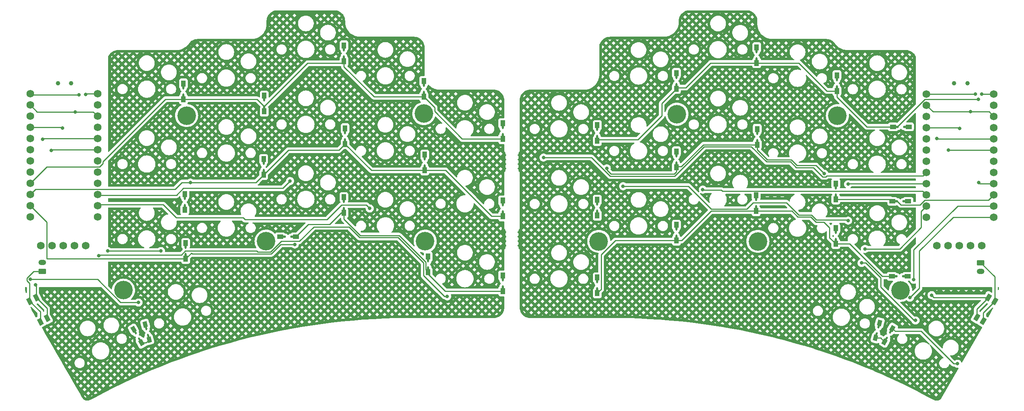
<source format=gbr>
%TF.GenerationSoftware,KiCad,Pcbnew,7.0.6*%
%TF.CreationDate,2024-11-05T18:23:53-06:00*%
%TF.ProjectId,main,6d61696e-2e6b-4696-9361-645f70636258,rev?*%
%TF.SameCoordinates,Original*%
%TF.FileFunction,Copper,L1,Top*%
%TF.FilePolarity,Positive*%
%FSLAX46Y46*%
G04 Gerber Fmt 4.6, Leading zero omitted, Abs format (unit mm)*
G04 Created by KiCad (PCBNEW 7.0.6) date 2024-11-05 18:23:53*
%MOMM*%
%LPD*%
G01*
G04 APERTURE LIST*
G04 Aperture macros list*
%AMRoundRect*
0 Rectangle with rounded corners*
0 $1 Rounding radius*
0 $2 $3 $4 $5 $6 $7 $8 $9 X,Y pos of 4 corners*
0 Add a 4 corners polygon primitive as box body*
4,1,4,$2,$3,$4,$5,$6,$7,$8,$9,$2,$3,0*
0 Add four circle primitives for the rounded corners*
1,1,$1+$1,$2,$3*
1,1,$1+$1,$4,$5*
1,1,$1+$1,$6,$7*
1,1,$1+$1,$8,$9*
0 Add four rect primitives between the rounded corners*
20,1,$1+$1,$2,$3,$4,$5,0*
20,1,$1+$1,$4,$5,$6,$7,0*
20,1,$1+$1,$6,$7,$8,$9,0*
20,1,$1+$1,$8,$9,$2,$3,0*%
%AMRotRect*
0 Rectangle, with rotation*
0 The origin of the aperture is its center*
0 $1 length*
0 $2 width*
0 $3 Rotation angle, in degrees counterclockwise*
0 Add horizontal line*
21,1,$1,$2,0,0,$3*%
%AMFreePoly0*
4,1,13,0.650000,0.228200,1.094200,0.228200,1.129555,0.213555,1.144200,0.178200,1.144200,-0.177400,1.129555,-0.212755,1.094200,-0.227400,0.650000,-0.227400,0.650000,-0.475000,-0.650000,-0.475000,-0.650000,0.475000,0.650000,0.475000,0.650000,0.228200,0.650000,0.228200,$1*%
%AMFreePoly1*
4,1,13,0.650000,-0.475000,-0.650000,-0.475000,-0.650000,-0.228600,-1.094200,-0.228600,-1.129555,-0.213955,-1.144200,-0.178600,-1.144200,0.177000,-1.129555,0.212355,-1.094200,0.227000,-0.650000,0.227000,-0.650000,0.475000,0.650000,0.475000,0.650000,-0.475000,0.650000,-0.475000,$1*%
G04 Aperture macros list end*
%TA.AperFunction,SMDPad,CuDef*%
%ADD10FreePoly0,90.000000*%
%TD*%
%TA.AperFunction,ComponentPad*%
%ADD11C,0.457200*%
%TD*%
%TA.AperFunction,SMDPad,CuDef*%
%ADD12FreePoly1,90.000000*%
%TD*%
%TA.AperFunction,SMDPad,CuDef*%
%ADD13FreePoly0,120.000000*%
%TD*%
%TA.AperFunction,SMDPad,CuDef*%
%ADD14FreePoly1,120.000000*%
%TD*%
%TA.AperFunction,SMDPad,CuDef*%
%ADD15FreePoly0,0.000000*%
%TD*%
%TA.AperFunction,SMDPad,CuDef*%
%ADD16FreePoly1,0.000000*%
%TD*%
%TA.AperFunction,ComponentPad*%
%ADD17C,4.200000*%
%TD*%
%TA.AperFunction,ComponentPad*%
%ADD18C,1.752600*%
%TD*%
%TA.AperFunction,SMDPad,CuDef*%
%ADD19RotRect,1.550000X1.000000X60.000000*%
%TD*%
%TA.AperFunction,ComponentPad*%
%ADD20RoundRect,0.250000X-0.625000X0.350000X-0.625000X-0.350000X0.625000X-0.350000X0.625000X0.350000X0*%
%TD*%
%TA.AperFunction,ComponentPad*%
%ADD21O,1.750000X1.200000*%
%TD*%
%TA.AperFunction,SMDPad,CuDef*%
%ADD22FreePoly0,60.000000*%
%TD*%
%TA.AperFunction,SMDPad,CuDef*%
%ADD23FreePoly1,60.000000*%
%TD*%
%TA.AperFunction,SMDPad,CuDef*%
%ADD24FreePoly0,180.000000*%
%TD*%
%TA.AperFunction,SMDPad,CuDef*%
%ADD25FreePoly1,180.000000*%
%TD*%
%TA.AperFunction,SMDPad,CuDef*%
%ADD26FreePoly0,75.000000*%
%TD*%
%TA.AperFunction,SMDPad,CuDef*%
%ADD27FreePoly1,75.000000*%
%TD*%
%TA.AperFunction,SMDPad,CuDef*%
%ADD28FreePoly0,105.000000*%
%TD*%
%TA.AperFunction,SMDPad,CuDef*%
%ADD29FreePoly1,105.000000*%
%TD*%
%TA.AperFunction,ComponentPad*%
%ADD30RoundRect,0.250000X0.625000X-0.350000X0.625000X0.350000X-0.625000X0.350000X-0.625000X-0.350000X0*%
%TD*%
%TA.AperFunction,SMDPad,CuDef*%
%ADD31RotRect,1.550000X1.000000X297.500000*%
%TD*%
%TA.AperFunction,WasherPad*%
%ADD32C,1.000000*%
%TD*%
%TA.AperFunction,ViaPad*%
%ADD33C,0.800000*%
%TD*%
%TA.AperFunction,Conductor*%
%ADD34C,0.250000*%
%TD*%
G04 APERTURE END LIST*
D10*
%TO.P,D19,1,K*%
%TO.N,R_ROW0*%
X72333496Y-39370000D03*
D11*
X72333496Y-38269600D03*
%TO.P,D19,2,A*%
%TO.N,Net-(D19-A)*%
X72333896Y-36920400D03*
D12*
X72333496Y-35820000D03*
%TD*%
D10*
%TO.P,D21,1,K*%
%TO.N,R_ROW0*%
X108458000Y-36062000D03*
D11*
X108458000Y-34961600D03*
%TO.P,D21,2,A*%
%TO.N,Net-(D21-A)*%
X108458400Y-33612400D03*
D12*
X108458000Y-32512000D03*
%TD*%
D10*
%TO.P,D26,1,K*%
%TO.N,R_ROW1*%
X108655496Y-52736750D03*
D11*
X108655496Y-51636350D03*
%TO.P,D26,2,A*%
%TO.N,Net-(D26-A)*%
X108655896Y-50287150D03*
D12*
X108655496Y-49186750D03*
%TD*%
D13*
%TO.P,D33,1,K*%
%TO.N,R_ROW3*%
X44518996Y-91868945D03*
D11*
X43968796Y-90915971D03*
%TO.P,D33,2,A*%
%TO.N,Net-(D33-A)*%
X43294542Y-89747329D03*
D14*
X42743996Y-88794555D03*
%TD*%
D15*
%TO.P,D10,1,K*%
%TO.N,ROW1*%
X214506961Y-59767565D03*
D11*
X215607361Y-59767565D03*
%TO.P,D10,2,A*%
%TO.N,Net-(D10-A)*%
X216956561Y-59767965D03*
D16*
X218056961Y-59767565D03*
%TD*%
D17*
%TO.P,H4,*%
%TO.N,*%
X184041963Y-68845564D03*
%TD*%
D10*
%TO.P,D24,1,K*%
%TO.N,R_ROW1*%
X72206496Y-53752750D03*
D11*
X72206496Y-52652350D03*
%TO.P,D24,2,A*%
%TO.N,Net-(D24-A)*%
X72206896Y-51303150D03*
D12*
X72206496Y-50202750D03*
%TD*%
D10*
%TO.P,D23,1,K*%
%TO.N,R_ROW1*%
X54356000Y-61719000D03*
D11*
X54356000Y-60618600D03*
%TO.P,D23,2,A*%
%TO.N,Net-(D23-A)*%
X54356400Y-59269400D03*
D12*
X54356000Y-58169000D03*
%TD*%
D10*
%TO.P,D18,1,K*%
%TO.N,R_ROW0*%
X54045496Y-36607750D03*
D11*
X54045496Y-35507350D03*
%TO.P,D18,2,A*%
%TO.N,Net-(D18-A)*%
X54045896Y-34158150D03*
D12*
X54045496Y-33057750D03*
%TD*%
D18*
%TO.P,Display1,1,MOSI*%
%TO.N,MOSI*%
X224580161Y-69844478D03*
%TO.P,Display1,2,SCK*%
%TO.N,SCK*%
X227120161Y-69844478D03*
%TO.P,Display1,3,VCC*%
%TO.N,+3V3*%
X229660161Y-69844478D03*
%TO.P,Display1,4,GND*%
%TO.N,GND*%
X232200161Y-69844478D03*
%TO.P,Display1,5,CS*%
%TO.N,NVCS*%
X234740161Y-69844478D03*
%TD*%
D19*
%TO.P,RSW0,1,1*%
%TO.N,GND*%
X237684422Y-82403483D03*
X235059422Y-86950117D03*
%TO.P,RSW0,2,2*%
%TO.N,RESET*%
X236212178Y-81553483D03*
X233587178Y-86100117D03*
%TD*%
D10*
%TO.P,D1,1,K*%
%TO.N,ROW0*%
X147701961Y-46048565D03*
D11*
X147701961Y-44948165D03*
%TO.P,D1,2,A*%
%TO.N,Net-(D1-A)*%
X147702361Y-43598965D03*
D12*
X147701961Y-42498565D03*
%TD*%
D15*
%TO.P,D5,1,K*%
%TO.N,ROW0*%
X214633961Y-42876565D03*
D11*
X215734361Y-42876565D03*
%TO.P,D5,2,A*%
%TO.N,Net-(D5-A)*%
X217083561Y-42876965D03*
D16*
X218183961Y-42876565D03*
%TD*%
D20*
%TO.P,J1,1,Pin_1*%
%TO.N,GND*%
X234479000Y-73676000D03*
D21*
%TO.P,J1,2,Pin_2*%
%TO.N,BT+*%
X234479000Y-75676000D03*
%TD*%
D15*
%TO.P,D15,1,K*%
%TO.N,ROW2*%
X214379961Y-76785565D03*
D11*
X215480361Y-76785565D03*
%TO.P,D15,2,A*%
%TO.N,Net-(D15-A)*%
X216829561Y-76785965D03*
D16*
X217929961Y-76785565D03*
%TD*%
D10*
%TO.P,D9,1,K*%
%TO.N,ROW1*%
X201676000Y-59306000D03*
D11*
X201676000Y-58205600D03*
%TO.P,D9,2,A*%
%TO.N,Net-(D9-A)*%
X201676400Y-56856400D03*
D12*
X201676000Y-55756000D03*
%TD*%
D17*
%TO.P,H3,*%
%TO.N,*%
X202040962Y-40345569D03*
%TD*%
D10*
%TO.P,D25,1,K*%
%TO.N,R_ROW1*%
X90621496Y-46767750D03*
D11*
X90621496Y-45667350D03*
%TO.P,D25,2,A*%
%TO.N,Net-(D25-A)*%
X90621896Y-44318150D03*
D12*
X90621496Y-43217750D03*
%TD*%
D10*
%TO.P,D22,1,K*%
%TO.N,R_ROW0*%
X126308496Y-45624750D03*
D11*
X126308496Y-44524350D03*
%TO.P,D22,2,A*%
%TO.N,Net-(D22-A)*%
X126308896Y-43175150D03*
D12*
X126308496Y-42074750D03*
%TD*%
D10*
%TO.P,D4,1,K*%
%TO.N,ROW0*%
X201930961Y-34745565D03*
D11*
X201930961Y-33645165D03*
%TO.P,D4,2,A*%
%TO.N,Net-(D4-A)*%
X201931361Y-32295965D03*
D12*
X201930961Y-31195565D03*
%TD*%
D10*
%TO.P,D27,1,K*%
%TO.N,R_ROW1*%
X126308496Y-63150750D03*
D11*
X126308496Y-62050350D03*
%TO.P,D27,2,A*%
%TO.N,Net-(D27-A)*%
X126308896Y-60701150D03*
D12*
X126308496Y-59600750D03*
%TD*%
D10*
%TO.P,D32,1,K*%
%TO.N,R_ROW2*%
X126308496Y-80168750D03*
D11*
X126308496Y-79068350D03*
%TO.P,D32,2,A*%
%TO.N,Net-(D32-A)*%
X126308896Y-77719150D03*
D12*
X126308496Y-76618750D03*
%TD*%
D22*
%TO.P,D17,1,K*%
%TO.N,ROW3*%
X212727461Y-91657760D03*
D11*
X213277661Y-90704786D03*
%TO.P,D17,2,A*%
%TO.N,Net-(D17-A)*%
X213952607Y-89536544D03*
D23*
X214502461Y-88583370D03*
%TD*%
D10*
%TO.P,D11,1,K*%
%TO.N,ROW2*%
X147701961Y-80592565D03*
D11*
X147701961Y-79492165D03*
%TO.P,D11,2,A*%
%TO.N,Net-(D11-A)*%
X147702361Y-78142965D03*
D12*
X147701961Y-77042565D03*
%TD*%
D24*
%TO.P,D29,1,K*%
%TO.N,R_ROW2*%
X79502000Y-67818000D03*
D11*
X78401600Y-67818000D03*
%TO.P,D29,2,A*%
%TO.N,Net-(D29-A)*%
X77052400Y-67817600D03*
D25*
X75952000Y-67818000D03*
%TD*%
D10*
%TO.P,D2,1,K*%
%TO.N,ROW0*%
X165608961Y-34237565D03*
D11*
X165608961Y-33137165D03*
%TO.P,D2,2,A*%
%TO.N,Net-(D2-A)*%
X165609361Y-31787965D03*
D12*
X165608961Y-30687565D03*
%TD*%
D10*
%TO.P,D8,1,K*%
%TO.N,ROW1*%
X183896961Y-46917565D03*
D11*
X183896961Y-45817165D03*
%TO.P,D8,2,A*%
%TO.N,Net-(D8-A)*%
X183897361Y-44467965D03*
D12*
X183896961Y-43367565D03*
%TD*%
D26*
%TO.P,D16,1,K*%
%TO.N,ROW3*%
X210694460Y-90740181D03*
D11*
X210979265Y-89677277D03*
%TO.P,D16,2,A*%
%TO.N,Net-(D16-A)*%
X211328850Y-88374153D03*
D27*
X211613268Y-87311145D03*
%TD*%
D28*
%TO.P,D34,1,K*%
%TO.N,R_ROW3*%
X46306404Y-91122518D03*
D11*
X46021599Y-90059614D03*
%TO.P,D34,2,A*%
%TO.N,Net-(D34-A)*%
X45672787Y-88756283D03*
D29*
X45387596Y-87693482D03*
%TD*%
D10*
%TO.P,D20,1,K*%
%TO.N,R_ROW0*%
X90367496Y-27971750D03*
D11*
X90367496Y-26871350D03*
%TO.P,D20,2,A*%
%TO.N,Net-(D20-A)*%
X90367896Y-25522150D03*
D12*
X90367496Y-24421750D03*
%TD*%
D10*
%TO.P,D3,1,K*%
%TO.N,ROW0*%
X183769961Y-28395565D03*
D11*
X183769961Y-27295165D03*
%TO.P,D3,2,A*%
%TO.N,Net-(D3-A)*%
X183770361Y-25945965D03*
D12*
X183769961Y-24845565D03*
%TD*%
D10*
%TO.P,D14,1,K*%
%TO.N,ROW2*%
X201676961Y-69416565D03*
D11*
X201676961Y-68316165D03*
%TO.P,D14,2,A*%
%TO.N,Net-(D14-A)*%
X201677361Y-66966965D03*
D12*
X201676961Y-65866565D03*
%TD*%
D10*
%TO.P,D30,1,K*%
%TO.N,R_ROW2*%
X90367496Y-62388750D03*
D11*
X90367496Y-61288350D03*
%TO.P,D30,2,A*%
%TO.N,Net-(D30-A)*%
X90367896Y-59939150D03*
D12*
X90367496Y-58838750D03*
%TD*%
D17*
%TO.P,H4,*%
%TO.N,*%
X216323118Y-79955998D03*
%TD*%
D30*
%TO.P,J2,1,Pin_1*%
%TO.N,R_GND*%
X22088000Y-75664000D03*
D21*
%TO.P,J2,2,Pin_2*%
%TO.N,R_BT+*%
X22088000Y-73664000D03*
%TD*%
D10*
%TO.P,D13,1,K*%
%TO.N,ROW2*%
X183642000Y-61976000D03*
D11*
X183642000Y-60875600D03*
%TO.P,D13,2,A*%
%TO.N,Net-(D13-A)*%
X183642400Y-59526400D03*
D12*
X183642000Y-58426000D03*
%TD*%
D10*
%TO.P,D12,1,K*%
%TO.N,ROW2*%
X165608961Y-68654565D03*
D11*
X165608961Y-67554165D03*
%TO.P,D12,2,A*%
%TO.N,Net-(D12-A)*%
X165609361Y-66204965D03*
D12*
X165608961Y-65104565D03*
%TD*%
D10*
%TO.P,D28,1,K*%
%TO.N,R_ROW2*%
X54553496Y-72802750D03*
D11*
X54553496Y-71702350D03*
%TO.P,D28,2,A*%
%TO.N,Net-(D28-A)*%
X54553896Y-70353150D03*
D12*
X54553496Y-69252750D03*
%TD*%
D10*
%TO.P,D7,1,K*%
%TO.N,ROW1*%
X165608961Y-52017565D03*
D11*
X165608961Y-50917165D03*
%TO.P,D7,2,A*%
%TO.N,Net-(D7-A)*%
X165609361Y-49567965D03*
D12*
X165608961Y-48467565D03*
%TD*%
D10*
%TO.P,D31,1,K*%
%TO.N,R_ROW2*%
X109417496Y-75850750D03*
D11*
X109417496Y-74750350D03*
%TO.P,D31,2,A*%
%TO.N,Net-(D31-A)*%
X109417896Y-73401150D03*
D12*
X109417496Y-72300750D03*
%TD*%
D17*
%TO.P,H1,*%
%TO.N,*%
X165735000Y-40005000D03*
%TD*%
D18*
%TO.P,Display2,1,MOSI*%
%TO.N,R_MOSI*%
X21787496Y-69801663D03*
%TO.P,Display2,2,SCK*%
%TO.N,R_SCK*%
X24327496Y-69801663D03*
%TO.P,Display2,3,VCC*%
%TO.N,R_3V3*%
X26867496Y-69801663D03*
%TO.P,Display2,4,GND*%
%TO.N,R_GND*%
X29407496Y-69801663D03*
%TO.P,Display2,5,CS*%
%TO.N,R_NVCS*%
X31947496Y-69801663D03*
%TD*%
D17*
%TO.P,H2,*%
%TO.N,*%
X148041963Y-68846065D03*
%TD*%
D10*
%TO.P,D6,1,K*%
%TO.N,ROW1*%
X147701000Y-62989000D03*
D11*
X147701000Y-61888600D03*
%TO.P,D6,2,A*%
%TO.N,Net-(D6-A)*%
X147701400Y-60539400D03*
D12*
X147701000Y-59439000D03*
%TD*%
D31*
%TO.P,RSW1,1,1*%
%TO.N,R_GND*%
X21658131Y-87070890D03*
X19233951Y-82414083D03*
%TO.P,RSW1,2,2*%
%TO.N,R_RESET*%
X23166049Y-86285917D03*
X20741869Y-81629110D03*
%TD*%
D17*
%TO.P,H2,*%
%TO.N,*%
X108756250Y-68814219D03*
%TD*%
D32*
%TO.P,SW_POWER1,*%
%TO.N,*%
X28627200Y-33017713D03*
X25627200Y-33017713D03*
%TD*%
D17*
%TO.P,H4,*%
%TO.N,*%
X40475095Y-79924152D03*
%TD*%
%TO.P,H1,*%
%TO.N,*%
X108458000Y-39878000D03*
%TD*%
D18*
%TO.P,U2,1,TX0/P0.06*%
%TO.N,R_NVCS*%
X34611222Y-35395299D03*
%TO.P,U2,2,RX1/P0.08*%
%TO.N,unconnected-(U2-RX1{slash}P0.08-Pad2)*%
X34611222Y-37935299D03*
%TO.P,U2,3,GND*%
%TO.N,R_GND*%
X34611222Y-40475299D03*
%TO.P,U2,4,GND*%
X34611222Y-43015299D03*
%TO.P,U2,5,P0.17*%
%TO.N,R_MOSI*%
X34611222Y-45555299D03*
%TO.P,U2,6,P0.20*%
%TO.N,R_SCK*%
X34611222Y-48095299D03*
%TO.P,U2,7,P0.22*%
%TO.N,unconnected-(U2-P0.22-Pad7)*%
X34611222Y-50635299D03*
%TO.P,U2,8,P0.24*%
%TO.N,R_COL0*%
X34611222Y-53175299D03*
%TO.P,U2,9,P1.00*%
%TO.N,R_COL1*%
X34611222Y-55715299D03*
%TO.P,U2,10,P0.11*%
%TO.N,R_COL2*%
X34611222Y-58255299D03*
%TO.P,U2,11,P1.04*%
%TO.N,R_COL3*%
X34611222Y-60795299D03*
%TO.P,U2,12,P1.06*%
%TO.N,R_COL4*%
X34611222Y-63335299D03*
%TO.P,U2,13,NFC1/P0.09*%
%TO.N,R_ROW3*%
X19371222Y-63335299D03*
%TO.P,U2,14,NFC2/P0.10*%
%TO.N,R_ROW2*%
X19371222Y-60795299D03*
%TO.P,U2,15,P1.11*%
%TO.N,R_ROW1*%
X19371222Y-58255299D03*
%TO.P,U2,16,P1.13*%
%TO.N,R_ROW0*%
X19371222Y-55715299D03*
%TO.P,U2,17,P1.15*%
%TO.N,unconnected-(U2-P1.15-Pad17)*%
X19371222Y-53175299D03*
%TO.P,U2,18,AIN0/P0.02*%
%TO.N,unconnected-(U2-AIN0{slash}P0.02-Pad18)*%
X19371222Y-50635299D03*
%TO.P,U2,19,AIN5/P0.29*%
%TO.N,unconnected-(U2-AIN5{slash}P0.29-Pad19)*%
X19371222Y-48095299D03*
%TO.P,U2,20,AIN7/P0.31*%
%TO.N,unconnected-(U2-AIN7{slash}P0.31-Pad20)*%
X19371222Y-45555299D03*
%TO.P,U2,21,VCC*%
%TO.N,R_3V3*%
X19371222Y-43015299D03*
%TO.P,U2,22,RST*%
%TO.N,R_RESET*%
X19371222Y-40475299D03*
%TO.P,U2,23,GND*%
%TO.N,R_GND*%
X19371222Y-37935299D03*
%TO.P,U2,24,BATIN/P0.04*%
%TO.N,R_RAW*%
X19371222Y-35395299D03*
%TD*%
D17*
%TO.P,H3,*%
%TO.N,*%
X54757251Y-40313723D03*
%TD*%
%TO.P,H4,*%
%TO.N,*%
X72756250Y-68813718D03*
%TD*%
D32*
%TO.P,SW_POWER0,*%
%TO.N,*%
X231446200Y-33017713D03*
X228446200Y-33017713D03*
%TD*%
D18*
%TO.P,U1,1,TX0/P0.06*%
%TO.N,NVCS*%
X237426991Y-35427145D03*
%TO.P,U1,2,RX1/P0.08*%
%TO.N,unconnected-(U1-RX1{slash}P0.08-Pad2)*%
X237426991Y-37967145D03*
%TO.P,U1,3,GND*%
%TO.N,GND*%
X237426991Y-40507145D03*
%TO.P,U1,4,GND*%
X237426991Y-43047145D03*
%TO.P,U1,5,P0.17*%
%TO.N,MOSI*%
X237426991Y-45587145D03*
%TO.P,U1,6,P0.20*%
%TO.N,SCK*%
X237426991Y-48127145D03*
%TO.P,U1,7,P0.22*%
%TO.N,unconnected-(U1-P0.22-Pad7)*%
X237426991Y-50667145D03*
%TO.P,U1,8,P0.24*%
%TO.N,unconnected-(U1-P0.24-Pad8)*%
X237426991Y-53207145D03*
%TO.P,U1,9,P1.00*%
%TO.N,ROW0*%
X237426991Y-55747145D03*
%TO.P,U1,10,P0.11*%
%TO.N,ROW1*%
X237426991Y-58287145D03*
%TO.P,U1,11,P1.04*%
%TO.N,ROW2*%
X237426991Y-60827145D03*
%TO.P,U1,12,P1.06*%
%TO.N,ROW3*%
X237426991Y-63367145D03*
%TO.P,U1,13,NFC1/P0.09*%
%TO.N,COL4*%
X222186991Y-63367145D03*
%TO.P,U1,14,NFC2/P0.10*%
%TO.N,COL3*%
X222186991Y-60827145D03*
%TO.P,U1,15,P1.11*%
%TO.N,COL2*%
X222186991Y-58287145D03*
%TO.P,U1,16,P1.13*%
%TO.N,COL1*%
X222186991Y-55747145D03*
%TO.P,U1,17,P1.15*%
%TO.N,COL0*%
X222186991Y-53207145D03*
%TO.P,U1,18,AIN0/P0.02*%
%TO.N,unconnected-(U1-AIN0{slash}P0.02-Pad18)*%
X222186991Y-50667145D03*
%TO.P,U1,19,AIN5/P0.29*%
%TO.N,unconnected-(U1-AIN5{slash}P0.29-Pad19)*%
X222186991Y-48127145D03*
%TO.P,U1,20,AIN7/P0.31*%
%TO.N,unconnected-(U1-AIN7{slash}P0.31-Pad20)*%
X222186991Y-45587145D03*
%TO.P,U1,21,VCC*%
%TO.N,+3V3*%
X222186991Y-43047145D03*
%TO.P,U1,22,RST*%
%TO.N,RESET*%
X222186991Y-40507145D03*
%TO.P,U1,23,GND*%
%TO.N,GND*%
X222186991Y-37967145D03*
%TO.P,U1,24,BATIN/P0.04*%
%TO.N,RAW*%
X222186991Y-35427145D03*
%TD*%
D33*
%TO.N,ROW0*%
X234015661Y-55523478D03*
X233934961Y-36600478D03*
%TO.N,ROW1*%
X199072859Y-53504500D03*
X149860961Y-52274565D03*
%TO.N,ROW2*%
X219329961Y-77547565D03*
%TO.N,ROW3*%
X218449904Y-81618556D03*
%TO.N,Net-(D17-A)*%
X229235961Y-96597565D03*
%TO.N,COL0*%
X135541961Y-49829565D03*
%TO.N,COL1*%
X204470000Y-55880000D03*
X204470000Y-64135000D03*
X153541964Y-56340562D03*
%TO.N,COL2*%
X171577961Y-57100565D03*
%TO.N,COL3*%
X208280961Y-70562565D03*
%TO.N,COL4*%
X219716378Y-86778035D03*
X207518961Y-73737565D03*
%TO.N,NVCS*%
X234696961Y-35457478D03*
%TO.N,GND*%
X232200161Y-39437678D03*
%TO.N,MOSI*%
X224536961Y-45490478D03*
%TO.N,SCK*%
X227203961Y-48157478D03*
%TO.N,+3V3*%
X229743961Y-43204478D03*
%TO.N,R_MOSI*%
X22225000Y-45720000D03*
%TO.N,R_SCK*%
X24130000Y-48260000D03*
%TO.N,R_3V3*%
X26670000Y-43180000D03*
%TO.N,R_GND*%
X29534496Y-39478663D03*
%TO.N,R_NVCS*%
X31947496Y-35541663D03*
%TO.N,R_ROW1*%
X55626000Y-55499000D03*
%TO.N,R_ROW2*%
X79248000Y-69558500D03*
%TO.N,R_ROW3*%
X19375000Y-77475000D03*
X43885496Y-82711750D03*
%TO.N,R_COL1*%
X48965496Y-71027750D03*
X36900496Y-71027750D03*
%TO.N,R_COL2*%
X78175496Y-55152750D03*
%TO.N,R_COL3*%
X96209496Y-61375750D03*
%TO.N,R_COL4*%
X113735496Y-81314750D03*
X34925000Y-72078250D03*
%TO.N,RAW*%
X233222800Y-35405313D03*
%TO.N,R_RAW*%
X30429200Y-35583113D03*
%TO.N,RESET*%
X223375000Y-81050000D03*
%TO.N,R_RESET*%
X20600000Y-78725000D03*
%TD*%
D34*
%TO.N,ROW0*%
X165608961Y-34237565D02*
X165859961Y-33986565D01*
X173358961Y-28395565D02*
X183769961Y-28395565D01*
X199638513Y-34745565D02*
X201930961Y-34745565D01*
X201930961Y-34745565D02*
X201930961Y-36103458D01*
X183769961Y-28395565D02*
X193288513Y-28395565D01*
X215734361Y-42876565D02*
X215734361Y-42720880D01*
X221827285Y-36627956D02*
X233907483Y-36627956D01*
X162306000Y-40386000D02*
X162306000Y-37540526D01*
X147701961Y-46048565D02*
X147952961Y-45797565D01*
X193288513Y-28395565D02*
X199638513Y-34745565D01*
X234015661Y-55523478D02*
X234239328Y-55747145D01*
X162306000Y-37540526D02*
X165608961Y-34237565D01*
X156894435Y-45797565D02*
X162306000Y-40386000D01*
X215734361Y-42720880D02*
X221827285Y-36627956D01*
X234239328Y-55747145D02*
X237426991Y-55747145D01*
X208704068Y-42876565D02*
X214633961Y-42876565D01*
X201930961Y-36103458D02*
X208704068Y-42876565D01*
X233907483Y-36627956D02*
X233934961Y-36600478D01*
X147952961Y-45797565D02*
X156894435Y-45797565D01*
X165859961Y-33986565D02*
X167767961Y-33986565D01*
X167767961Y-33986565D02*
X173358961Y-28395565D01*
%TO.N,ROW1*%
X165608961Y-52017565D02*
X165732961Y-51893565D01*
X166751243Y-51893565D02*
X171727243Y-46917565D01*
X165608961Y-53035847D02*
X165608961Y-52017565D01*
X149860961Y-52663461D02*
X150768084Y-53570584D01*
X236225691Y-59488445D02*
X237426991Y-58287145D01*
X150768084Y-53570584D02*
X165074224Y-53570584D01*
X171727243Y-46917565D02*
X183896961Y-46917565D01*
X183896961Y-48055869D02*
X186191572Y-50350480D01*
X221816555Y-59488445D02*
X236225691Y-59488445D01*
X191612060Y-50350480D02*
X192898145Y-51636565D01*
X165074224Y-53570584D02*
X165608961Y-53035847D01*
X214045396Y-59306000D02*
X214506961Y-59767565D01*
X165732961Y-51893565D02*
X166751243Y-51893565D01*
X183896961Y-46917565D02*
X183896961Y-48055869D01*
X186191572Y-50350480D02*
X191612060Y-50350480D01*
X197204924Y-51636565D02*
X199072859Y-53504500D01*
X220737435Y-60567565D02*
X221816555Y-59488445D01*
X201676000Y-59306000D02*
X214045396Y-59306000D01*
X215607361Y-59767565D02*
X216407361Y-60567565D01*
X192898145Y-51636565D02*
X197204924Y-51636565D01*
X149860961Y-52274565D02*
X149860961Y-52663461D01*
X216407361Y-60567565D02*
X220737435Y-60567565D01*
%TO.N,ROW2*%
X147701961Y-80592565D02*
X148590000Y-79704526D01*
X212179521Y-76785565D02*
X214379961Y-76785565D01*
X148590000Y-79704526D02*
X148590000Y-71882000D01*
X195987868Y-63314520D02*
X197189348Y-64516000D01*
X219329961Y-70770039D02*
X229272855Y-60827145D01*
X151817435Y-68654565D02*
X165608961Y-68654565D01*
X183642000Y-61976000D02*
X191749348Y-61976000D01*
X165608961Y-68654565D02*
X166777698Y-68654565D01*
X200279000Y-68018604D02*
X201676961Y-69416565D01*
X148590000Y-71882000D02*
X151817435Y-68654565D01*
X204810521Y-69416565D02*
X212179521Y-76785565D01*
X229272855Y-60827145D02*
X237426991Y-60827145D01*
X219329961Y-77547565D02*
X219329961Y-70770039D01*
X197189348Y-64516000D02*
X199013841Y-64516000D01*
X199013841Y-64516000D02*
X200279000Y-65781159D01*
X193087869Y-63314520D02*
X195987868Y-63314520D01*
X191749348Y-61976000D02*
X193087869Y-63314520D01*
X166777698Y-68654565D02*
X173456263Y-61976000D01*
X173456263Y-61976000D02*
X183642000Y-61976000D01*
X200279000Y-65781159D02*
X200279000Y-68018604D01*
X201676961Y-69416565D02*
X204810521Y-69416565D01*
%TO.N,ROW3*%
X228232855Y-63367145D02*
X220600000Y-71000000D01*
X220600000Y-79468460D02*
X218449904Y-81618556D01*
X210694460Y-90740181D02*
X211809882Y-90740181D01*
X237426991Y-63367145D02*
X228232855Y-63367145D01*
X220600000Y-71000000D02*
X220600000Y-79468460D01*
X211809882Y-90740181D02*
X212727461Y-91657760D01*
%TO.N,Net-(D17-A)*%
X215150656Y-89231565D02*
X220980961Y-89231565D01*
X214502461Y-88583370D02*
X215150656Y-89231565D01*
X228346961Y-96597565D02*
X229235961Y-96597565D01*
X220980961Y-89231565D02*
X228346961Y-96597565D01*
%TO.N,COL0*%
X186005374Y-50800000D02*
X191425862Y-50800000D01*
X192711947Y-52086085D02*
X196612085Y-52086085D01*
X191425862Y-50800000D02*
X192711947Y-52086085D01*
X146391347Y-49829565D02*
X150614347Y-54052565D01*
X198755500Y-54229500D02*
X199373164Y-54229500D01*
X199373164Y-54229500D02*
X199627664Y-53975000D01*
X199627664Y-53975000D02*
X221419136Y-53975000D01*
X165227961Y-54052565D02*
X171913441Y-47367085D01*
X171913441Y-47367085D02*
X182572459Y-47367085D01*
X135541961Y-49829565D02*
X146391347Y-49829565D01*
X221419136Y-53975000D02*
X222186991Y-53207145D01*
X150614347Y-54052565D02*
X165227961Y-54052565D01*
X182572459Y-47367085D02*
X186005374Y-50800000D01*
X196612085Y-52086085D02*
X198755500Y-54229500D01*
%TO.N,COL1*%
X153541964Y-56340562D02*
X168339405Y-56340562D01*
X197317066Y-64008000D02*
X204343000Y-64008000D01*
X182998489Y-60079511D02*
X190488577Y-60079511D01*
X204343000Y-64008000D02*
X204470000Y-64135000D01*
X168339405Y-56340562D02*
X173525323Y-61526480D01*
X193274066Y-62865000D02*
X196174066Y-62865000D01*
X190488577Y-60079511D02*
X193274066Y-62865000D01*
X204470000Y-55880000D02*
X204602855Y-55747145D01*
X196174066Y-62865000D02*
X197317066Y-64008000D01*
X173525323Y-61526480D02*
X181551520Y-61526480D01*
X181551520Y-61526480D02*
X182998489Y-60079511D01*
X204602855Y-55747145D02*
X222186991Y-55747145D01*
%TO.N,COL2*%
X175986483Y-57445087D02*
X175768961Y-57227565D01*
X222029658Y-58444478D02*
X222186991Y-58287145D01*
X221344933Y-57445087D02*
X175986483Y-57445087D01*
X222186991Y-58287145D02*
X221344933Y-57445087D01*
X175768961Y-57227565D02*
X171704961Y-57227565D01*
X171704961Y-57227565D02*
X171577961Y-57100565D01*
%TO.N,COL3*%
X220980000Y-65710652D02*
X216128087Y-70562565D01*
X220980000Y-62034136D02*
X220980000Y-65710652D01*
X222186991Y-60827145D02*
X220980000Y-62034136D01*
X216128087Y-70562565D02*
X208280961Y-70562565D01*
%TO.N,COL4*%
X219416431Y-86778035D02*
X219716378Y-86778035D01*
X208495803Y-73737565D02*
X211882908Y-77124670D01*
X211882908Y-79244512D02*
X219416431Y-86778035D01*
X211882908Y-77124670D02*
X211882908Y-79244512D01*
X207518961Y-73737565D02*
X208495803Y-73737565D01*
%TO.N,NVCS*%
X234696961Y-35457478D02*
X234727294Y-35427145D01*
X234727294Y-35427145D02*
X237426991Y-35427145D01*
%TO.N,GND*%
X236357524Y-39437678D02*
X237426991Y-40507145D01*
X232200161Y-39437678D02*
X236357524Y-39437678D01*
X237684422Y-82403483D02*
X237684422Y-76881422D01*
X237684422Y-76881422D02*
X234479000Y-73676000D01*
X235059422Y-86950117D02*
X235059422Y-85028483D01*
X235059422Y-85028483D02*
X237684422Y-82403483D01*
X232200161Y-39437678D02*
X223657524Y-39437678D01*
X223657524Y-39437678D02*
X222186991Y-37967145D01*
%TO.N,MOSI*%
X224633628Y-45587145D02*
X237426991Y-45587145D01*
X224536961Y-45490478D02*
X224633628Y-45587145D01*
%TO.N,SCK*%
X227234294Y-48127145D02*
X237426991Y-48127145D01*
X227203961Y-48157478D02*
X227234294Y-48127145D01*
%TO.N,+3V3*%
X229586628Y-43047145D02*
X222186991Y-43047145D01*
X229743961Y-43204478D02*
X229586628Y-43047145D01*
%TO.N,R_MOSI*%
X22225000Y-45720000D02*
X22389701Y-45555299D01*
X22389701Y-45555299D02*
X34611222Y-45555299D01*
%TO.N,R_SCK*%
X24294701Y-48095299D02*
X24130000Y-48260000D01*
X34611222Y-48095299D02*
X24294701Y-48095299D01*
%TO.N,R_3V3*%
X26505299Y-43015299D02*
X19371222Y-43015299D01*
X26670000Y-43180000D02*
X26505299Y-43015299D01*
%TO.N,R_GND*%
X18650000Y-77174695D02*
X20160695Y-75664000D01*
X21555250Y-39478663D02*
X20914586Y-39478663D01*
X33614586Y-39478663D02*
X34611222Y-40475299D01*
X19233951Y-78359256D02*
X18650000Y-77775305D01*
X20160695Y-75664000D02*
X22088000Y-75664000D01*
X29534496Y-39478663D02*
X33614586Y-39478663D01*
X20914586Y-39478663D02*
X19371222Y-37935299D01*
X19233951Y-82414083D02*
X19233951Y-78359256D01*
X21658131Y-84838263D02*
X21658131Y-87070890D01*
X18650000Y-77775305D02*
X18650000Y-77174695D01*
X19233951Y-82414083D02*
X21658131Y-84838263D01*
X29534496Y-39478663D02*
X21555250Y-39478663D01*
%TO.N,R_NVCS*%
X32093860Y-35395299D02*
X34611222Y-35395299D01*
%TO.N,R_ROW0*%
X126308496Y-45624750D02*
X117132290Y-45624750D01*
X90367496Y-29228589D02*
X90367496Y-27971750D01*
X49984496Y-36607750D02*
X35812522Y-50779724D01*
X35812522Y-50779724D02*
X35812522Y-51182478D01*
X108458000Y-36062000D02*
X97200907Y-36062000D01*
X49984496Y-36607750D02*
X54045496Y-36607750D01*
X82155096Y-28448000D02*
X89891246Y-28448000D01*
X23112522Y-51973999D02*
X19371222Y-55715299D01*
X117132290Y-45624750D02*
X110883000Y-39375460D01*
X35812522Y-51182478D02*
X35021001Y-51973999D01*
X110883000Y-39375460D02*
X110883000Y-38487000D01*
X54045496Y-36607750D02*
X70671646Y-36607750D01*
X89891246Y-28448000D02*
X90367496Y-27971750D01*
X72333496Y-38269600D02*
X82155096Y-28448000D01*
X70671646Y-36607750D02*
X72333496Y-38269600D01*
X35021001Y-51973999D02*
X23112522Y-51973999D01*
X97200907Y-36062000D02*
X90367496Y-29228589D01*
X110883000Y-38487000D02*
X108458000Y-36062000D01*
%TO.N,R_ROW1*%
X20572522Y-57053999D02*
X19371222Y-58255299D01*
X77791496Y-48167750D02*
X89221496Y-48167750D01*
X90621496Y-46767750D02*
X96590496Y-52736750D01*
X52166001Y-57053999D02*
X20572522Y-57053999D01*
X72206496Y-53752750D02*
X77791496Y-48167750D01*
X53721000Y-55499000D02*
X55626000Y-55499000D01*
X53721000Y-55499000D02*
X52166001Y-57053999D01*
X55626000Y-55499000D02*
X70460246Y-55499000D01*
X70460246Y-55499000D02*
X72206496Y-53752750D01*
X123765496Y-63150750D02*
X126308496Y-63150750D01*
X89221496Y-48167750D02*
X90621496Y-46767750D01*
X96590496Y-52736750D02*
X108655496Y-52736750D01*
X108655496Y-52736750D02*
X113351496Y-52736750D01*
X113351496Y-52736750D02*
X123765496Y-63150750D01*
%TO.N,R_ROW2*%
X113308333Y-80168750D02*
X126308496Y-80168750D01*
X87122000Y-65024000D02*
X89757250Y-62388750D01*
X23089688Y-72802750D02*
X23089688Y-64513765D01*
X94108976Y-67530230D02*
X102836230Y-67530230D01*
X23089688Y-64513765D02*
X19371222Y-60795299D01*
X90367496Y-62388750D02*
X90367496Y-63788750D01*
X79502000Y-67818000D02*
X82296000Y-65024000D01*
X55878976Y-71477270D02*
X56090424Y-71688718D01*
X109417496Y-75850750D02*
X109417496Y-76277913D01*
X89757250Y-62388750D02*
X90367496Y-62388750D01*
X54553496Y-72802750D02*
X55878976Y-71477270D01*
X54553496Y-72802750D02*
X23089688Y-72802750D01*
X108864296Y-75297550D02*
X109417496Y-75850750D01*
X108864296Y-73558296D02*
X108864296Y-75297550D01*
X90367496Y-63788750D02*
X94108976Y-67530230D01*
X102836230Y-67530230D02*
X108864296Y-73558296D01*
X76077332Y-69558500D02*
X79248000Y-69558500D01*
X109417496Y-76277913D02*
X113308333Y-80168750D01*
X82296000Y-65024000D02*
X87122000Y-65024000D01*
X56090424Y-71688718D02*
X73947114Y-71688718D01*
X73947114Y-71688718D02*
X76077332Y-69558500D01*
%TO.N,R_ROW3*%
X44518996Y-91868945D02*
X45559977Y-91868945D01*
X45559977Y-91868945D02*
X46306404Y-91122518D01*
X34597166Y-77475000D02*
X39833916Y-82711750D01*
X19375000Y-77475000D02*
X34597166Y-77475000D01*
X39833916Y-82711750D02*
X43885496Y-82711750D01*
%TO.N,R_COL1*%
X48965496Y-71027750D02*
X36900496Y-71027750D01*
%TO.N,R_COL2*%
X76524496Y-56803750D02*
X78175496Y-55152750D01*
X54052544Y-56803750D02*
X76524496Y-56803750D01*
X54052544Y-56803750D02*
X52459544Y-58396750D01*
X52459544Y-58396750D02*
X34611222Y-58396750D01*
%TO.N,R_COL3*%
X95447496Y-60613750D02*
X96209496Y-61375750D01*
X34892803Y-60513718D02*
X34611222Y-60795299D01*
X52429535Y-63500000D02*
X67556526Y-63500000D01*
X89859496Y-60613750D02*
X95447496Y-60613750D01*
X49443253Y-60513718D02*
X34892803Y-60513718D01*
X67970246Y-63913720D02*
X86559526Y-63913720D01*
X52429535Y-63500000D02*
X49443253Y-60513718D01*
X67556526Y-63500000D02*
X67970246Y-63913720D01*
X86559526Y-63913720D02*
X89859496Y-60613750D01*
%TO.N,R_COL4*%
X83531250Y-65566750D02*
X91509778Y-65566750D01*
X76165436Y-68834000D02*
X80264000Y-68834000D01*
X108414296Y-76622550D02*
X113106496Y-81314750D01*
X108414296Y-73744692D02*
X108414296Y-76622550D01*
X54445878Y-71027750D02*
X70646750Y-71027750D01*
X53576242Y-71897386D02*
X54445878Y-71027750D01*
X70857718Y-71238718D02*
X73760718Y-71238718D01*
X80264000Y-68834000D02*
X83531250Y-65566750D01*
X91509778Y-65566750D02*
X93922779Y-67979750D01*
X93922779Y-67979750D02*
X102649354Y-67979750D01*
X73760718Y-71238718D02*
X76165436Y-68834000D01*
X35105864Y-71897386D02*
X53576242Y-71897386D01*
X113106496Y-81314750D02*
X113735496Y-81314750D01*
X70646750Y-71027750D02*
X70857718Y-71238718D01*
X102649354Y-67979750D02*
X108414296Y-73744692D01*
X34925000Y-72078250D02*
X35105864Y-71897386D01*
%TO.N,RAW*%
X222186991Y-35427145D02*
X233200968Y-35427145D01*
X233200968Y-35427145D02*
X233222800Y-35405313D01*
%TO.N,R_RAW*%
X30429200Y-35583113D02*
X19559036Y-35583113D01*
%TO.N,RESET*%
X223375000Y-81050000D02*
X223878483Y-81553483D01*
X233587178Y-84178483D02*
X236212178Y-81553483D01*
X233587178Y-86100117D02*
X233587178Y-84178483D01*
X223878483Y-81553483D02*
X236212178Y-81553483D01*
%TO.N,R_RESET*%
X20741869Y-81629110D02*
X23166049Y-84053290D01*
X20600000Y-78725000D02*
X20741869Y-78866869D01*
X20741869Y-78866869D02*
X20741869Y-81629110D01*
X23166049Y-84053290D02*
X23166049Y-86285917D01*
%TD*%
%TA.AperFunction,Conductor*%
%TO.N,GND*%
G36*
X91263051Y-66219935D02*
G01*
X91283693Y-66236569D01*
X93415691Y-68368567D01*
X93425595Y-68380928D01*
X93425805Y-68380755D01*
X93430780Y-68386769D01*
X93481857Y-68434734D01*
X93503003Y-68455880D01*
X93508592Y-68460216D01*
X93513024Y-68464002D01*
X93522128Y-68472550D01*
X93547459Y-68496337D01*
X93565341Y-68506167D01*
X93581608Y-68516852D01*
X93597739Y-68529365D01*
X93619617Y-68538831D01*
X93641086Y-68548121D01*
X93646312Y-68550681D01*
X93687719Y-68573445D01*
X93707495Y-68578522D01*
X93725903Y-68584825D01*
X93744629Y-68592929D01*
X93744631Y-68592930D01*
X93744632Y-68592930D01*
X93744634Y-68592931D01*
X93785563Y-68599413D01*
X93791282Y-68600319D01*
X93796991Y-68601501D01*
X93842749Y-68613250D01*
X93863163Y-68613250D01*
X93882562Y-68614777D01*
X93902722Y-68617970D01*
X93949744Y-68613525D01*
X93955583Y-68613250D01*
X102335588Y-68613250D01*
X102402627Y-68632935D01*
X102423269Y-68649569D01*
X107744477Y-73970776D01*
X107777962Y-74032099D01*
X107780796Y-74058457D01*
X107780796Y-76538916D01*
X107779057Y-76554663D01*
X107779328Y-76554689D01*
X107778594Y-76562455D01*
X107780796Y-76632507D01*
X107780796Y-76662409D01*
X107781680Y-76669406D01*
X107782138Y-76675229D01*
X107783622Y-76722439D01*
X107783623Y-76722441D01*
X107789318Y-76742045D01*
X107793263Y-76761092D01*
X107795822Y-76781347D01*
X107795823Y-76781350D01*
X107795824Y-76781353D01*
X107813210Y-76825266D01*
X107815102Y-76830794D01*
X107828277Y-76876142D01*
X107838668Y-76893712D01*
X107847228Y-76911185D01*
X107854743Y-76930167D01*
X107882505Y-76968377D01*
X107885714Y-76973262D01*
X107900355Y-76998020D01*
X107909754Y-77013912D01*
X107909758Y-77013916D01*
X107924185Y-77028343D01*
X107936822Y-77043138D01*
X107948824Y-77059657D01*
X107985227Y-77089772D01*
X107989527Y-77093685D01*
X111455190Y-80559349D01*
X112599408Y-81703567D01*
X112609312Y-81715928D01*
X112609522Y-81715755D01*
X112614497Y-81721769D01*
X112665574Y-81769734D01*
X112686720Y-81790880D01*
X112692309Y-81795216D01*
X112696741Y-81799002D01*
X112706304Y-81807981D01*
X112731176Y-81831337D01*
X112749058Y-81841167D01*
X112765325Y-81851852D01*
X112781456Y-81864365D01*
X112801521Y-81873047D01*
X112824803Y-81883121D01*
X112830029Y-81885681D01*
X112871436Y-81908445D01*
X112891212Y-81913522D01*
X112909620Y-81919825D01*
X112928346Y-81927929D01*
X112928348Y-81927930D01*
X112928349Y-81927930D01*
X112928351Y-81927931D01*
X112969280Y-81934413D01*
X112974999Y-81935319D01*
X112980708Y-81936501D01*
X113026466Y-81948250D01*
X113028187Y-81948250D01*
X113029484Y-81948631D01*
X113034209Y-81949228D01*
X113034112Y-81949989D01*
X113095226Y-81967935D01*
X113120337Y-81989278D01*
X113124243Y-81993616D01*
X113278744Y-82105868D01*
X113453208Y-82183544D01*
X113640009Y-82223250D01*
X113830983Y-82223250D01*
X114017784Y-82183544D01*
X114192248Y-82105868D01*
X114346749Y-81993616D01*
X114474536Y-81851694D01*
X114570023Y-81686306D01*
X114629038Y-81504678D01*
X114640014Y-81400250D01*
X115449621Y-81400250D01*
X115667849Y-81618477D01*
X115886077Y-81400250D01*
X117146678Y-81400250D01*
X117364905Y-81618477D01*
X117583133Y-81400250D01*
X118843734Y-81400250D01*
X119061961Y-81618477D01*
X119280189Y-81400250D01*
X120540790Y-81400250D01*
X120759018Y-81618477D01*
X120977246Y-81400250D01*
X122237846Y-81400250D01*
X122456074Y-81618477D01*
X122674302Y-81400250D01*
X123934903Y-81400250D01*
X124153130Y-81618477D01*
X124371358Y-81400250D01*
X123934903Y-81400250D01*
X122674302Y-81400250D01*
X122237846Y-81400250D01*
X120977246Y-81400250D01*
X120540790Y-81400250D01*
X119280189Y-81400250D01*
X118843734Y-81400250D01*
X117583133Y-81400250D01*
X117146678Y-81400250D01*
X115886077Y-81400250D01*
X115449621Y-81400250D01*
X114640014Y-81400250D01*
X114649000Y-81314750D01*
X114629038Y-81124822D01*
X114576968Y-80964568D01*
X114574973Y-80894727D01*
X114611053Y-80834894D01*
X114673754Y-80804066D01*
X114694899Y-80802250D01*
X125205858Y-80802250D01*
X125272897Y-80821935D01*
X125318652Y-80874739D01*
X125324835Y-80891314D01*
X125366193Y-81032163D01*
X125445244Y-81155169D01*
X125445245Y-81155170D01*
X125445246Y-81155171D01*
X125555753Y-81250926D01*
X125622257Y-81281297D01*
X125688761Y-81311669D01*
X125704923Y-81313992D01*
X125833496Y-81332479D01*
X126531163Y-81332479D01*
X126598202Y-81352164D01*
X126643957Y-81404968D01*
X126655162Y-81456478D01*
X126655162Y-82652963D01*
X126655162Y-83780689D01*
X126655162Y-83844709D01*
X126655049Y-83848453D01*
X126637909Y-84131839D01*
X126637005Y-84139279D01*
X126586171Y-84416681D01*
X126584377Y-84423957D01*
X126541633Y-84561130D01*
X126504758Y-84679467D01*
X126500476Y-84693207D01*
X126497818Y-84700214D01*
X126382074Y-84957385D01*
X126378591Y-84964021D01*
X126232687Y-85205373D01*
X126228430Y-85211541D01*
X126054504Y-85433536D01*
X126049535Y-85439145D01*
X125850111Y-85638565D01*
X125844501Y-85643535D01*
X125622495Y-85817461D01*
X125616328Y-85821717D01*
X125374977Y-85967615D01*
X125368350Y-85971093D01*
X125245656Y-86026311D01*
X125111170Y-86086835D01*
X125104163Y-86089492D01*
X124834906Y-86173391D01*
X124827628Y-86175184D01*
X124586105Y-86219439D01*
X124550232Y-86226012D01*
X124542793Y-86226915D01*
X124258425Y-86244108D01*
X124254682Y-86244221D01*
X124198982Y-86244220D01*
X124191644Y-86244220D01*
X124191643Y-86244220D01*
X124183020Y-86244220D01*
X124182992Y-86244222D01*
X105319969Y-86244222D01*
X104175813Y-86244216D01*
X101816181Y-86281257D01*
X99457421Y-86355330D01*
X97100115Y-86466415D01*
X94744842Y-86614487D01*
X92392184Y-86799509D01*
X90042720Y-87021435D01*
X87697028Y-87280210D01*
X85355687Y-87575770D01*
X83019274Y-87908044D01*
X80688363Y-88276948D01*
X78363530Y-88682392D01*
X76045347Y-89124276D01*
X73734385Y-89602492D01*
X71431214Y-90116921D01*
X69136402Y-90667437D01*
X66850512Y-91253904D01*
X64574109Y-91876177D01*
X62307754Y-92534104D01*
X60052005Y-93227522D01*
X57807417Y-93956260D01*
X55574544Y-94720139D01*
X53353935Y-95518970D01*
X51146138Y-96352558D01*
X48951698Y-97220696D01*
X46771153Y-98123170D01*
X44605042Y-99059758D01*
X42453899Y-100030230D01*
X40318253Y-101034346D01*
X38198630Y-102071860D01*
X36095553Y-103142514D01*
X34009540Y-104246046D01*
X33035881Y-104780857D01*
X33035874Y-104780861D01*
X33033068Y-104782402D01*
X33033066Y-104782403D01*
X32997196Y-104802106D01*
X32977418Y-104812971D01*
X32973120Y-104815119D01*
X32793172Y-104896524D01*
X32775123Y-104903059D01*
X32591715Y-104953795D01*
X32572874Y-104957465D01*
X32383844Y-104979285D01*
X32364664Y-104980004D01*
X32174521Y-104972390D01*
X32155458Y-104970139D01*
X32122746Y-104963678D01*
X31968780Y-104933271D01*
X31950293Y-104928106D01*
X31771531Y-104862865D01*
X31754063Y-104854908D01*
X31587520Y-104762865D01*
X31571489Y-104752308D01*
X31421144Y-104635662D01*
X31406934Y-104622757D01*
X31276390Y-104484301D01*
X31264343Y-104469358D01*
X31152562Y-104306334D01*
X31150024Y-104302305D01*
X31144934Y-104293489D01*
X31118338Y-104247419D01*
X31118336Y-104247417D01*
X31116288Y-104243869D01*
X31116268Y-104243838D01*
X30856511Y-103793923D01*
X31547020Y-103793923D01*
X31625453Y-103929775D01*
X31625514Y-103929872D01*
X31657531Y-103985333D01*
X31736724Y-104100829D01*
X31816788Y-104185746D01*
X31908984Y-104257277D01*
X31925753Y-104266545D01*
X32089240Y-104103058D01*
X32934941Y-104103058D01*
X32967839Y-104135956D01*
X33517357Y-103834117D01*
X33360620Y-103677379D01*
X32934941Y-104103058D01*
X32089240Y-104103058D01*
X32089241Y-104103057D01*
X31663563Y-103677379D01*
X31547020Y-103793923D01*
X30856511Y-103793923D01*
X30709191Y-103538757D01*
X30545092Y-103254529D01*
X32086413Y-103254529D01*
X32512091Y-103680208D01*
X32937770Y-103254530D01*
X33783469Y-103254530D01*
X34067696Y-103538757D01*
X34624497Y-103244200D01*
X34209148Y-102828851D01*
X33783469Y-103254530D01*
X32937770Y-103254530D01*
X32512091Y-102828851D01*
X32086413Y-103254529D01*
X30545092Y-103254529D01*
X30055197Y-102406002D01*
X31237884Y-102406002D01*
X31663563Y-102831680D01*
X32089242Y-102406002D01*
X32934941Y-102406002D01*
X33360620Y-102831681D01*
X33786299Y-102406002D01*
X34631997Y-102406002D01*
X35057676Y-102831681D01*
X35483355Y-102406002D01*
X35374590Y-102297237D01*
X36437818Y-102297237D01*
X36857825Y-102083416D01*
X36754732Y-101980323D01*
X36437818Y-102297237D01*
X35374590Y-102297237D01*
X35057676Y-101980323D01*
X34631997Y-102406002D01*
X33786299Y-102406002D01*
X33360620Y-101980323D01*
X32934941Y-102406002D01*
X32089242Y-102406002D01*
X31663563Y-101980323D01*
X31237884Y-102406002D01*
X30055197Y-102406002D01*
X29565301Y-101557474D01*
X30389356Y-101557474D01*
X30815035Y-101983152D01*
X31240713Y-101557474D01*
X32086413Y-101557474D01*
X32512091Y-101983152D01*
X32937770Y-101557474D01*
X33783469Y-101557474D01*
X34209148Y-101983153D01*
X34634827Y-101557474D01*
X35480525Y-101557474D01*
X35906204Y-101983153D01*
X36331883Y-101557474D01*
X37177582Y-101557474D01*
X37418229Y-101798121D01*
X37931511Y-101536815D01*
X37983052Y-101511586D01*
X37603261Y-101131795D01*
X37177582Y-101557474D01*
X36331883Y-101557474D01*
X35906204Y-101131795D01*
X35480525Y-101557474D01*
X34634827Y-101557474D01*
X34209148Y-101131795D01*
X33783469Y-101557474D01*
X32937770Y-101557474D01*
X32512091Y-101131795D01*
X32086413Y-101557474D01*
X31240713Y-101557474D01*
X30815035Y-101131795D01*
X30389356Y-101557474D01*
X29565301Y-101557474D01*
X28993018Y-100566246D01*
X29683527Y-100566246D01*
X29995144Y-101105986D01*
X30392184Y-100708946D01*
X31237884Y-100708946D01*
X31663563Y-101134624D01*
X32089242Y-100708946D01*
X32934941Y-100708946D01*
X33360620Y-101134625D01*
X33786299Y-100708946D01*
X34631997Y-100708946D01*
X35057676Y-101134625D01*
X35483355Y-100708946D01*
X36329053Y-100708946D01*
X36754732Y-101134624D01*
X37180411Y-100708946D01*
X38026109Y-100708946D01*
X38451788Y-101134624D01*
X38877467Y-100708945D01*
X38781267Y-100612745D01*
X39819366Y-100612745D01*
X40059565Y-100495174D01*
X40264430Y-100398852D01*
X40148845Y-100283266D01*
X39819366Y-100612745D01*
X38781267Y-100612745D01*
X38451788Y-100283267D01*
X38026109Y-100708946D01*
X37180411Y-100708946D01*
X36754732Y-100283267D01*
X36329053Y-100708946D01*
X35483355Y-100708946D01*
X35057676Y-100283267D01*
X34631997Y-100708946D01*
X33786299Y-100708946D01*
X33360620Y-100283267D01*
X32934941Y-100708946D01*
X32089242Y-100708946D01*
X31663563Y-100283267D01*
X31237884Y-100708946D01*
X30392184Y-100708946D01*
X30392185Y-100708945D01*
X29966506Y-100283267D01*
X29683527Y-100566246D01*
X28993018Y-100566246D01*
X28371854Y-99490354D01*
X29062363Y-99490354D01*
X29373980Y-100030093D01*
X29543657Y-99860417D01*
X30389356Y-99860417D01*
X30815035Y-100286096D01*
X31240713Y-99860417D01*
X32086413Y-99860417D01*
X32512091Y-100286096D01*
X32937770Y-99860417D01*
X33783469Y-99860417D01*
X34209148Y-100286096D01*
X34634826Y-99860417D01*
X35480525Y-99860417D01*
X35906204Y-100286096D01*
X36331882Y-99860417D01*
X37177582Y-99860417D01*
X37603260Y-100286096D01*
X38028939Y-99860417D01*
X38874638Y-99860417D01*
X39300317Y-100286096D01*
X39725995Y-99860417D01*
X40571694Y-99860417D01*
X40839668Y-100128391D01*
X41418755Y-99856121D01*
X40997372Y-99434739D01*
X40571694Y-99860417D01*
X39725995Y-99860417D01*
X39300316Y-99434739D01*
X38874638Y-99860417D01*
X38028939Y-99860417D01*
X37603260Y-99434739D01*
X37177582Y-99860417D01*
X36331882Y-99860417D01*
X35906204Y-99434739D01*
X35480525Y-99860417D01*
X34634826Y-99860417D01*
X34209148Y-99434739D01*
X33783469Y-99860417D01*
X32937770Y-99860417D01*
X32512091Y-99434739D01*
X32086413Y-99860417D01*
X31240713Y-99860417D01*
X30815035Y-99434739D01*
X30389356Y-99860417D01*
X29543657Y-99860417D01*
X29117978Y-99434738D01*
X29062363Y-99490354D01*
X28371854Y-99490354D01*
X28095613Y-99011889D01*
X29540828Y-99011889D01*
X29966507Y-99437568D01*
X30392185Y-99011889D01*
X31237885Y-99011889D01*
X31663563Y-99437568D01*
X32089242Y-99011889D01*
X32934941Y-99011889D01*
X33360620Y-99437568D01*
X33786298Y-99011889D01*
X34631997Y-99011889D01*
X35057676Y-99437568D01*
X35483354Y-99011889D01*
X36329053Y-99011889D01*
X36754732Y-99437568D01*
X37180410Y-99011889D01*
X38026110Y-99011889D01*
X38451788Y-99437568D01*
X38877467Y-99011889D01*
X39723166Y-99011889D01*
X40148845Y-99437568D01*
X40574523Y-99011889D01*
X41420222Y-99011889D01*
X41845900Y-99437568D01*
X42271579Y-99011889D01*
X43117278Y-99011889D01*
X43160707Y-99055318D01*
X43747388Y-98790642D01*
X43542957Y-98586211D01*
X43117278Y-99011889D01*
X42271579Y-99011889D01*
X41845901Y-98586210D01*
X41420222Y-99011889D01*
X40574523Y-99011889D01*
X40148844Y-98586210D01*
X39723166Y-99011889D01*
X38877467Y-99011889D01*
X38451788Y-98586211D01*
X38026110Y-99011889D01*
X37180410Y-99011889D01*
X36754732Y-98586211D01*
X36329053Y-99011889D01*
X35483354Y-99011889D01*
X35057676Y-98586210D01*
X34631997Y-99011889D01*
X33786298Y-99011889D01*
X33360619Y-98586210D01*
X32934941Y-99011889D01*
X32089242Y-99011889D01*
X31663563Y-98586211D01*
X31237885Y-99011889D01*
X30392185Y-99011889D01*
X29966507Y-98586211D01*
X29540828Y-99011889D01*
X28095613Y-99011889D01*
X27605717Y-98163361D01*
X28692300Y-98163361D01*
X29117979Y-98589040D01*
X29522150Y-98184868D01*
X30410864Y-98184868D01*
X30815035Y-98589039D01*
X31240714Y-98163361D01*
X32086413Y-98163361D01*
X32512091Y-98589039D01*
X32937770Y-98163361D01*
X33783469Y-98163361D01*
X34209148Y-98589040D01*
X34634826Y-98163361D01*
X35480525Y-98163361D01*
X35906204Y-98589040D01*
X36331882Y-98163361D01*
X37177582Y-98163361D01*
X37603260Y-98589039D01*
X38028939Y-98163361D01*
X38874638Y-98163361D01*
X39300317Y-98589040D01*
X39725995Y-98163361D01*
X40571694Y-98163361D01*
X40997372Y-98589040D01*
X41423051Y-98163361D01*
X42268750Y-98163361D01*
X42694429Y-98589039D01*
X43120107Y-98163361D01*
X43965807Y-98163361D01*
X44330170Y-98527724D01*
X44363404Y-98512732D01*
X44547311Y-98433212D01*
X44817163Y-98163360D01*
X44391485Y-97737682D01*
X43965807Y-98163361D01*
X43120107Y-98163361D01*
X42694429Y-97737682D01*
X42268750Y-98163361D01*
X41423051Y-98163361D01*
X40997373Y-97737682D01*
X40571694Y-98163361D01*
X39725995Y-98163361D01*
X39300316Y-97737682D01*
X38874638Y-98163361D01*
X38028939Y-98163361D01*
X37603260Y-97737682D01*
X37177582Y-98163361D01*
X36331882Y-98163361D01*
X35906204Y-97737682D01*
X35480525Y-98163361D01*
X34634826Y-98163361D01*
X34209148Y-97737682D01*
X33783469Y-98163361D01*
X32937770Y-98163361D01*
X32512091Y-97737682D01*
X32086413Y-98163361D01*
X31240714Y-98163361D01*
X31164071Y-98086718D01*
X31154590Y-98089897D01*
X31151853Y-98090744D01*
X30917442Y-98157441D01*
X30914670Y-98158161D01*
X30896138Y-98162520D01*
X30893334Y-98163111D01*
X30863349Y-98168717D01*
X30860523Y-98169178D01*
X30841665Y-98171809D01*
X30838818Y-98172139D01*
X30656225Y-98189057D01*
X30645319Y-98189816D01*
X30628650Y-98190588D01*
X30617686Y-98190841D01*
X30494606Y-98190841D01*
X30483642Y-98190588D01*
X30466973Y-98189816D01*
X30456067Y-98189057D01*
X30410864Y-98184868D01*
X29522150Y-98184868D01*
X29543657Y-98163361D01*
X29117979Y-97737682D01*
X28692300Y-98163361D01*
X27605717Y-98163361D01*
X27115821Y-97314833D01*
X27843772Y-97314833D01*
X28269451Y-97740512D01*
X28695130Y-97314833D01*
X28269451Y-96889154D01*
X27843772Y-97314833D01*
X27115821Y-97314833D01*
X26508362Y-96262678D01*
X27198870Y-96262678D01*
X27510488Y-96802417D01*
X27763954Y-96548951D01*
X29405646Y-96548951D01*
X29444825Y-96758539D01*
X29521848Y-96957360D01*
X29634094Y-97138643D01*
X29777739Y-97296212D01*
X29777739Y-97296213D01*
X29947892Y-97424708D01*
X30138752Y-97519744D01*
X30138754Y-97519744D01*
X30138757Y-97519746D01*
X30343836Y-97578097D01*
X30502952Y-97592841D01*
X30502956Y-97592841D01*
X30609336Y-97592841D01*
X30609340Y-97592841D01*
X30768456Y-97578097D01*
X30973535Y-97519746D01*
X30973539Y-97519744D01*
X30973540Y-97519744D01*
X31164399Y-97424708D01*
X31164399Y-97424707D01*
X31164401Y-97424707D01*
X31309896Y-97314833D01*
X32934941Y-97314833D01*
X33360620Y-97740512D01*
X33786299Y-97314833D01*
X34631996Y-97314833D01*
X35057675Y-97740512D01*
X35483354Y-97314833D01*
X36329053Y-97314833D01*
X36754732Y-97740511D01*
X37180411Y-97314833D01*
X38026110Y-97314833D01*
X38451788Y-97740511D01*
X38877467Y-97314833D01*
X39723166Y-97314833D01*
X40148845Y-97740512D01*
X40574524Y-97314833D01*
X40574523Y-97314832D01*
X41420222Y-97314832D01*
X41845901Y-97740511D01*
X42271579Y-97314833D01*
X43117278Y-97314833D01*
X43542957Y-97740511D01*
X43968635Y-97314833D01*
X44814335Y-97314833D01*
X45240014Y-97740512D01*
X45665693Y-97314833D01*
X46511391Y-97314833D01*
X46701401Y-97504843D01*
X47303546Y-97255630D01*
X46937070Y-96889154D01*
X46511391Y-97314833D01*
X45665693Y-97314833D01*
X45240014Y-96889154D01*
X44814335Y-97314833D01*
X43968635Y-97314833D01*
X43542957Y-96889154D01*
X43117278Y-97314833D01*
X42271579Y-97314833D01*
X42271580Y-97314832D01*
X41845901Y-96889153D01*
X41420222Y-97314832D01*
X40574523Y-97314832D01*
X40148845Y-96889154D01*
X39723166Y-97314833D01*
X38877467Y-97314833D01*
X38451788Y-96889154D01*
X38026110Y-97314833D01*
X37180411Y-97314833D01*
X36754732Y-96889154D01*
X36329053Y-97314833D01*
X35483354Y-97314833D01*
X35057675Y-96889154D01*
X34631996Y-97314833D01*
X33786299Y-97314833D01*
X33360620Y-96889154D01*
X32934941Y-97314833D01*
X31309896Y-97314833D01*
X31334553Y-97296213D01*
X31478198Y-97138643D01*
X31590444Y-96957360D01*
X31667467Y-96758539D01*
X31683661Y-96671911D01*
X32292019Y-96671911D01*
X32512091Y-96891983D01*
X32937769Y-96466305D01*
X33783469Y-96466305D01*
X34209148Y-96891984D01*
X34634827Y-96466305D01*
X34634826Y-96466304D01*
X35480524Y-96466304D01*
X35906204Y-96891984D01*
X36331883Y-96466305D01*
X37177581Y-96466305D01*
X37603260Y-96891983D01*
X38028939Y-96466305D01*
X38874638Y-96466305D01*
X39300317Y-96891984D01*
X39725996Y-96466305D01*
X40571694Y-96466305D01*
X40997373Y-96891984D01*
X41423052Y-96466305D01*
X41423051Y-96466304D01*
X42268750Y-96466304D01*
X42694429Y-96891983D01*
X43120107Y-96466305D01*
X43965807Y-96466305D01*
X44391485Y-96891983D01*
X44817164Y-96466305D01*
X45662863Y-96466305D01*
X46088542Y-96891984D01*
X46514221Y-96466305D01*
X47359919Y-96466305D01*
X47785598Y-96891984D01*
X48211277Y-96466305D01*
X49056975Y-96466305D01*
X49106879Y-96516209D01*
X49716905Y-96274877D01*
X49482654Y-96040626D01*
X49056975Y-96466305D01*
X48211277Y-96466305D01*
X47785598Y-96040626D01*
X47359919Y-96466305D01*
X46514221Y-96466305D01*
X46088542Y-96040626D01*
X45662863Y-96466305D01*
X44817164Y-96466305D01*
X44391485Y-96040626D01*
X43965807Y-96466305D01*
X43120107Y-96466305D01*
X42694429Y-96040626D01*
X42268750Y-96466304D01*
X41423051Y-96466304D01*
X40997373Y-96040626D01*
X40571694Y-96466305D01*
X39725996Y-96466305D01*
X39300317Y-96040626D01*
X38874638Y-96466305D01*
X38028939Y-96466305D01*
X37603260Y-96040626D01*
X37177581Y-96466305D01*
X36331883Y-96466305D01*
X36014591Y-96149013D01*
X36009933Y-96150203D01*
X35737323Y-96209505D01*
X35480524Y-96466304D01*
X34634826Y-96466304D01*
X34209148Y-96040626D01*
X33783469Y-96466305D01*
X32937769Y-96466305D01*
X32937770Y-96466304D01*
X32512091Y-96040625D01*
X32299113Y-96253603D01*
X32300357Y-96262518D01*
X32300688Y-96265366D01*
X32303502Y-96295740D01*
X32303701Y-96298597D01*
X32304580Y-96317615D01*
X32304646Y-96320479D01*
X32304646Y-96564203D01*
X32304580Y-96567067D01*
X32303701Y-96586085D01*
X32303502Y-96588942D01*
X32300688Y-96619316D01*
X32300357Y-96622164D01*
X32297726Y-96641019D01*
X32297266Y-96643844D01*
X32292019Y-96671911D01*
X31683661Y-96671911D01*
X31706646Y-96548951D01*
X31706646Y-96335731D01*
X31667467Y-96126143D01*
X31590444Y-95927322D01*
X31478198Y-95746039D01*
X31361270Y-95617776D01*
X32934940Y-95617776D01*
X33360619Y-96043455D01*
X33510192Y-95893882D01*
X36605158Y-95893882D01*
X36754732Y-96043456D01*
X37180410Y-95617777D01*
X38026110Y-95617777D01*
X38451788Y-96043455D01*
X38877467Y-95617777D01*
X39723166Y-95617777D01*
X40148845Y-96043456D01*
X40574524Y-95617777D01*
X41420222Y-95617777D01*
X41845901Y-96043456D01*
X42271580Y-95617777D01*
X43117278Y-95617777D01*
X43542957Y-96043455D01*
X43968635Y-95617777D01*
X44814335Y-95617777D01*
X45240014Y-96043456D01*
X45665693Y-95617777D01*
X46511391Y-95617777D01*
X46937070Y-96043456D01*
X47362749Y-95617777D01*
X48208447Y-95617777D01*
X48634126Y-96043455D01*
X49059805Y-95617777D01*
X49905504Y-95617777D01*
X50322877Y-96035150D01*
X50350359Y-96024278D01*
X50756861Y-95617776D01*
X50633549Y-95494464D01*
X51725872Y-95494464D01*
X52164859Y-95328718D01*
X52028239Y-95192098D01*
X51725872Y-95494464D01*
X50633549Y-95494464D01*
X50331182Y-95192098D01*
X49905504Y-95617777D01*
X49059805Y-95617777D01*
X48634126Y-95192098D01*
X48208447Y-95617777D01*
X47362749Y-95617777D01*
X46937070Y-95192098D01*
X46511391Y-95617777D01*
X45665693Y-95617777D01*
X45240014Y-95192098D01*
X44814335Y-95617777D01*
X43968635Y-95617777D01*
X43542957Y-95192098D01*
X43117278Y-95617777D01*
X42271580Y-95617777D01*
X41845901Y-95192098D01*
X41420222Y-95617777D01*
X40574524Y-95617777D01*
X40148845Y-95192098D01*
X39723166Y-95617777D01*
X38877467Y-95617777D01*
X38451788Y-95192098D01*
X38026110Y-95617777D01*
X37180410Y-95617777D01*
X37180411Y-95617776D01*
X37089192Y-95526557D01*
X37013585Y-95602166D01*
X37001193Y-95613701D01*
X36981709Y-95630584D01*
X36968536Y-95641198D01*
X36724552Y-95823842D01*
X36710663Y-95833485D01*
X36688975Y-95847427D01*
X36674407Y-95856070D01*
X36605158Y-95893882D01*
X33510192Y-95893882D01*
X33723130Y-95680944D01*
X33670036Y-95641198D01*
X33656863Y-95630584D01*
X33637379Y-95613701D01*
X33624987Y-95602166D01*
X33409461Y-95386640D01*
X33397926Y-95374248D01*
X33381043Y-95354764D01*
X33370429Y-95341591D01*
X33302229Y-95250487D01*
X32934940Y-95617776D01*
X31361270Y-95617776D01*
X31334553Y-95588469D01*
X31308260Y-95568613D01*
X31164399Y-95459973D01*
X30973539Y-95364937D01*
X30768456Y-95306585D01*
X30609340Y-95291841D01*
X30502952Y-95291841D01*
X30375659Y-95303636D01*
X30343835Y-95306585D01*
X30138753Y-95364937D01*
X30138751Y-95364937D01*
X29947892Y-95459973D01*
X29777739Y-95588468D01*
X29634093Y-95746040D01*
X29521848Y-95927321D01*
X29521847Y-95927323D01*
X29444826Y-96126140D01*
X29444825Y-96126143D01*
X29405646Y-96335731D01*
X29405646Y-96548951D01*
X27763954Y-96548951D01*
X27846601Y-96466304D01*
X27420922Y-96040625D01*
X27198870Y-96262678D01*
X26508362Y-96262678D01*
X25901709Y-95211920D01*
X26592217Y-95211920D01*
X26889324Y-95726525D01*
X26998072Y-95617777D01*
X27843772Y-95617777D01*
X28269451Y-96043456D01*
X28695130Y-95617777D01*
X28269451Y-95192098D01*
X27843772Y-95617777D01*
X26998072Y-95617777D01*
X26998073Y-95617776D01*
X26592217Y-95211920D01*
X25901709Y-95211920D01*
X25646134Y-94769249D01*
X26995244Y-94769249D01*
X27420923Y-95194928D01*
X27846602Y-94769249D01*
X27846601Y-94769248D01*
X28692299Y-94769248D01*
X29117978Y-95194927D01*
X29543657Y-94769248D01*
X29469516Y-94695107D01*
X30463497Y-94695107D01*
X30466973Y-94694866D01*
X30483642Y-94694094D01*
X30494606Y-94693841D01*
X30617686Y-94693841D01*
X30628650Y-94694094D01*
X30645319Y-94694866D01*
X30656225Y-94695625D01*
X30838818Y-94712543D01*
X30841665Y-94712873D01*
X30860523Y-94715504D01*
X30863349Y-94715965D01*
X30893334Y-94721571D01*
X30896138Y-94722162D01*
X30914670Y-94726521D01*
X30917442Y-94727241D01*
X31151853Y-94793938D01*
X31154590Y-94794785D01*
X31172626Y-94800831D01*
X31175316Y-94801802D01*
X31198990Y-94810971D01*
X31240712Y-94769249D01*
X32086413Y-94769249D01*
X32512091Y-95194927D01*
X32937770Y-94769249D01*
X32512091Y-94343570D01*
X32086413Y-94769249D01*
X31240712Y-94769249D01*
X31240713Y-94769248D01*
X30815035Y-94343570D01*
X30463497Y-94695107D01*
X29469516Y-94695107D01*
X29117978Y-94343569D01*
X28692299Y-94769248D01*
X27846601Y-94769248D01*
X27420923Y-94343570D01*
X26995244Y-94769249D01*
X25646134Y-94769249D01*
X25156237Y-93920720D01*
X26146716Y-93920720D01*
X26572394Y-94346399D01*
X26998073Y-93920720D01*
X27843772Y-93920720D01*
X28269450Y-94346399D01*
X28695129Y-93920720D01*
X29540828Y-93920720D01*
X29966507Y-94346399D01*
X30392185Y-93920720D01*
X31237885Y-93920720D01*
X31663563Y-94346399D01*
X32089242Y-93920720D01*
X31860863Y-93692342D01*
X33363804Y-93692342D01*
X33383708Y-93970640D01*
X33432329Y-94194143D01*
X33443015Y-94243264D01*
X33480427Y-94343569D01*
X33540517Y-94504679D01*
X33540519Y-94504683D01*
X33674226Y-94749548D01*
X33674231Y-94749556D01*
X33841424Y-94972901D01*
X33841440Y-94972919D01*
X34038707Y-95170186D01*
X34038725Y-95170202D01*
X34262070Y-95337395D01*
X34262078Y-95337400D01*
X34506943Y-95471107D01*
X34506947Y-95471109D01*
X34506949Y-95471110D01*
X34768363Y-95568612D01*
X34859644Y-95588469D01*
X35040986Y-95627918D01*
X35040988Y-95627918D01*
X35040992Y-95627919D01*
X35249629Y-95642841D01*
X35388943Y-95642841D01*
X35597580Y-95627919D01*
X35870209Y-95568612D01*
X36131623Y-95471110D01*
X36376499Y-95337397D01*
X36599854Y-95170196D01*
X36705580Y-95064470D01*
X37472803Y-95064470D01*
X37603260Y-95194927D01*
X38028939Y-94769248D01*
X38874638Y-94769248D01*
X39300317Y-95194927D01*
X39725995Y-94769249D01*
X40571694Y-94769249D01*
X40997373Y-95194928D01*
X41423052Y-94769249D01*
X42268750Y-94769249D01*
X42694429Y-95194927D01*
X43120108Y-94769249D01*
X43120107Y-94769248D01*
X43965807Y-94769248D01*
X44391485Y-95194927D01*
X44817164Y-94769249D01*
X44817163Y-94769248D01*
X45662863Y-94769248D01*
X46088542Y-95194927D01*
X46514220Y-94769249D01*
X47359919Y-94769249D01*
X47785598Y-95194928D01*
X48211276Y-94769249D01*
X49056975Y-94769249D01*
X49482654Y-95194927D01*
X49908333Y-94769249D01*
X50754032Y-94769249D01*
X51179710Y-95194927D01*
X51605389Y-94769249D01*
X52451088Y-94769249D01*
X52778767Y-95096928D01*
X53093657Y-94978036D01*
X53302445Y-94769248D01*
X52876767Y-94343569D01*
X52451088Y-94769249D01*
X51605389Y-94769249D01*
X51179710Y-94343570D01*
X50754032Y-94769249D01*
X49908333Y-94769249D01*
X49482654Y-94343570D01*
X49056975Y-94769249D01*
X48211276Y-94769249D01*
X47785598Y-94343570D01*
X47359919Y-94769249D01*
X46514220Y-94769249D01*
X46514221Y-94769248D01*
X46088542Y-94343569D01*
X45662863Y-94769248D01*
X44817163Y-94769248D01*
X44391485Y-94343570D01*
X43965807Y-94769248D01*
X43120107Y-94769248D01*
X42694429Y-94343570D01*
X42268750Y-94769249D01*
X41423052Y-94769249D01*
X40997373Y-94343570D01*
X40571694Y-94769249D01*
X39725995Y-94769249D01*
X39725996Y-94769248D01*
X39300317Y-94343569D01*
X38874638Y-94769248D01*
X38028939Y-94769248D01*
X37743921Y-94484231D01*
X37653848Y-94725731D01*
X37647377Y-94741354D01*
X37636669Y-94764806D01*
X37629087Y-94779953D01*
X37483015Y-95047462D01*
X37474372Y-95062030D01*
X37472803Y-95064470D01*
X36705580Y-95064470D01*
X36797141Y-94972909D01*
X36964342Y-94749554D01*
X37098055Y-94504678D01*
X37195557Y-94243264D01*
X37254864Y-93970635D01*
X37258434Y-93920720D01*
X38026110Y-93920720D01*
X38451788Y-94346399D01*
X38877467Y-93920720D01*
X39723166Y-93920720D01*
X40148845Y-94346399D01*
X40574523Y-93920720D01*
X41420222Y-93920720D01*
X41845901Y-94346399D01*
X42271579Y-93920720D01*
X43117278Y-93920720D01*
X43542957Y-94346399D01*
X43968635Y-93920720D01*
X44814334Y-93920720D01*
X45240014Y-94346399D01*
X45665692Y-93920720D01*
X46511391Y-93920720D01*
X46937070Y-94346399D01*
X47362748Y-93920720D01*
X48208447Y-93920720D01*
X48634126Y-94346399D01*
X49059804Y-93920720D01*
X49905504Y-93920720D01*
X50331182Y-94346399D01*
X50756861Y-93920720D01*
X51602560Y-93920720D01*
X52028239Y-94346399D01*
X52453917Y-93920720D01*
X53299616Y-93920720D01*
X53725295Y-94346399D01*
X54150973Y-93920720D01*
X54996672Y-93920720D01*
X55270095Y-94194143D01*
X55376538Y-94155853D01*
X55735804Y-94032945D01*
X55848029Y-93920720D01*
X55422351Y-93495042D01*
X54996672Y-93920720D01*
X54150973Y-93920720D01*
X53725294Y-93495042D01*
X53299616Y-93920720D01*
X52453917Y-93920720D01*
X52028239Y-93495042D01*
X51602560Y-93920720D01*
X50756861Y-93920720D01*
X50331182Y-93495042D01*
X49905504Y-93920720D01*
X49059804Y-93920720D01*
X48634126Y-93495042D01*
X48208447Y-93920720D01*
X47362748Y-93920720D01*
X46937069Y-93495042D01*
X46511391Y-93920720D01*
X45665692Y-93920720D01*
X45240013Y-93495041D01*
X44814334Y-93920720D01*
X43968635Y-93920720D01*
X43542957Y-93495042D01*
X43117278Y-93920720D01*
X42271579Y-93920720D01*
X41845901Y-93495042D01*
X41420222Y-93920720D01*
X40574523Y-93920720D01*
X40148845Y-93495042D01*
X39723166Y-93920720D01*
X38877467Y-93920720D01*
X38451788Y-93495042D01*
X38026110Y-93920720D01*
X37258434Y-93920720D01*
X37274768Y-93692341D01*
X37254864Y-93414047D01*
X37195557Y-93141418D01*
X37098055Y-92880004D01*
X37010573Y-92719794D01*
X37676541Y-92719794D01*
X37760354Y-92944508D01*
X37765694Y-92960547D01*
X37772957Y-92985280D01*
X37777148Y-93001694D01*
X37834731Y-93266399D01*
X38028938Y-93072192D01*
X38874638Y-93072192D01*
X39300317Y-93497871D01*
X39725995Y-93072192D01*
X40571694Y-93072192D01*
X40997373Y-93497871D01*
X41423051Y-93072192D01*
X42268750Y-93072192D01*
X42694429Y-93497871D01*
X43120107Y-93072192D01*
X42694429Y-92646514D01*
X42268750Y-93072192D01*
X41423051Y-93072192D01*
X40997373Y-92646514D01*
X40571694Y-93072192D01*
X39725995Y-93072192D01*
X39300316Y-92646514D01*
X38874638Y-93072192D01*
X38028938Y-93072192D01*
X37676541Y-92719794D01*
X37010573Y-92719794D01*
X36964345Y-92635133D01*
X36964340Y-92635125D01*
X36797147Y-92411780D01*
X36797131Y-92411762D01*
X36609033Y-92223664D01*
X38026110Y-92223664D01*
X38451788Y-92649342D01*
X38877467Y-92223664D01*
X41420222Y-92223664D01*
X41845901Y-92649343D01*
X42271579Y-92223664D01*
X41845901Y-91797985D01*
X41420222Y-92223664D01*
X38877467Y-92223664D01*
X38451788Y-91797985D01*
X38026110Y-92223664D01*
X36609033Y-92223664D01*
X36599864Y-92214495D01*
X36599846Y-92214479D01*
X36376501Y-92047286D01*
X36376493Y-92047281D01*
X36131628Y-91913574D01*
X36131624Y-91913572D01*
X36031363Y-91876177D01*
X35870209Y-91816070D01*
X35870205Y-91816069D01*
X35870202Y-91816068D01*
X35597585Y-91756763D01*
X35388943Y-91741841D01*
X35249629Y-91741841D01*
X35040986Y-91756763D01*
X34768369Y-91816068D01*
X34768364Y-91816069D01*
X34768363Y-91816070D01*
X34705161Y-91839642D01*
X34506947Y-91913572D01*
X34506943Y-91913574D01*
X34262078Y-92047281D01*
X34262070Y-92047286D01*
X34038725Y-92214479D01*
X34038707Y-92214495D01*
X33841440Y-92411762D01*
X33841424Y-92411780D01*
X33674231Y-92635125D01*
X33674226Y-92635133D01*
X33540519Y-92879998D01*
X33540517Y-92880002D01*
X33487021Y-93023433D01*
X33443362Y-93140489D01*
X33443013Y-93141424D01*
X33383708Y-93414041D01*
X33363804Y-93692339D01*
X33363804Y-93692342D01*
X31860863Y-93692342D01*
X31663563Y-93495042D01*
X31237885Y-93920720D01*
X30392185Y-93920720D01*
X29966507Y-93495042D01*
X29540828Y-93920720D01*
X28695129Y-93920720D01*
X28269451Y-93495042D01*
X27843772Y-93920720D01*
X26998073Y-93920720D01*
X26572394Y-93495042D01*
X26146716Y-93920720D01*
X25156237Y-93920720D01*
X24644869Y-93035001D01*
X25335378Y-93035001D01*
X25436984Y-93210988D01*
X25723866Y-93497871D01*
X26149545Y-93072192D01*
X26995244Y-93072192D01*
X27420923Y-93497871D01*
X27846601Y-93072192D01*
X28692300Y-93072192D01*
X29117978Y-93497871D01*
X29543657Y-93072192D01*
X30389356Y-93072192D01*
X30815035Y-93497871D01*
X31240713Y-93072192D01*
X32086413Y-93072192D01*
X32512091Y-93497870D01*
X32820598Y-93189363D01*
X32861424Y-93001694D01*
X32862613Y-92997036D01*
X32512091Y-92646514D01*
X32086413Y-93072192D01*
X31240713Y-93072192D01*
X30815035Y-92646514D01*
X30389356Y-93072192D01*
X29543657Y-93072192D01*
X29117979Y-92646514D01*
X28692300Y-93072192D01*
X27846601Y-93072192D01*
X27420923Y-92646514D01*
X26995244Y-93072192D01*
X26149545Y-93072192D01*
X25723866Y-92646513D01*
X25335378Y-93035001D01*
X24644869Y-93035001D01*
X24023705Y-91959109D01*
X24714214Y-91959109D01*
X25025831Y-92498848D01*
X25301015Y-92223664D01*
X26146716Y-92223664D01*
X26572394Y-92649342D01*
X26998073Y-92223664D01*
X27843772Y-92223664D01*
X28269451Y-92649343D01*
X28695129Y-92223664D01*
X29540828Y-92223664D01*
X29966507Y-92649342D01*
X30392185Y-92223664D01*
X31237885Y-92223664D01*
X31663563Y-92649342D01*
X32089242Y-92223664D01*
X32934941Y-92223664D01*
X33117744Y-92406467D01*
X33155557Y-92337220D01*
X33164200Y-92322652D01*
X33178142Y-92300964D01*
X33187785Y-92287075D01*
X33370429Y-92043091D01*
X33381043Y-92029918D01*
X33397926Y-92010434D01*
X33409461Y-91998043D01*
X33485068Y-91922434D01*
X33360620Y-91797985D01*
X32934941Y-92223664D01*
X32089242Y-92223664D01*
X31663563Y-91797985D01*
X31237885Y-92223664D01*
X30392185Y-92223664D01*
X29966507Y-91797985D01*
X29540828Y-92223664D01*
X28695129Y-92223664D01*
X28269451Y-91797985D01*
X27843772Y-92223664D01*
X26998073Y-92223664D01*
X26572394Y-91797985D01*
X26146716Y-92223664D01*
X25301015Y-92223664D01*
X25301016Y-92223663D01*
X24875337Y-91797985D01*
X24714214Y-91959109D01*
X24023705Y-91959109D01*
X23686550Y-91375136D01*
X25298188Y-91375136D01*
X25723866Y-91800814D01*
X26149545Y-91375136D01*
X26995244Y-91375136D01*
X27420923Y-91800815D01*
X27846601Y-91375136D01*
X28692300Y-91375136D01*
X29117979Y-91800815D01*
X29543657Y-91375136D01*
X30389356Y-91375136D01*
X30815035Y-91800814D01*
X31240713Y-91375136D01*
X32086412Y-91375136D01*
X32512091Y-91800814D01*
X32937770Y-91375136D01*
X33783469Y-91375136D01*
X33947156Y-91538823D01*
X33949597Y-91537255D01*
X33964165Y-91528612D01*
X34231674Y-91382540D01*
X34246465Y-91375136D01*
X37177582Y-91375136D01*
X37603260Y-91800814D01*
X38028939Y-91375136D01*
X37702754Y-91048951D01*
X38931926Y-91048951D01*
X38971105Y-91258539D01*
X38971106Y-91258541D01*
X39030041Y-91410673D01*
X39048128Y-91457360D01*
X39160374Y-91638643D01*
X39291711Y-91782712D01*
X39304019Y-91796213D01*
X39474172Y-91924708D01*
X39665032Y-92019744D01*
X39665034Y-92019744D01*
X39665037Y-92019746D01*
X39870116Y-92078097D01*
X40029232Y-92092841D01*
X40029236Y-92092841D01*
X40135616Y-92092841D01*
X40135620Y-92092841D01*
X40294736Y-92078097D01*
X40499815Y-92019746D01*
X40499819Y-92019744D01*
X40499820Y-92019744D01*
X40690679Y-91924708D01*
X40690679Y-91924707D01*
X40690681Y-91924707D01*
X40860833Y-91796213D01*
X41004478Y-91638643D01*
X41116724Y-91457360D01*
X41148578Y-91375135D01*
X42268750Y-91375135D01*
X42694428Y-91800814D01*
X42699776Y-91795465D01*
X42696683Y-91782712D01*
X42695793Y-91778374D01*
X42690913Y-91749351D01*
X42690335Y-91744962D01*
X42671953Y-91552450D01*
X42671690Y-91548031D01*
X42670989Y-91518613D01*
X42671042Y-91514186D01*
X42673286Y-91467074D01*
X42673654Y-91462661D01*
X42677148Y-91433441D01*
X42677830Y-91429066D01*
X42697730Y-91325814D01*
X42675071Y-91261055D01*
X42674015Y-91257743D01*
X42667619Y-91235542D01*
X42666750Y-91232176D01*
X42658505Y-91196061D01*
X42657826Y-91192646D01*
X42653951Y-91169841D01*
X42653464Y-91166396D01*
X42635644Y-91008241D01*
X42268750Y-91375135D01*
X41148578Y-91375135D01*
X41193747Y-91258539D01*
X41232926Y-91048951D01*
X41232926Y-90835731D01*
X41193747Y-90626143D01*
X41116724Y-90427322D01*
X41010275Y-90255401D01*
X41691427Y-90255401D01*
X41756879Y-90424349D01*
X41757853Y-90427048D01*
X41763905Y-90445110D01*
X41764752Y-90447846D01*
X41773098Y-90477183D01*
X41773817Y-90479954D01*
X41778173Y-90498473D01*
X41778764Y-90501275D01*
X41823546Y-90740838D01*
X41824007Y-90743663D01*
X41826637Y-90762518D01*
X41826968Y-90765366D01*
X41829782Y-90795740D01*
X41829981Y-90798597D01*
X41830860Y-90817615D01*
X41830926Y-90820479D01*
X41830926Y-90937310D01*
X41845901Y-90952286D01*
X42196209Y-90601977D01*
X42064661Y-90534160D01*
X42060800Y-90531992D01*
X42035666Y-90516672D01*
X42031969Y-90514234D01*
X41993550Y-90486873D01*
X41990039Y-90484179D01*
X41967351Y-90465446D01*
X41964040Y-90462507D01*
X41828353Y-90333130D01*
X41826012Y-90330775D01*
X41810880Y-90314714D01*
X41808671Y-90312240D01*
X41785833Y-90285243D01*
X41783756Y-90282649D01*
X41770425Y-90265059D01*
X41768492Y-90262361D01*
X41734577Y-90212251D01*
X41691427Y-90255401D01*
X41010275Y-90255401D01*
X41004478Y-90246039D01*
X40860833Y-90088469D01*
X40860832Y-90088468D01*
X40690679Y-89959973D01*
X40499819Y-89864937D01*
X40294736Y-89806585D01*
X40135620Y-89791841D01*
X40029232Y-89791841D01*
X39901939Y-89803636D01*
X39870115Y-89806585D01*
X39665033Y-89864937D01*
X39665031Y-89864937D01*
X39474172Y-89959973D01*
X39304019Y-90088468D01*
X39160373Y-90246040D01*
X39048128Y-90427321D01*
X39048127Y-90427323D01*
X38983506Y-90594132D01*
X38971105Y-90626143D01*
X38931926Y-90835731D01*
X38931926Y-91048951D01*
X37702754Y-91048951D01*
X37603260Y-90949457D01*
X37177582Y-91375136D01*
X34246465Y-91375136D01*
X34246821Y-91374958D01*
X34270273Y-91364250D01*
X34285896Y-91357779D01*
X34527395Y-91267705D01*
X34425561Y-91165871D01*
X35689790Y-91165871D01*
X35695417Y-91166680D01*
X35712088Y-91169686D01*
X36009933Y-91234479D01*
X36026347Y-91238670D01*
X36051080Y-91245933D01*
X36067119Y-91251273D01*
X36291832Y-91335085D01*
X35906203Y-90949457D01*
X35689790Y-91165871D01*
X34425561Y-91165871D01*
X34209148Y-90949457D01*
X33783469Y-91375136D01*
X32937770Y-91375136D01*
X32514685Y-90952051D01*
X32509077Y-90952471D01*
X32086412Y-91375136D01*
X31240713Y-91375136D01*
X30815035Y-90949457D01*
X30389356Y-91375136D01*
X29543657Y-91375136D01*
X29117979Y-90949457D01*
X28692300Y-91375136D01*
X27846601Y-91375136D01*
X27420923Y-90949457D01*
X26995244Y-91375136D01*
X26149545Y-91375136D01*
X25723866Y-90949457D01*
X25298188Y-91375136D01*
X23686550Y-91375136D01*
X23196654Y-90526608D01*
X24449659Y-90526608D01*
X24875338Y-90952286D01*
X25301016Y-90526607D01*
X26146716Y-90526607D01*
X26572394Y-90952286D01*
X26998073Y-90526608D01*
X27843772Y-90526608D01*
X28269451Y-90952287D01*
X28695130Y-90526608D01*
X29540828Y-90526608D01*
X29966507Y-90952286D01*
X30116464Y-90802329D01*
X33210662Y-90802329D01*
X33360619Y-90952287D01*
X33786299Y-90526608D01*
X33786298Y-90526607D01*
X34631997Y-90526607D01*
X35057676Y-90952286D01*
X35483354Y-90526608D01*
X36329053Y-90526608D01*
X36754732Y-90952286D01*
X37180411Y-90526608D01*
X37180410Y-90526607D01*
X38026109Y-90526607D01*
X38333926Y-90834424D01*
X38333926Y-90820479D01*
X38333992Y-90817615D01*
X38334871Y-90798597D01*
X38335070Y-90795740D01*
X38337884Y-90765366D01*
X38338215Y-90762518D01*
X38340845Y-90743663D01*
X38341306Y-90740838D01*
X38386088Y-90501275D01*
X38386679Y-90498473D01*
X38391035Y-90479954D01*
X38391754Y-90477183D01*
X38400100Y-90447846D01*
X38400947Y-90445110D01*
X38406999Y-90427048D01*
X38407973Y-90424349D01*
X38496019Y-90197078D01*
X38497116Y-90194430D01*
X38504807Y-90177012D01*
X38506024Y-90174421D01*
X38512424Y-90161566D01*
X38505366Y-90154507D01*
X38480131Y-90164412D01*
X38463418Y-90170261D01*
X38437609Y-90178225D01*
X38420461Y-90182821D01*
X38354942Y-90197774D01*
X38026109Y-90526607D01*
X37180410Y-90526607D01*
X36754732Y-90100929D01*
X36329053Y-90526608D01*
X35483354Y-90526608D01*
X35483355Y-90526607D01*
X35057676Y-90100928D01*
X34631997Y-90526607D01*
X33786298Y-90526607D01*
X33765143Y-90505452D01*
X33734555Y-90529847D01*
X33720282Y-90540381D01*
X33697965Y-90555594D01*
X33682961Y-90565023D01*
X33429106Y-90711586D01*
X33413422Y-90719875D01*
X33389088Y-90731592D01*
X33372848Y-90738677D01*
X33210662Y-90802329D01*
X30116464Y-90802329D01*
X30392186Y-90526608D01*
X29966507Y-90100929D01*
X29540828Y-90526608D01*
X28695130Y-90526608D01*
X28269451Y-90100929D01*
X27843772Y-90526608D01*
X26998073Y-90526608D01*
X26572394Y-90100929D01*
X26146716Y-90526607D01*
X25301016Y-90526607D01*
X24875338Y-90100929D01*
X24449659Y-90526608D01*
X23196654Y-90526608D01*
X22706758Y-89678080D01*
X23601131Y-89678080D01*
X24026810Y-90103758D01*
X24452489Y-89678080D01*
X25298187Y-89678080D01*
X25723866Y-90103758D01*
X26149545Y-89678080D01*
X26995243Y-89678080D01*
X27420922Y-90103759D01*
X27846601Y-89678080D01*
X28692300Y-89678080D01*
X29117979Y-90103759D01*
X29543658Y-89678080D01*
X29117979Y-89252401D01*
X28692300Y-89678080D01*
X27846601Y-89678080D01*
X27420922Y-89252401D01*
X26995243Y-89678080D01*
X26149545Y-89678080D01*
X25723866Y-89252401D01*
X25298187Y-89678080D01*
X24452489Y-89678080D01*
X24026810Y-89252401D01*
X23601131Y-89678080D01*
X22706758Y-89678080D01*
X22160213Y-88731432D01*
X22850721Y-88731432D01*
X23118785Y-89195734D01*
X23178282Y-89255231D01*
X23603961Y-88829552D01*
X24449659Y-88829552D01*
X24875338Y-89255230D01*
X25301017Y-88829552D01*
X26146715Y-88829552D01*
X26572394Y-89255230D01*
X26998073Y-88829552D01*
X27843772Y-88829552D01*
X28269451Y-89255231D01*
X28695130Y-88829552D01*
X29540828Y-88829552D01*
X29966506Y-89255230D01*
X30063069Y-89158667D01*
X30058036Y-89142350D01*
X30053446Y-89125226D01*
X30047434Y-89098886D01*
X30044138Y-89081463D01*
X30000451Y-88791611D01*
X29998466Y-88773984D01*
X29996448Y-88747053D01*
X29995786Y-88729346D01*
X29995786Y-88715853D01*
X30593786Y-88715853D01*
X30633445Y-88978980D01*
X30633447Y-88978986D01*
X30711886Y-89233276D01*
X30827341Y-89473021D01*
X30827343Y-89473024D01*
X30827346Y-89473030D01*
X30977251Y-89692901D01*
X31025280Y-89744664D01*
X31158248Y-89887970D01*
X31158252Y-89887973D01*
X31158253Y-89887974D01*
X31366306Y-90053892D01*
X31596765Y-90186947D01*
X31844481Y-90284168D01*
X32103919Y-90343384D01*
X32103924Y-90343384D01*
X32103927Y-90343385D01*
X32302838Y-90358291D01*
X32302844Y-90358291D01*
X32435734Y-90358291D01*
X32634643Y-90343385D01*
X32634645Y-90343385D01*
X32634647Y-90343384D01*
X32634653Y-90343384D01*
X32894091Y-90284168D01*
X33141807Y-90186947D01*
X33297826Y-90096870D01*
X34202259Y-90096870D01*
X34209148Y-90103759D01*
X34634827Y-89678080D01*
X34634826Y-89678079D01*
X35480524Y-89678079D01*
X35906203Y-90103758D01*
X36260258Y-89749703D01*
X36154984Y-89665749D01*
X36141563Y-89654201D01*
X36121762Y-89635832D01*
X36109208Y-89623279D01*
X35909829Y-89408399D01*
X35898268Y-89394966D01*
X35881428Y-89373849D01*
X35870896Y-89359580D01*
X35841759Y-89316844D01*
X35480524Y-89678079D01*
X34634826Y-89678079D01*
X34527766Y-89571019D01*
X34444145Y-89744664D01*
X34435855Y-89760348D01*
X34422349Y-89783738D01*
X34412921Y-89798743D01*
X34247804Y-90040924D01*
X34237271Y-90055197D01*
X34220429Y-90076314D01*
X34208869Y-90089747D01*
X34202259Y-90096870D01*
X33297826Y-90096870D01*
X33372266Y-90053892D01*
X33580319Y-89887974D01*
X33581561Y-89886636D01*
X33655837Y-89806585D01*
X33761321Y-89692901D01*
X33911226Y-89473031D01*
X34026687Y-89233273D01*
X34105125Y-88978985D01*
X34111965Y-88933608D01*
X34114498Y-88916805D01*
X34719250Y-88916805D01*
X35057676Y-89255231D01*
X35483354Y-88829552D01*
X35057675Y-88403872D01*
X34742786Y-88718762D01*
X34742786Y-88729346D01*
X34742124Y-88747053D01*
X34740106Y-88773984D01*
X34738121Y-88791612D01*
X34719250Y-88916805D01*
X34114498Y-88916805D01*
X34144785Y-88715853D01*
X34144786Y-88715844D01*
X34144786Y-88449737D01*
X34144785Y-88449728D01*
X34105126Y-88186601D01*
X34105124Y-88186595D01*
X34058211Y-88034506D01*
X35973913Y-88034506D01*
X36013572Y-88297633D01*
X36013574Y-88297639D01*
X36092013Y-88551929D01*
X36207468Y-88791674D01*
X36207470Y-88791677D01*
X36207473Y-88791683D01*
X36357378Y-89011554D01*
X36417041Y-89075855D01*
X36538375Y-89206623D01*
X36538379Y-89206626D01*
X36538380Y-89206627D01*
X36746433Y-89372545D01*
X36976892Y-89505600D01*
X37224608Y-89602821D01*
X37484046Y-89662037D01*
X37484051Y-89662037D01*
X37484054Y-89662038D01*
X37682965Y-89676944D01*
X37682971Y-89676944D01*
X37815861Y-89676944D01*
X38014770Y-89662038D01*
X38014772Y-89662038D01*
X38014774Y-89662037D01*
X38014780Y-89662037D01*
X38274218Y-89602821D01*
X38521934Y-89505600D01*
X38738188Y-89380746D01*
X40869026Y-89380746D01*
X40970881Y-89431464D01*
X40973415Y-89432800D01*
X40990043Y-89442061D01*
X40992511Y-89443511D01*
X41018447Y-89459569D01*
X41020848Y-89461134D01*
X41036559Y-89471895D01*
X41038885Y-89473569D01*
X41233382Y-89620447D01*
X41235629Y-89622227D01*
X41250273Y-89634388D01*
X41252432Y-89636267D01*
X41274971Y-89656814D01*
X41277041Y-89658790D01*
X41290503Y-89672252D01*
X41292483Y-89674325D01*
X41356539Y-89744591D01*
X41422323Y-89678807D01*
X41420332Y-89675360D01*
X40997372Y-89252400D01*
X40869026Y-89380746D01*
X38738188Y-89380746D01*
X38752393Y-89372545D01*
X38960446Y-89206627D01*
X38964251Y-89202527D01*
X39018166Y-89144420D01*
X39141448Y-89011554D01*
X39167205Y-88973776D01*
X39867390Y-88973776D01*
X40087455Y-89193841D01*
X40143966Y-89193841D01*
X40154930Y-89194094D01*
X40171599Y-89194866D01*
X40182504Y-89195624D01*
X40206250Y-89197824D01*
X40574523Y-88829551D01*
X40189666Y-88444694D01*
X41494487Y-88444694D01*
X41494969Y-88449737D01*
X41508386Y-88590255D01*
X41562731Y-88726000D01*
X41562732Y-88726003D01*
X41866648Y-89252400D01*
X42212732Y-89851836D01*
X42229246Y-89876235D01*
X42253709Y-89912381D01*
X42253816Y-89912538D01*
X42359642Y-90013443D01*
X42449202Y-90059614D01*
X42489612Y-90080447D01*
X42591610Y-90100105D01*
X42653712Y-90132121D01*
X42670252Y-90153941D01*
X42670826Y-90153523D01*
X42676054Y-90160683D01*
X42676056Y-90160686D01*
X42676058Y-90160688D01*
X42688366Y-90173292D01*
X42704640Y-90193948D01*
X42714608Y-90209811D01*
X42832060Y-90327263D01*
X42972703Y-90415635D01*
X43129484Y-90470495D01*
X43129488Y-90470495D01*
X43129490Y-90470496D01*
X43181109Y-90476312D01*
X43245523Y-90503378D01*
X43285079Y-90560972D01*
X43287218Y-90630809D01*
X43284269Y-90640485D01*
X43245628Y-90750916D01*
X43227032Y-90915968D01*
X43227032Y-90915973D01*
X43245628Y-91081025D01*
X43277329Y-91171624D01*
X43279061Y-91177485D01*
X43287266Y-91211305D01*
X43287270Y-91211314D01*
X43294453Y-91224849D01*
X43297396Y-91231575D01*
X43297471Y-91231540D01*
X43300488Y-91237805D01*
X43300490Y-91237810D01*
X43300492Y-91237813D01*
X43303512Y-91244084D01*
X43302180Y-91244725D01*
X43319012Y-91304284D01*
X43305236Y-91359836D01*
X43297160Y-91375502D01*
X43269487Y-91519081D01*
X43269487Y-91519083D01*
X43283386Y-91664645D01*
X43337731Y-91800390D01*
X43337732Y-91800393D01*
X43675124Y-92384773D01*
X43987732Y-92926226D01*
X44010026Y-92959166D01*
X44027700Y-92985280D01*
X44028816Y-92986928D01*
X44134642Y-93087833D01*
X44134644Y-93087834D01*
X44264612Y-93154837D01*
X44408185Y-93182508D01*
X44408190Y-93182509D01*
X44430759Y-93180354D01*
X45771024Y-93180354D01*
X46088541Y-93497871D01*
X46514220Y-93072192D01*
X47359919Y-93072192D01*
X47785598Y-93497871D01*
X48211276Y-93072192D01*
X49056975Y-93072192D01*
X49482654Y-93497871D01*
X49908332Y-93072192D01*
X50754032Y-93072192D01*
X51179710Y-93497871D01*
X51605389Y-93072192D01*
X52451088Y-93072192D01*
X52876766Y-93497871D01*
X53302445Y-93072192D01*
X54148144Y-93072192D01*
X54573823Y-93497871D01*
X54999501Y-93072192D01*
X55845201Y-93072192D01*
X56270879Y-93497871D01*
X56696557Y-93072193D01*
X57542256Y-93072193D01*
X57800003Y-93329939D01*
X58297330Y-93168474D01*
X58393614Y-93072192D01*
X57967936Y-92646514D01*
X57542256Y-93072193D01*
X56696557Y-93072193D01*
X56696558Y-93072192D01*
X56270879Y-92646514D01*
X55845201Y-93072192D01*
X54999501Y-93072192D01*
X54573822Y-92646514D01*
X54148144Y-93072192D01*
X53302445Y-93072192D01*
X52876767Y-92646514D01*
X52451088Y-93072192D01*
X51605389Y-93072192D01*
X51179710Y-92646514D01*
X50754032Y-93072192D01*
X49908332Y-93072192D01*
X49482654Y-92646514D01*
X49056975Y-93072192D01*
X48211276Y-93072192D01*
X47785598Y-92646514D01*
X47359919Y-93072192D01*
X46514220Y-93072192D01*
X46371089Y-92929061D01*
X46291105Y-92950494D01*
X46274605Y-92954289D01*
X46249293Y-92959166D01*
X46232580Y-92961773D01*
X46107284Y-92976754D01*
X46107014Y-92976871D01*
X46103436Y-92978287D01*
X46100135Y-92980240D01*
X46096715Y-92982120D01*
X46073631Y-92993882D01*
X46070107Y-92995540D01*
X46032015Y-93012024D01*
X46028390Y-93013459D01*
X46004025Y-93022230D01*
X46000321Y-93023433D01*
X45990992Y-93026143D01*
X45975103Y-93041114D01*
X45972628Y-93043324D01*
X45945631Y-93066161D01*
X45943039Y-93068237D01*
X45925450Y-93081569D01*
X45922751Y-93083503D01*
X45838554Y-93140489D01*
X45820456Y-93151816D01*
X45771024Y-93180354D01*
X44430759Y-93180354D01*
X44553750Y-93168610D01*
X44689499Y-93114264D01*
X45512223Y-92639264D01*
X45572924Y-92598180D01*
X45642583Y-92525121D01*
X45703090Y-92490188D01*
X45716795Y-92487669D01*
X45717012Y-92487641D01*
X45718774Y-92487419D01*
X45762698Y-92470027D01*
X45768198Y-92468144D01*
X45813570Y-92454963D01*
X45831142Y-92444570D01*
X45848609Y-92436013D01*
X45867594Y-92428497D01*
X45897540Y-92406738D01*
X45963343Y-92383258D01*
X45990989Y-92384772D01*
X46003596Y-92386893D01*
X46148785Y-92369533D01*
X46693174Y-92223664D01*
X48208447Y-92223664D01*
X48634126Y-92649342D01*
X49059804Y-92223664D01*
X49905504Y-92223664D01*
X50331182Y-92649342D01*
X50756861Y-92223664D01*
X51602560Y-92223664D01*
X52028239Y-92649343D01*
X52453917Y-92223664D01*
X53299616Y-92223664D01*
X53725295Y-92649343D01*
X54150973Y-92223664D01*
X54996672Y-92223664D01*
X55422351Y-92649342D01*
X55848029Y-92223664D01*
X56693729Y-92223664D01*
X57119407Y-92649342D01*
X57545086Y-92223664D01*
X58390785Y-92223664D01*
X58816464Y-92649343D01*
X59242142Y-92223664D01*
X60087841Y-92223664D01*
X60368723Y-92504546D01*
X60786846Y-92376015D01*
X60939198Y-92223663D01*
X60716199Y-92000664D01*
X62007897Y-92000664D01*
X62136529Y-91961123D01*
X62320349Y-91907759D01*
X62210576Y-91797986D01*
X62007897Y-92000664D01*
X60716199Y-92000664D01*
X60513520Y-91797985D01*
X60087841Y-92223664D01*
X59242142Y-92223664D01*
X58816464Y-91797985D01*
X58390785Y-92223664D01*
X57545086Y-92223664D01*
X57119407Y-91797985D01*
X56693729Y-92223664D01*
X55848029Y-92223664D01*
X55422351Y-91797985D01*
X54996672Y-92223664D01*
X54150973Y-92223664D01*
X53725294Y-91797985D01*
X53299616Y-92223664D01*
X52453917Y-92223664D01*
X52028239Y-91797985D01*
X51602560Y-92223664D01*
X50756861Y-92223664D01*
X50331182Y-91797985D01*
X49905504Y-92223664D01*
X49059804Y-92223664D01*
X48634126Y-91797985D01*
X48208447Y-92223664D01*
X46693174Y-92223664D01*
X46807852Y-92192936D01*
X47066408Y-92123657D01*
X47066414Y-92123655D01*
X47135681Y-92099682D01*
X47260537Y-92023578D01*
X47358895Y-91915380D01*
X47422786Y-91783854D01*
X47447035Y-91639657D01*
X47429675Y-91494468D01*
X47326515Y-91109470D01*
X47945610Y-91109470D01*
X48010636Y-91352149D01*
X48014431Y-91368648D01*
X48019308Y-91393960D01*
X48021915Y-91410673D01*
X48038343Y-91548068D01*
X48211275Y-91375136D01*
X49056975Y-91375136D01*
X49482654Y-91800814D01*
X49908332Y-91375136D01*
X50754032Y-91375136D01*
X51179710Y-91800814D01*
X51605389Y-91375136D01*
X52451088Y-91375136D01*
X52876767Y-91800815D01*
X53302445Y-91375136D01*
X54148144Y-91375136D01*
X54573823Y-91800815D01*
X54999501Y-91375136D01*
X55845201Y-91375136D01*
X56270879Y-91800814D01*
X56696558Y-91375136D01*
X57542257Y-91375136D01*
X57967935Y-91800815D01*
X58393614Y-91375136D01*
X59239313Y-91375136D01*
X59664991Y-91800815D01*
X60090670Y-91375136D01*
X60936369Y-91375136D01*
X61362048Y-91800814D01*
X61787726Y-91375136D01*
X62633426Y-91375136D01*
X62975776Y-91717486D01*
X63210602Y-91649315D01*
X63484782Y-91375135D01*
X63413030Y-91303383D01*
X64402234Y-91303383D01*
X64411899Y-91300578D01*
X64957999Y-91151296D01*
X64756161Y-90949457D01*
X64402234Y-91303383D01*
X63413030Y-91303383D01*
X63059104Y-90949457D01*
X62633426Y-91375136D01*
X61787726Y-91375136D01*
X61362048Y-90949457D01*
X60936369Y-91375136D01*
X60090670Y-91375136D01*
X59664992Y-90949457D01*
X59239313Y-91375136D01*
X58393614Y-91375136D01*
X57967936Y-90949457D01*
X57542257Y-91375136D01*
X56696558Y-91375136D01*
X56270879Y-90949457D01*
X55845201Y-91375136D01*
X54999501Y-91375136D01*
X54573822Y-90949457D01*
X54148144Y-91375136D01*
X53302445Y-91375136D01*
X52876767Y-90949457D01*
X52451088Y-91375136D01*
X51605389Y-91375136D01*
X51179710Y-90949457D01*
X50754032Y-91375136D01*
X49908332Y-91375136D01*
X49482654Y-90949457D01*
X49056975Y-91375136D01*
X48211275Y-91375136D01*
X48211276Y-91375135D01*
X47945610Y-91109470D01*
X47326515Y-91109470D01*
X47197007Y-90626140D01*
X47170338Y-90526608D01*
X48208447Y-90526608D01*
X48634126Y-90952286D01*
X49059805Y-90526607D01*
X49905504Y-90526607D01*
X50331182Y-90952286D01*
X50756861Y-90526608D01*
X51602560Y-90526608D01*
X52028239Y-90952287D01*
X52453918Y-90526608D01*
X53299616Y-90526608D01*
X53725295Y-90952287D01*
X54150974Y-90526608D01*
X54996672Y-90526608D01*
X55422351Y-90952286D01*
X55848030Y-90526608D01*
X55848029Y-90526607D01*
X56693729Y-90526607D01*
X57119407Y-90952286D01*
X57545086Y-90526608D01*
X57545085Y-90526607D01*
X58390785Y-90526607D01*
X58816464Y-90952286D01*
X59242142Y-90526608D01*
X60087841Y-90526608D01*
X60513520Y-90952287D01*
X60939199Y-90526608D01*
X61784897Y-90526608D01*
X62210576Y-90952286D01*
X62636255Y-90526608D01*
X63481954Y-90526608D01*
X63907633Y-90952287D01*
X64333312Y-90526608D01*
X65179010Y-90526608D01*
X65604688Y-90952286D01*
X66030367Y-90526607D01*
X66876066Y-90526607D01*
X66958332Y-90608873D01*
X67635862Y-90435046D01*
X67301745Y-90100929D01*
X66876066Y-90526607D01*
X66030367Y-90526607D01*
X65604689Y-90100928D01*
X65179010Y-90526608D01*
X64333312Y-90526608D01*
X63907633Y-90100929D01*
X63481954Y-90526608D01*
X62636255Y-90526608D01*
X62210576Y-90100929D01*
X61784897Y-90526608D01*
X60939199Y-90526608D01*
X60513520Y-90100929D01*
X60087841Y-90526608D01*
X59242142Y-90526608D01*
X59242143Y-90526607D01*
X58816464Y-90100928D01*
X58390785Y-90526607D01*
X57545085Y-90526607D01*
X57119407Y-90100929D01*
X56693729Y-90526607D01*
X55848029Y-90526607D01*
X55422351Y-90100929D01*
X54996672Y-90526608D01*
X54150974Y-90526608D01*
X53725295Y-90100929D01*
X53299616Y-90526608D01*
X52453918Y-90526608D01*
X52028239Y-90100929D01*
X51602560Y-90526608D01*
X50756861Y-90526608D01*
X50331182Y-90100929D01*
X49905504Y-90526607D01*
X49059805Y-90526607D01*
X48634126Y-90100929D01*
X48208447Y-90526608D01*
X47170338Y-90526608D01*
X47093211Y-90238766D01*
X47078782Y-90197078D01*
X47069236Y-90169497D01*
X47068602Y-90168457D01*
X46993132Y-90044640D01*
X46993131Y-90044639D01*
X46884934Y-89946282D01*
X46791964Y-89901119D01*
X46740264Y-89854120D01*
X46729821Y-89828477D01*
X46729205Y-89828716D01*
X46726009Y-89820449D01*
X46726006Y-89820443D01*
X46712299Y-89796035D01*
X46703377Y-89776276D01*
X46689905Y-89737775D01*
X46657122Y-89685602D01*
X46632062Y-89645719D01*
X46616883Y-89621562D01*
X47416435Y-89621562D01*
X47436311Y-89642406D01*
X47439252Y-89645719D01*
X47469281Y-89682090D01*
X47471975Y-89685602D01*
X47489041Y-89709568D01*
X47491479Y-89713264D01*
X47589060Y-89873355D01*
X47590711Y-89876235D01*
X47601176Y-89895672D01*
X47602673Y-89898641D01*
X47617742Y-89930629D01*
X47619075Y-89933668D01*
X47621526Y-89939687D01*
X47785597Y-90103759D01*
X48211277Y-89678080D01*
X49056975Y-89678080D01*
X49482654Y-90103758D01*
X49908332Y-89678080D01*
X50754031Y-89678080D01*
X51179710Y-90103758D01*
X51605389Y-89678080D01*
X52451088Y-89678080D01*
X52876767Y-90103759D01*
X53302446Y-89678080D01*
X54148144Y-89678080D01*
X54573823Y-90103759D01*
X54999502Y-89678080D01*
X55845201Y-89678080D01*
X56270879Y-90103758D01*
X56696557Y-89678080D01*
X57542256Y-89678080D01*
X57967935Y-90103759D01*
X58393614Y-89678080D01*
X59239312Y-89678080D01*
X59664991Y-90103759D01*
X60090670Y-89678080D01*
X60936369Y-89678080D01*
X61362048Y-90103758D01*
X61787727Y-89678080D01*
X62633426Y-89678080D01*
X63059104Y-90103758D01*
X63484783Y-89678080D01*
X64330482Y-89678080D01*
X64756161Y-90103759D01*
X65181840Y-89678080D01*
X66027537Y-89678080D01*
X66453216Y-90103759D01*
X66878895Y-89678080D01*
X67724594Y-89678080D01*
X68150273Y-90103758D01*
X68575952Y-89678080D01*
X69421651Y-89678080D01*
X69668412Y-89924841D01*
X70139180Y-89811906D01*
X70273007Y-89678079D01*
X70139925Y-89544997D01*
X71251789Y-89544997D01*
X71296278Y-89534325D01*
X71729538Y-89437553D01*
X71544386Y-89252400D01*
X71251789Y-89544997D01*
X70139925Y-89544997D01*
X69847329Y-89252401D01*
X69421651Y-89678080D01*
X68575952Y-89678080D01*
X68150273Y-89252401D01*
X67724594Y-89678080D01*
X66878895Y-89678080D01*
X66453216Y-89252401D01*
X66027537Y-89678080D01*
X65181840Y-89678080D01*
X64756161Y-89252401D01*
X64330482Y-89678080D01*
X63484783Y-89678080D01*
X63059104Y-89252401D01*
X62633426Y-89678080D01*
X61787727Y-89678080D01*
X61362048Y-89252401D01*
X60936369Y-89678080D01*
X60090670Y-89678080D01*
X59664991Y-89252401D01*
X59239312Y-89678080D01*
X58393614Y-89678080D01*
X57967935Y-89252401D01*
X57542256Y-89678080D01*
X56696557Y-89678080D01*
X56696558Y-89678079D01*
X56270879Y-89252401D01*
X55845201Y-89678080D01*
X54999502Y-89678080D01*
X54573823Y-89252401D01*
X54148144Y-89678080D01*
X53302446Y-89678080D01*
X52876767Y-89252401D01*
X52451088Y-89678080D01*
X51605389Y-89678080D01*
X51179710Y-89252401D01*
X50754031Y-89678080D01*
X49908332Y-89678080D01*
X49482654Y-89252401D01*
X49056975Y-89678080D01*
X48211277Y-89678080D01*
X47785597Y-89252400D01*
X47416435Y-89621562D01*
X46616883Y-89621562D01*
X46601533Y-89597132D01*
X46484081Y-89479680D01*
X46473488Y-89473024D01*
X46343437Y-89391307D01*
X46326959Y-89385541D01*
X46270184Y-89344818D01*
X46244438Y-89279865D01*
X46257895Y-89211304D01*
X46262912Y-89202545D01*
X46319485Y-89112511D01*
X46962612Y-89112511D01*
X47021200Y-89171099D01*
X47362747Y-88829552D01*
X49905503Y-88829552D01*
X50331182Y-89255230D01*
X50756861Y-88829552D01*
X51602560Y-88829552D01*
X52028239Y-89255231D01*
X52453918Y-88829552D01*
X52453917Y-88829551D01*
X53299615Y-88829551D01*
X53725295Y-89255231D01*
X54150974Y-88829552D01*
X54996672Y-88829552D01*
X55422351Y-89255230D01*
X55848029Y-88829552D01*
X56693729Y-88829552D01*
X57119407Y-89255230D01*
X57545086Y-88829552D01*
X58390784Y-88829552D01*
X58816463Y-89255231D01*
X59242142Y-88829552D01*
X60087841Y-88829552D01*
X60513520Y-89255231D01*
X60939199Y-88829552D01*
X61784897Y-88829552D01*
X62210576Y-89255230D01*
X62636255Y-88829552D01*
X63481953Y-88829552D01*
X63907632Y-89255231D01*
X64333311Y-88829552D01*
X65179010Y-88829552D01*
X65604689Y-89255231D01*
X66030368Y-88829552D01*
X66030367Y-88829551D01*
X66876066Y-88829551D01*
X67301745Y-89255230D01*
X67727424Y-88829552D01*
X68573123Y-88829552D01*
X68998801Y-89255230D01*
X69424480Y-88829552D01*
X70270179Y-88829552D01*
X70695858Y-89255231D01*
X71121537Y-88829552D01*
X71121536Y-88829551D01*
X71967235Y-88829551D01*
X72392913Y-89255230D01*
X72818592Y-88829551D01*
X73664291Y-88829551D01*
X73810758Y-88976018D01*
X74514889Y-88830310D01*
X74515648Y-88829551D01*
X74295739Y-88609642D01*
X75581257Y-88609642D01*
X75922235Y-88539081D01*
X75787026Y-88403873D01*
X75581257Y-88609642D01*
X74295739Y-88609642D01*
X74089970Y-88403873D01*
X73664291Y-88829551D01*
X72818592Y-88829551D01*
X72392914Y-88403873D01*
X71967235Y-88829551D01*
X71121536Y-88829551D01*
X70695858Y-88403873D01*
X70270179Y-88829552D01*
X69424480Y-88829552D01*
X68998801Y-88403873D01*
X68573123Y-88829552D01*
X67727424Y-88829552D01*
X67301745Y-88403873D01*
X66876066Y-88829551D01*
X66030367Y-88829551D01*
X65604689Y-88403873D01*
X65179010Y-88829552D01*
X64333311Y-88829552D01*
X63907632Y-88403873D01*
X63481953Y-88829552D01*
X62636255Y-88829552D01*
X62210576Y-88403873D01*
X61784897Y-88829552D01*
X60939199Y-88829552D01*
X60513520Y-88403873D01*
X60087841Y-88829552D01*
X59242142Y-88829552D01*
X58816463Y-88403873D01*
X58390784Y-88829552D01*
X57545086Y-88829552D01*
X57119407Y-88403873D01*
X56693729Y-88829552D01*
X55848029Y-88829552D01*
X55422351Y-88403873D01*
X54996672Y-88829552D01*
X54150974Y-88829552D01*
X53883343Y-88561921D01*
X53776876Y-88561921D01*
X53755540Y-88561159D01*
X53580525Y-88548641D01*
X53299615Y-88829551D01*
X52453917Y-88829551D01*
X52028239Y-88403873D01*
X51602560Y-88829552D01*
X50756861Y-88829552D01*
X50331182Y-88403873D01*
X49905503Y-88829552D01*
X47362747Y-88829552D01*
X47362748Y-88829551D01*
X47072738Y-88539541D01*
X47066408Y-88559349D01*
X47064910Y-88563517D01*
X47053970Y-88590845D01*
X47052178Y-88594896D01*
X47008322Y-88685173D01*
X47010865Y-88707730D01*
X47011157Y-88711198D01*
X47012454Y-88734283D01*
X47012551Y-88737759D01*
X47012551Y-88774806D01*
X47012453Y-88778282D01*
X47011157Y-88801364D01*
X47010865Y-88804831D01*
X46988119Y-89006708D01*
X46987632Y-89010153D01*
X46983757Y-89032959D01*
X46983077Y-89036375D01*
X46974831Y-89072491D01*
X46973963Y-89075855D01*
X46967567Y-89098056D01*
X46966511Y-89101369D01*
X46962612Y-89112511D01*
X46319485Y-89112511D01*
X46341093Y-89078122D01*
X46395953Y-88921341D01*
X46402515Y-88863109D01*
X46414551Y-88756285D01*
X46414551Y-88756282D01*
X46411751Y-88731432D01*
X46407091Y-88690082D01*
X46406720Y-88681664D01*
X46407535Y-88647444D01*
X46407535Y-88647443D01*
X46399075Y-88610660D01*
X46403232Y-88540914D01*
X46428167Y-88499455D01*
X46440087Y-88486344D01*
X46503978Y-88354818D01*
X46528227Y-88210621D01*
X46510867Y-88065432D01*
X46371025Y-87543536D01*
X47394117Y-87543536D01*
X47433296Y-87753124D01*
X47453414Y-87805054D01*
X47498832Y-87922295D01*
X47510319Y-87951945D01*
X47622565Y-88133228D01*
X47753584Y-88276948D01*
X47766210Y-88290798D01*
X47936363Y-88419293D01*
X48127223Y-88514329D01*
X48127225Y-88514329D01*
X48127228Y-88514331D01*
X48332307Y-88572682D01*
X48491423Y-88587426D01*
X48491427Y-88587426D01*
X48597807Y-88587426D01*
X48597811Y-88587426D01*
X48756927Y-88572682D01*
X48962006Y-88514331D01*
X48962010Y-88514329D01*
X48962011Y-88514329D01*
X49152870Y-88419293D01*
X49152870Y-88419292D01*
X49152872Y-88419292D01*
X49323024Y-88290798D01*
X49466669Y-88133228D01*
X49560910Y-87981024D01*
X50754031Y-87981024D01*
X51179710Y-88406702D01*
X51605389Y-87981024D01*
X55845201Y-87981024D01*
X56270879Y-88406702D01*
X56696558Y-87981024D01*
X57542257Y-87981024D01*
X57967936Y-88406703D01*
X58393615Y-87981024D01*
X59239312Y-87981024D01*
X59664991Y-88406703D01*
X60090670Y-87981024D01*
X60936369Y-87981024D01*
X61362048Y-88406702D01*
X61787727Y-87981024D01*
X62633426Y-87981024D01*
X63059104Y-88406702D01*
X63484783Y-87981024D01*
X64330482Y-87981024D01*
X64756161Y-88406703D01*
X65181840Y-87981024D01*
X66027538Y-87981024D01*
X66453217Y-88406703D01*
X66878896Y-87981024D01*
X67724594Y-87981024D01*
X68150273Y-88406702D01*
X68575952Y-87981024D01*
X69421651Y-87981024D01*
X69847329Y-88406702D01*
X70273008Y-87981024D01*
X71118707Y-87981024D01*
X71544386Y-88406703D01*
X71970065Y-87981024D01*
X72815763Y-87981024D01*
X73241442Y-88406702D01*
X73667121Y-87981024D01*
X74512820Y-87981024D01*
X74938498Y-88406702D01*
X75364177Y-87981024D01*
X76209875Y-87981024D01*
X76632449Y-88403597D01*
X76640122Y-88402134D01*
X77061233Y-87981023D01*
X77906932Y-87981023D01*
X78057807Y-88131899D01*
X78256169Y-88094090D01*
X78727405Y-88011907D01*
X78758289Y-87981023D01*
X78610531Y-87833265D01*
X79751747Y-87833265D01*
X80225045Y-87750723D01*
X80029667Y-87555345D01*
X79751747Y-87833265D01*
X78610531Y-87833265D01*
X78332611Y-87555345D01*
X77906932Y-87981023D01*
X77061233Y-87981023D01*
X76635555Y-87555345D01*
X76209875Y-87981024D01*
X75364177Y-87981024D01*
X74938498Y-87555345D01*
X74512820Y-87981024D01*
X73667121Y-87981024D01*
X73241442Y-87555345D01*
X72815763Y-87981024D01*
X71970065Y-87981024D01*
X71544386Y-87555345D01*
X71118707Y-87981024D01*
X70273008Y-87981024D01*
X69847329Y-87555345D01*
X69421651Y-87981024D01*
X68575952Y-87981024D01*
X68150273Y-87555345D01*
X67724594Y-87981024D01*
X66878896Y-87981024D01*
X66453217Y-87555345D01*
X66027538Y-87981024D01*
X65181840Y-87981024D01*
X64756161Y-87555345D01*
X64330482Y-87981024D01*
X63484783Y-87981024D01*
X63059104Y-87555345D01*
X62633426Y-87981024D01*
X61787727Y-87981024D01*
X61362048Y-87555345D01*
X60936369Y-87981024D01*
X60090670Y-87981024D01*
X59664991Y-87555345D01*
X59239312Y-87981024D01*
X58393615Y-87981024D01*
X57967936Y-87555345D01*
X57542257Y-87981024D01*
X56696558Y-87981024D01*
X56270879Y-87555345D01*
X55845201Y-87981024D01*
X51605389Y-87981024D01*
X51179710Y-87555345D01*
X50754031Y-87981024D01*
X49560910Y-87981024D01*
X49578915Y-87951945D01*
X49655938Y-87753124D01*
X49695117Y-87543536D01*
X49695117Y-87330316D01*
X49655938Y-87120728D01*
X49578915Y-86921907D01*
X49532443Y-86846853D01*
X50191145Y-86846853D01*
X50219070Y-86918934D01*
X50220044Y-86921633D01*
X50226096Y-86939695D01*
X50226943Y-86942431D01*
X50235289Y-86971768D01*
X50236008Y-86974539D01*
X50240364Y-86993058D01*
X50240955Y-86995860D01*
X50285737Y-87235423D01*
X50286198Y-87238248D01*
X50288828Y-87257103D01*
X50289159Y-87259951D01*
X50291973Y-87290325D01*
X50292172Y-87293182D01*
X50293051Y-87312200D01*
X50293117Y-87315064D01*
X50293117Y-87520108D01*
X50331182Y-87558174D01*
X50756861Y-87132495D01*
X50331182Y-86706816D01*
X50191145Y-86846853D01*
X49532443Y-86846853D01*
X49466669Y-86740624D01*
X49323024Y-86583054D01*
X49319879Y-86580679D01*
X49152870Y-86454558D01*
X48962010Y-86359522D01*
X48756927Y-86301170D01*
X48597811Y-86286426D01*
X48491423Y-86286426D01*
X48364130Y-86298221D01*
X48332306Y-86301170D01*
X48127224Y-86359522D01*
X48127222Y-86359522D01*
X47936363Y-86454558D01*
X47766210Y-86583053D01*
X47622564Y-86740625D01*
X47510319Y-86921906D01*
X47510318Y-86921908D01*
X47452003Y-87072438D01*
X47433296Y-87120728D01*
X47394117Y-87330316D01*
X47394117Y-87543536D01*
X46371025Y-87543536D01*
X46271222Y-87171065D01*
X46174404Y-86809734D01*
X46174402Y-86809728D01*
X46150429Y-86740461D01*
X46074325Y-86615605D01*
X46038516Y-86583053D01*
X45966127Y-86517247D01*
X45834608Y-86453358D01*
X45834604Y-86453357D01*
X45834602Y-86453356D01*
X45793636Y-86446467D01*
X45690404Y-86429106D01*
X45560721Y-86444612D01*
X45545215Y-86446467D01*
X45545214Y-86446467D01*
X44627592Y-86692343D01*
X44558317Y-86716318D01*
X44433461Y-86792423D01*
X44335104Y-86900620D01*
X44271215Y-87032142D01*
X44271214Y-87032147D01*
X44246964Y-87176341D01*
X44246964Y-87176342D01*
X44264325Y-87321530D01*
X44264325Y-87321532D01*
X44600788Y-88577230D01*
X44624763Y-88646504D01*
X44648770Y-88685889D01*
X44692616Y-88757823D01*
X44700868Y-88771360D01*
X44723218Y-88791677D01*
X44809065Y-88869717D01*
X44902493Y-88915101D01*
X44954194Y-88962099D01*
X44964511Y-88987429D01*
X44965179Y-88987171D01*
X44968375Y-88995440D01*
X44968376Y-88995443D01*
X44977423Y-89011554D01*
X44982085Y-89019856D01*
X44991005Y-89039611D01*
X45004482Y-89078124D01*
X45078382Y-89195734D01*
X45092853Y-89218765D01*
X45210305Y-89336217D01*
X45325182Y-89408399D01*
X45350948Y-89424589D01*
X45367423Y-89430354D01*
X45424199Y-89471075D01*
X45449947Y-89536028D01*
X45436491Y-89604590D01*
X45431463Y-89613368D01*
X45353292Y-89737775D01*
X45298431Y-89894561D01*
X45279835Y-90059611D01*
X45279835Y-90059616D01*
X45287292Y-90125801D01*
X45287665Y-90134226D01*
X45286851Y-90168457D01*
X45295251Y-90204984D01*
X45291091Y-90274729D01*
X45266161Y-90316181D01*
X45253915Y-90329652D01*
X45253913Y-90329655D01*
X45190023Y-90461178D01*
X45190022Y-90461181D01*
X45190022Y-90461182D01*
X45188456Y-90470495D01*
X45165772Y-90605379D01*
X45165579Y-90613512D01*
X45144303Y-90680063D01*
X45090424Y-90724547D01*
X45021048Y-90732841D01*
X44958202Y-90702310D01*
X44956044Y-90700301D01*
X44934819Y-90680063D01*
X44903350Y-90650057D01*
X44903348Y-90650055D01*
X44903347Y-90650055D01*
X44773379Y-90583052D01*
X44671889Y-90563492D01*
X44609786Y-90531476D01*
X44593059Y-90509405D01*
X44592526Y-90509795D01*
X44587293Y-90502629D01*
X44574973Y-90490012D01*
X44558696Y-90469350D01*
X44548730Y-90453489D01*
X44510876Y-90415635D01*
X44431278Y-90336037D01*
X44321782Y-90267236D01*
X44290634Y-90247664D01*
X44148055Y-90197774D01*
X44133854Y-90192805D01*
X44133853Y-90192804D01*
X44133848Y-90192803D01*
X44082226Y-90186987D01*
X44017812Y-90159920D01*
X43978257Y-90102325D01*
X43976120Y-90032488D01*
X43979068Y-90022813D01*
X44017708Y-89912387D01*
X44019592Y-89895672D01*
X44036306Y-89747331D01*
X44036306Y-89747326D01*
X44017709Y-89582274D01*
X44004665Y-89544997D01*
X43986020Y-89491714D01*
X43984289Y-89485856D01*
X43982735Y-89479449D01*
X43976081Y-89452020D01*
X43968887Y-89438464D01*
X43965942Y-89431728D01*
X43965869Y-89431764D01*
X43959827Y-89419218D01*
X43961093Y-89418608D01*
X43944191Y-89358806D01*
X43957971Y-89303243D01*
X43965832Y-89287996D01*
X43972693Y-89252401D01*
X43993504Y-89144420D01*
X43993505Y-89144416D01*
X43979606Y-88998856D01*
X43925260Y-88863108D01*
X43905886Y-88829552D01*
X43670075Y-88421115D01*
X43275260Y-87737274D01*
X43234176Y-87676572D01*
X43128350Y-87575667D01*
X43128348Y-87575665D01*
X43128347Y-87575665D01*
X42998379Y-87508662D01*
X42854806Y-87480991D01*
X42854802Y-87480991D01*
X42709241Y-87494890D01*
X42573496Y-87549234D01*
X42573493Y-87549235D01*
X42057456Y-87847170D01*
X41772124Y-88011907D01*
X41750766Y-88024238D01*
X41690069Y-88065318D01*
X41589161Y-88171148D01*
X41522158Y-88301116D01*
X41494487Y-88444689D01*
X41494487Y-88444693D01*
X41494487Y-88444694D01*
X40189666Y-88444694D01*
X40148844Y-88403872D01*
X40046811Y-88505905D01*
X39974266Y-88741092D01*
X39968412Y-88757823D01*
X39958545Y-88782965D01*
X39951454Y-88799217D01*
X39867390Y-88973776D01*
X39167205Y-88973776D01*
X39291353Y-88791684D01*
X39301141Y-88771360D01*
X39327871Y-88715853D01*
X39406814Y-88551926D01*
X39485252Y-88297638D01*
X39488371Y-88276948D01*
X39524912Y-88034506D01*
X39524913Y-88034497D01*
X39524913Y-87981024D01*
X40571694Y-87981024D01*
X40909700Y-88319030D01*
X40939431Y-88164779D01*
X40940423Y-88160465D01*
X40948043Y-88132030D01*
X40949341Y-88127795D01*
X40964770Y-88083224D01*
X40966366Y-88079096D01*
X40977946Y-88052056D01*
X40979832Y-88048053D01*
X41068446Y-87876165D01*
X41070614Y-87872304D01*
X41085934Y-87847170D01*
X41088372Y-87843473D01*
X41115733Y-87805054D01*
X41118427Y-87801543D01*
X41137160Y-87778855D01*
X41140098Y-87775544D01*
X41177912Y-87735884D01*
X40997373Y-87555345D01*
X40571694Y-87981024D01*
X39524913Y-87981024D01*
X39524913Y-87768390D01*
X39524912Y-87768381D01*
X39485253Y-87505254D01*
X39485251Y-87505248D01*
X39406814Y-87250962D01*
X39320841Y-87072438D01*
X39291357Y-87011213D01*
X39291352Y-87011204D01*
X39280891Y-86995860D01*
X39240445Y-86936537D01*
X39919124Y-86936537D01*
X39951453Y-87003669D01*
X39958544Y-87019921D01*
X39968413Y-87045066D01*
X39974266Y-87061796D01*
X40060663Y-87341885D01*
X40065253Y-87359009D01*
X40071265Y-87385349D01*
X40074561Y-87402772D01*
X40088956Y-87498285D01*
X40148845Y-87558174D01*
X40574522Y-87132496D01*
X41420222Y-87132496D01*
X41668784Y-87381058D01*
X42208524Y-87069440D01*
X42116303Y-86977219D01*
X43272554Y-86977219D01*
X43423331Y-87054950D01*
X43427192Y-87057118D01*
X43452326Y-87072438D01*
X43456023Y-87074876D01*
X43494442Y-87102237D01*
X43497953Y-87104931D01*
X43520641Y-87123664D01*
X43523952Y-87126603D01*
X43653530Y-87250155D01*
X43650394Y-87223923D01*
X43650026Y-87219509D01*
X43648626Y-87190116D01*
X43648573Y-87185692D01*
X43649695Y-87138538D01*
X43649958Y-87134117D01*
X43652756Y-87104817D01*
X43653334Y-87100428D01*
X43685405Y-86909723D01*
X43686295Y-86905387D01*
X43693230Y-86876799D01*
X43694426Y-86872539D01*
X43697878Y-86861738D01*
X43542957Y-86706817D01*
X43272554Y-86977219D01*
X42116303Y-86977219D01*
X41845901Y-86706817D01*
X41420222Y-87132496D01*
X40574522Y-87132496D01*
X40574523Y-87132495D01*
X40148844Y-86706816D01*
X39919124Y-86936537D01*
X39240445Y-86936537D01*
X39141448Y-86791334D01*
X39063026Y-86706816D01*
X38960450Y-86596264D01*
X38828994Y-86491431D01*
X38752393Y-86430343D01*
X38521934Y-86297288D01*
X38521935Y-86297288D01*
X38274223Y-86200069D01*
X38274218Y-86200067D01*
X38274209Y-86200065D01*
X38274206Y-86200064D01*
X38014771Y-86140849D01*
X37815861Y-86125944D01*
X37815855Y-86125944D01*
X37682971Y-86125944D01*
X37682965Y-86125944D01*
X37484055Y-86140849D01*
X37484053Y-86140849D01*
X37224619Y-86200064D01*
X37224611Y-86200066D01*
X37224608Y-86200067D01*
X37224605Y-86200067D01*
X37224602Y-86200069D01*
X36976891Y-86297288D01*
X36746433Y-86430343D01*
X36538375Y-86596264D01*
X36357378Y-86791333D01*
X36207469Y-87011210D01*
X36207468Y-87011211D01*
X36092013Y-87250958D01*
X36013574Y-87505248D01*
X36013572Y-87505254D01*
X35973913Y-87768381D01*
X35973913Y-88034506D01*
X34058211Y-88034506D01*
X34026687Y-87932309D01*
X33920538Y-87711888D01*
X33911230Y-87692560D01*
X33911225Y-87692551D01*
X33901119Y-87677728D01*
X33761321Y-87472681D01*
X33686574Y-87392123D01*
X33580323Y-87277611D01*
X33527421Y-87235423D01*
X33398354Y-87132495D01*
X34631997Y-87132495D01*
X35057675Y-87558174D01*
X35483354Y-87132495D01*
X35057676Y-86706817D01*
X34631997Y-87132495D01*
X33398354Y-87132495D01*
X33372266Y-87111690D01*
X33141807Y-86978635D01*
X33141808Y-86978635D01*
X32894096Y-86881416D01*
X32894091Y-86881414D01*
X32894082Y-86881412D01*
X32894079Y-86881411D01*
X32650272Y-86825763D01*
X32634653Y-86822198D01*
X32634652Y-86822197D01*
X32634644Y-86822196D01*
X32435734Y-86807291D01*
X32435728Y-86807291D01*
X32302844Y-86807291D01*
X32302838Y-86807291D01*
X32103928Y-86822196D01*
X32103926Y-86822196D01*
X31844492Y-86881411D01*
X31844484Y-86881413D01*
X31844481Y-86881414D01*
X31844478Y-86881414D01*
X31844475Y-86881416D01*
X31596764Y-86978635D01*
X31366306Y-87111690D01*
X31158248Y-87277611D01*
X30977251Y-87472680D01*
X30827342Y-87692557D01*
X30827341Y-87692558D01*
X30711886Y-87932305D01*
X30633447Y-88186595D01*
X30633445Y-88186601D01*
X30593786Y-88449728D01*
X30593786Y-88715853D01*
X29995786Y-88715853D01*
X29995786Y-88436236D01*
X29995897Y-88433263D01*
X29966507Y-88403873D01*
X29540828Y-88829552D01*
X28695130Y-88829552D01*
X28269451Y-88403873D01*
X27843772Y-88829552D01*
X26998073Y-88829552D01*
X26572394Y-88403873D01*
X26146715Y-88829552D01*
X25301017Y-88829552D01*
X24875338Y-88403873D01*
X24449659Y-88829552D01*
X23603961Y-88829552D01*
X23178281Y-88403872D01*
X22850721Y-88731432D01*
X22160213Y-88731432D01*
X22014149Y-88478441D01*
X21997677Y-88410544D01*
X22020530Y-88344517D01*
X22064277Y-88306456D01*
X22437306Y-88112271D01*
X23732379Y-88112271D01*
X24026810Y-88406702D01*
X24452489Y-87981024D01*
X25298188Y-87981024D01*
X25723866Y-88406702D01*
X26149545Y-87981024D01*
X26995243Y-87981024D01*
X27420922Y-88406703D01*
X27846601Y-87981024D01*
X28692299Y-87981024D01*
X29117978Y-88406703D01*
X29543657Y-87981024D01*
X29117978Y-87555345D01*
X28692299Y-87981024D01*
X27846601Y-87981024D01*
X27420922Y-87555345D01*
X26995243Y-87981024D01*
X26149545Y-87981024D01*
X25723866Y-87555345D01*
X25298188Y-87981024D01*
X24452489Y-87981024D01*
X24292274Y-87820809D01*
X23732379Y-88112271D01*
X22437306Y-88112271D01*
X22737433Y-87956036D01*
X22788147Y-87922295D01*
X22886075Y-87813708D01*
X22902035Y-87780516D01*
X22948827Y-87728629D01*
X23016243Y-87710276D01*
X23033861Y-87711887D01*
X23070211Y-87717852D01*
X23070211Y-87717851D01*
X23070212Y-87717852D01*
X23086173Y-87715879D01*
X23215329Y-87699918D01*
X23272055Y-87677728D01*
X23656815Y-87477435D01*
X24794599Y-87477435D01*
X24875338Y-87558174D01*
X25301016Y-87132495D01*
X26146716Y-87132495D01*
X26572394Y-87558174D01*
X26998073Y-87132495D01*
X27843772Y-87132495D01*
X28269450Y-87558174D01*
X28695129Y-87132495D01*
X29540828Y-87132495D01*
X29966507Y-87558174D01*
X30392185Y-87132495D01*
X29966507Y-86706817D01*
X29540828Y-87132495D01*
X28695129Y-87132495D01*
X28269450Y-86706817D01*
X27843772Y-87132495D01*
X26998073Y-87132495D01*
X26572394Y-86706817D01*
X26146716Y-87132495D01*
X25301016Y-87132495D01*
X25063656Y-86895135D01*
X25043651Y-87017057D01*
X25042779Y-87021398D01*
X25035953Y-87050028D01*
X25034773Y-87054295D01*
X25020590Y-87099276D01*
X25019109Y-87103448D01*
X25008282Y-87130806D01*
X25006507Y-87134861D01*
X24922702Y-87309139D01*
X24920643Y-87313056D01*
X24906036Y-87338593D01*
X24903701Y-87342355D01*
X24877421Y-87381521D01*
X24874823Y-87385109D01*
X24856718Y-87408320D01*
X24853873Y-87411711D01*
X24794599Y-87477435D01*
X23656815Y-87477435D01*
X24245351Y-87171063D01*
X24296065Y-87137322D01*
X24298285Y-87134861D01*
X24356212Y-87070628D01*
X24393993Y-87028735D01*
X24457361Y-86896957D01*
X24481037Y-86752664D01*
X24463103Y-86607546D01*
X24440913Y-86550819D01*
X24301999Y-86283967D01*
X25298188Y-86283967D01*
X25723866Y-86709645D01*
X26149545Y-86283967D01*
X26995244Y-86283967D01*
X27420923Y-86709646D01*
X27846601Y-86283967D01*
X28692300Y-86283967D01*
X29117978Y-86709645D01*
X29543657Y-86283967D01*
X30389356Y-86283967D01*
X30815035Y-86709645D01*
X31240713Y-86283967D01*
X33783469Y-86283967D01*
X34209148Y-86709646D01*
X34634826Y-86283967D01*
X35480525Y-86283967D01*
X35777237Y-86580679D01*
X35870895Y-86443311D01*
X35881428Y-86429038D01*
X35898270Y-86407921D01*
X35909829Y-86394489D01*
X36109208Y-86179609D01*
X36121762Y-86167056D01*
X36141563Y-86148687D01*
X36154984Y-86137139D01*
X36171713Y-86123797D01*
X36042027Y-85994111D01*
X39164493Y-85994111D01*
X39343842Y-86137139D01*
X39357263Y-86148687D01*
X39377064Y-86167056D01*
X39389618Y-86179609D01*
X39588997Y-86394489D01*
X39600558Y-86407922D01*
X39601215Y-86408746D01*
X39725994Y-86283967D01*
X40571694Y-86283967D01*
X40997373Y-86709646D01*
X41423051Y-86283967D01*
X42268750Y-86283967D01*
X42694429Y-86709645D01*
X43120107Y-86283967D01*
X43965807Y-86283967D01*
X44031154Y-86349314D01*
X44031229Y-86349243D01*
X44034542Y-86346302D01*
X44070913Y-86316273D01*
X44074425Y-86313579D01*
X44098391Y-86296513D01*
X44102087Y-86294075D01*
X44262180Y-86196493D01*
X44265061Y-86194840D01*
X44284504Y-86184374D01*
X44287472Y-86182878D01*
X44319463Y-86167807D01*
X44322502Y-86166474D01*
X44342928Y-86158156D01*
X44346034Y-86156987D01*
X44442067Y-86123751D01*
X44462477Y-86117491D01*
X44610913Y-86077716D01*
X44453203Y-85920006D01*
X49420936Y-85920006D01*
X49433072Y-85926049D01*
X49435606Y-85927385D01*
X49452234Y-85936646D01*
X49454702Y-85938096D01*
X49480638Y-85954154D01*
X49483039Y-85955719D01*
X49498750Y-85966480D01*
X49501076Y-85968154D01*
X49695573Y-86115032D01*
X49697820Y-86116812D01*
X49712464Y-86128973D01*
X49714623Y-86130852D01*
X49737162Y-86151399D01*
X49739232Y-86153375D01*
X49752694Y-86166837D01*
X49754674Y-86168910D01*
X49882820Y-86309479D01*
X49908331Y-86283967D01*
X50754032Y-86283967D01*
X51179710Y-86709645D01*
X51361100Y-86528253D01*
X51334554Y-86406222D01*
X51331548Y-86389552D01*
X51327880Y-86364036D01*
X51326074Y-86347225D01*
X51304331Y-86043225D01*
X51303727Y-86026311D01*
X51303727Y-86013422D01*
X51901727Y-86013422D01*
X51921631Y-86291720D01*
X51980936Y-86564337D01*
X51980938Y-86564344D01*
X52035132Y-86709645D01*
X52078440Y-86825759D01*
X52078442Y-86825763D01*
X52212149Y-87070628D01*
X52212154Y-87070636D01*
X52379347Y-87293981D01*
X52379363Y-87293999D01*
X52576630Y-87491266D01*
X52576648Y-87491282D01*
X52799993Y-87658475D01*
X52800001Y-87658480D01*
X53044866Y-87792187D01*
X53044870Y-87792189D01*
X53044872Y-87792190D01*
X53306286Y-87889692D01*
X53390649Y-87908044D01*
X53578909Y-87948998D01*
X53578911Y-87948998D01*
X53578915Y-87948999D01*
X53787552Y-87963921D01*
X53926866Y-87963921D01*
X54135503Y-87948999D01*
X54408132Y-87889692D01*
X54669546Y-87792190D01*
X54914422Y-87658477D01*
X55137777Y-87491276D01*
X55335064Y-87293989D01*
X55455957Y-87132495D01*
X56693729Y-87132495D01*
X57119407Y-87558174D01*
X57545086Y-87132495D01*
X58390785Y-87132495D01*
X58816464Y-87558174D01*
X59242142Y-87132495D01*
X60087841Y-87132495D01*
X60513520Y-87558174D01*
X60939198Y-87132495D01*
X61784897Y-87132495D01*
X62210576Y-87558174D01*
X62636254Y-87132495D01*
X63481954Y-87132495D01*
X63907633Y-87558174D01*
X64333311Y-87132495D01*
X65179010Y-87132495D01*
X65604689Y-87558174D01*
X66030367Y-87132495D01*
X66876066Y-87132495D01*
X67301745Y-87558174D01*
X67727423Y-87132495D01*
X68573123Y-87132495D01*
X68998801Y-87558174D01*
X69424480Y-87132495D01*
X70270179Y-87132495D01*
X70695858Y-87558174D01*
X71121536Y-87132495D01*
X71967235Y-87132495D01*
X72392914Y-87558174D01*
X72818592Y-87132495D01*
X73664291Y-87132495D01*
X74089970Y-87558174D01*
X74515648Y-87132495D01*
X75361348Y-87132495D01*
X75787026Y-87558174D01*
X76212705Y-87132495D01*
X77058404Y-87132495D01*
X77484083Y-87558174D01*
X77909761Y-87132495D01*
X78755460Y-87132495D01*
X79181139Y-87558174D01*
X79606817Y-87132495D01*
X80452517Y-87132495D01*
X80878195Y-87558174D01*
X81303873Y-87132496D01*
X82149573Y-87132496D01*
X82415269Y-87398192D01*
X82795393Y-87338032D01*
X83000930Y-87132495D01*
X83846629Y-87132495D01*
X83893789Y-87179656D01*
X84639146Y-87073655D01*
X84488313Y-86922822D01*
X85753358Y-86922822D01*
X86136947Y-86874400D01*
X85969364Y-86706817D01*
X85753358Y-86922822D01*
X84488313Y-86922822D01*
X84272308Y-86706817D01*
X83846629Y-87132495D01*
X83000930Y-87132495D01*
X82575252Y-86706817D01*
X82149573Y-87132496D01*
X81303873Y-87132496D01*
X81303874Y-87132495D01*
X80878195Y-86706817D01*
X80452517Y-87132495D01*
X79606817Y-87132495D01*
X79181139Y-86706817D01*
X78755460Y-87132495D01*
X77909761Y-87132495D01*
X77484083Y-86706816D01*
X77058404Y-87132495D01*
X76212705Y-87132495D01*
X75787026Y-86706817D01*
X75361348Y-87132495D01*
X74515648Y-87132495D01*
X74089970Y-86706817D01*
X73664291Y-87132495D01*
X72818592Y-87132495D01*
X72392914Y-86706817D01*
X71967235Y-87132495D01*
X71121536Y-87132495D01*
X70695857Y-86706817D01*
X70270179Y-87132495D01*
X69424480Y-87132495D01*
X68998801Y-86706817D01*
X68573123Y-87132495D01*
X67727423Y-87132495D01*
X67301745Y-86706817D01*
X66876066Y-87132495D01*
X66030367Y-87132495D01*
X65604689Y-86706817D01*
X65179010Y-87132495D01*
X64333311Y-87132495D01*
X63907632Y-86706817D01*
X63481954Y-87132495D01*
X62636254Y-87132495D01*
X62210576Y-86706817D01*
X61784897Y-87132495D01*
X60939198Y-87132495D01*
X60513520Y-86706816D01*
X60087841Y-87132495D01*
X59242142Y-87132495D01*
X58816464Y-86706817D01*
X58390785Y-87132495D01*
X57545086Y-87132495D01*
X57119407Y-86706817D01*
X56693729Y-87132495D01*
X55455957Y-87132495D01*
X55502265Y-87070634D01*
X55635978Y-86825758D01*
X55699772Y-86654719D01*
X56325806Y-86654719D01*
X56696558Y-86283967D01*
X57542257Y-86283967D01*
X57967936Y-86709646D01*
X58342823Y-86334758D01*
X59290104Y-86334758D01*
X59664992Y-86709646D01*
X60090671Y-86283967D01*
X60936369Y-86283967D01*
X61362048Y-86709645D01*
X61787726Y-86283967D01*
X62633426Y-86283967D01*
X63059104Y-86709645D01*
X63484783Y-86283967D01*
X64330482Y-86283967D01*
X64756161Y-86709646D01*
X65181839Y-86283967D01*
X66027538Y-86283967D01*
X66453217Y-86709646D01*
X66878895Y-86283967D01*
X67724594Y-86283967D01*
X68150273Y-86709645D01*
X68575951Y-86283967D01*
X69421651Y-86283967D01*
X69847329Y-86709645D01*
X70273008Y-86283967D01*
X71118707Y-86283967D01*
X71544386Y-86709646D01*
X71970064Y-86283967D01*
X72815763Y-86283967D01*
X73241442Y-86709645D01*
X73667120Y-86283967D01*
X74512820Y-86283967D01*
X74938498Y-86709645D01*
X75364177Y-86283967D01*
X76209876Y-86283967D01*
X76635555Y-86709646D01*
X77061233Y-86283967D01*
X77906932Y-86283967D01*
X78332610Y-86709646D01*
X78758289Y-86283967D01*
X79603988Y-86283967D01*
X80029667Y-86709645D01*
X80455345Y-86283967D01*
X81301045Y-86283967D01*
X81726723Y-86709645D01*
X82152402Y-86283967D01*
X82998101Y-86283967D01*
X83423780Y-86709646D01*
X83849458Y-86283967D01*
X84695157Y-86283967D01*
X85120836Y-86709646D01*
X85546514Y-86283967D01*
X86392213Y-86283967D01*
X86817892Y-86709645D01*
X87243570Y-86283967D01*
X88089270Y-86283967D01*
X88405703Y-86600400D01*
X88651285Y-86573308D01*
X88940626Y-86283967D01*
X89786326Y-86283967D01*
X89934143Y-86431784D01*
X89981811Y-86426526D01*
X90548668Y-86372981D01*
X90637682Y-86283967D01*
X91483383Y-86283967D01*
X91484044Y-86284628D01*
X92261924Y-86211151D01*
X92175956Y-86125183D01*
X93339221Y-86125183D01*
X93834093Y-86086264D01*
X93606117Y-85858288D01*
X93339221Y-86125183D01*
X92175956Y-86125183D01*
X91909061Y-85858288D01*
X91483383Y-86283967D01*
X90637682Y-86283967D01*
X90637683Y-86283966D01*
X90212005Y-85858288D01*
X89786326Y-86283967D01*
X88940626Y-86283967D01*
X88940627Y-86283966D01*
X88514949Y-85858288D01*
X88089270Y-86283967D01*
X87243570Y-86283967D01*
X86817892Y-85858288D01*
X86392213Y-86283967D01*
X85546514Y-86283967D01*
X85120836Y-85858288D01*
X84695157Y-86283967D01*
X83849458Y-86283967D01*
X83423780Y-85858288D01*
X82998101Y-86283967D01*
X82152402Y-86283967D01*
X81726723Y-85858288D01*
X81301045Y-86283967D01*
X80455345Y-86283967D01*
X80029667Y-85858288D01*
X79603988Y-86283967D01*
X78758289Y-86283967D01*
X78332611Y-85858288D01*
X77906932Y-86283967D01*
X77061233Y-86283967D01*
X76635555Y-85858288D01*
X76209876Y-86283967D01*
X75364177Y-86283967D01*
X74938498Y-85858288D01*
X74512820Y-86283967D01*
X73667120Y-86283967D01*
X73241442Y-85858288D01*
X72815763Y-86283967D01*
X71970064Y-86283967D01*
X71544386Y-85858288D01*
X71118707Y-86283967D01*
X70273008Y-86283967D01*
X69847329Y-85858288D01*
X69421651Y-86283967D01*
X68575951Y-86283967D01*
X68150273Y-85858288D01*
X67724594Y-86283967D01*
X66878895Y-86283967D01*
X66453216Y-85858288D01*
X66027538Y-86283967D01*
X65181839Y-86283967D01*
X64756161Y-85858288D01*
X64330482Y-86283967D01*
X63484783Y-86283967D01*
X63059104Y-85858288D01*
X62633426Y-86283967D01*
X61787726Y-86283967D01*
X61362048Y-85858288D01*
X60936369Y-86283967D01*
X60090671Y-86283967D01*
X59957611Y-86150907D01*
X59840082Y-86209430D01*
X59837489Y-86210647D01*
X59820063Y-86218341D01*
X59817413Y-86219439D01*
X59788971Y-86230455D01*
X59786281Y-86231426D01*
X59768245Y-86237472D01*
X59765508Y-86238319D01*
X59531097Y-86305016D01*
X59528325Y-86305736D01*
X59509793Y-86310095D01*
X59506989Y-86310686D01*
X59477004Y-86316292D01*
X59474178Y-86316753D01*
X59455320Y-86319384D01*
X59452473Y-86319714D01*
X59290104Y-86334758D01*
X58342823Y-86334758D01*
X58393614Y-86283967D01*
X58029513Y-85919866D01*
X58018845Y-85911810D01*
X58016598Y-85910030D01*
X58001954Y-85897869D01*
X57999795Y-85895990D01*
X57977256Y-85875443D01*
X57975186Y-85873467D01*
X57963971Y-85862252D01*
X57542257Y-86283967D01*
X56696558Y-86283967D01*
X56410600Y-85998009D01*
X56410691Y-86000531D01*
X56410691Y-86026311D01*
X56410087Y-86043225D01*
X56388344Y-86347225D01*
X56386538Y-86364036D01*
X56382870Y-86389552D01*
X56379864Y-86406223D01*
X56325806Y-86654719D01*
X55699772Y-86654719D01*
X55733480Y-86564344D01*
X55792787Y-86291715D01*
X55812691Y-86013421D01*
X55792787Y-85735127D01*
X55766957Y-85616391D01*
X55733481Y-85462504D01*
X55733480Y-85462498D01*
X55723388Y-85435439D01*
X56693729Y-85435439D01*
X57119407Y-85861117D01*
X57190847Y-85789677D01*
X60442079Y-85789677D01*
X60513519Y-85861118D01*
X60939199Y-85435439D01*
X61784897Y-85435439D01*
X62210576Y-85861117D01*
X62636254Y-85435439D01*
X63481954Y-85435439D01*
X63907632Y-85861118D01*
X64333311Y-85435439D01*
X65179010Y-85435439D01*
X65604689Y-85861118D01*
X66030367Y-85435439D01*
X66876066Y-85435439D01*
X67301745Y-85861117D01*
X67727423Y-85435439D01*
X68573123Y-85435439D01*
X68998801Y-85861117D01*
X69424480Y-85435439D01*
X70270179Y-85435439D01*
X70695857Y-85861118D01*
X71121536Y-85435439D01*
X71967235Y-85435439D01*
X72392914Y-85861118D01*
X72818592Y-85435439D01*
X73664291Y-85435439D01*
X74089970Y-85861117D01*
X74515648Y-85435439D01*
X75361348Y-85435439D01*
X75787026Y-85861117D01*
X76212705Y-85435439D01*
X77058404Y-85435439D01*
X77484083Y-85861118D01*
X77909761Y-85435439D01*
X78755460Y-85435439D01*
X79181139Y-85861118D01*
X79606817Y-85435439D01*
X80452517Y-85435439D01*
X80878195Y-85861117D01*
X81303874Y-85435439D01*
X82149573Y-85435439D01*
X82575252Y-85861118D01*
X83000930Y-85435439D01*
X83846629Y-85435439D01*
X84272308Y-85861118D01*
X84697986Y-85435439D01*
X85543685Y-85435439D01*
X85969364Y-85861117D01*
X86395042Y-85435439D01*
X87240742Y-85435439D01*
X87666420Y-85861117D01*
X88092099Y-85435439D01*
X88937798Y-85435439D01*
X89363477Y-85861118D01*
X89789155Y-85435439D01*
X90634854Y-85435439D01*
X91060533Y-85861118D01*
X91486211Y-85435439D01*
X92331910Y-85435439D01*
X92757589Y-85861117D01*
X93183267Y-85435439D01*
X94028967Y-85435439D01*
X94454645Y-85861117D01*
X94880324Y-85435439D01*
X95726023Y-85435439D01*
X96151702Y-85861118D01*
X96577380Y-85435439D01*
X97423079Y-85435439D01*
X97821400Y-85833760D01*
X97878819Y-85831055D01*
X98274435Y-85435439D01*
X99120136Y-85435439D01*
X99442210Y-85757513D01*
X99656136Y-85750795D01*
X99971492Y-85435439D01*
X100817192Y-85435439D01*
X101087594Y-85705841D01*
X101408215Y-85695773D01*
X101668548Y-85435439D01*
X102514248Y-85435439D01*
X102747373Y-85668564D01*
X103138620Y-85662423D01*
X103365604Y-85435439D01*
X104211304Y-85435439D01*
X104422082Y-85646217D01*
X104851881Y-85646218D01*
X105062660Y-85435439D01*
X105908361Y-85435439D01*
X106119144Y-85646222D01*
X106548936Y-85646222D01*
X106759718Y-85435439D01*
X107605417Y-85435439D01*
X107816200Y-85646222D01*
X108245992Y-85646222D01*
X108456774Y-85435439D01*
X109302473Y-85435439D01*
X109513256Y-85646222D01*
X109943048Y-85646222D01*
X110153830Y-85435439D01*
X110999529Y-85435439D01*
X111210312Y-85646222D01*
X111640104Y-85646222D01*
X111850886Y-85435439D01*
X112696586Y-85435439D01*
X112907369Y-85646222D01*
X113337161Y-85646222D01*
X113547943Y-85435439D01*
X114393642Y-85435439D01*
X114604425Y-85646222D01*
X115034217Y-85646222D01*
X115244999Y-85435439D01*
X116090698Y-85435439D01*
X116301481Y-85646222D01*
X116731273Y-85646222D01*
X116942055Y-85435439D01*
X117787755Y-85435439D01*
X117998538Y-85646222D01*
X118428330Y-85646222D01*
X118639112Y-85435439D01*
X119484811Y-85435439D01*
X119695594Y-85646222D01*
X120125386Y-85646222D01*
X120336168Y-85435439D01*
X121181867Y-85435439D01*
X121392650Y-85646222D01*
X121822442Y-85646222D01*
X122033224Y-85435439D01*
X122878923Y-85435439D01*
X123089706Y-85646222D01*
X123519498Y-85646222D01*
X123730280Y-85435439D01*
X124575980Y-85435439D01*
X124722575Y-85582034D01*
X124895313Y-85528210D01*
X125093352Y-85439084D01*
X125279227Y-85326722D01*
X125301315Y-85309417D01*
X125001658Y-85009760D01*
X124575980Y-85435439D01*
X123730280Y-85435439D01*
X123304602Y-85009760D01*
X122878923Y-85435439D01*
X122033224Y-85435439D01*
X121607546Y-85009760D01*
X121181867Y-85435439D01*
X120336168Y-85435439D01*
X119910490Y-85009760D01*
X119484811Y-85435439D01*
X118639112Y-85435439D01*
X118213433Y-85009760D01*
X117787755Y-85435439D01*
X116942055Y-85435439D01*
X116516377Y-85009760D01*
X116090698Y-85435439D01*
X115244999Y-85435439D01*
X114819321Y-85009760D01*
X114393642Y-85435439D01*
X113547943Y-85435439D01*
X113122265Y-85009760D01*
X112696586Y-85435439D01*
X111850886Y-85435439D01*
X111425208Y-85009760D01*
X110999529Y-85435439D01*
X110153830Y-85435439D01*
X109728151Y-85009760D01*
X109302473Y-85435439D01*
X108456774Y-85435439D01*
X108031096Y-85009760D01*
X107605417Y-85435439D01*
X106759718Y-85435439D01*
X106334039Y-85009760D01*
X105908361Y-85435439D01*
X105062660Y-85435439D01*
X105062661Y-85435438D01*
X104636983Y-85009760D01*
X104211304Y-85435439D01*
X103365604Y-85435439D01*
X103365605Y-85435438D01*
X102939926Y-85009760D01*
X102514248Y-85435439D01*
X101668548Y-85435439D01*
X101668549Y-85435438D01*
X101242871Y-85009760D01*
X100817192Y-85435439D01*
X99971492Y-85435439D01*
X99971493Y-85435438D01*
X99545814Y-85009760D01*
X99120136Y-85435439D01*
X98274435Y-85435439D01*
X98274436Y-85435438D01*
X97848758Y-85009760D01*
X97423079Y-85435439D01*
X96577380Y-85435439D01*
X96151702Y-85009760D01*
X95726023Y-85435439D01*
X94880324Y-85435439D01*
X94454645Y-85009760D01*
X94028967Y-85435439D01*
X93183267Y-85435439D01*
X92757589Y-85009760D01*
X92331910Y-85435439D01*
X91486211Y-85435439D01*
X91060533Y-85009760D01*
X90634854Y-85435439D01*
X89789155Y-85435439D01*
X89363477Y-85009760D01*
X88937798Y-85435439D01*
X88092099Y-85435439D01*
X87666420Y-85009760D01*
X87240742Y-85435439D01*
X86395042Y-85435439D01*
X85969364Y-85009760D01*
X85543685Y-85435439D01*
X84697986Y-85435439D01*
X84272308Y-85009760D01*
X83846629Y-85435439D01*
X83000930Y-85435439D01*
X82575252Y-85009760D01*
X82149573Y-85435439D01*
X81303874Y-85435439D01*
X80878195Y-85009760D01*
X80452517Y-85435439D01*
X79606817Y-85435439D01*
X79181139Y-85009760D01*
X78755460Y-85435439D01*
X77909761Y-85435439D01*
X77484083Y-85009760D01*
X77058404Y-85435439D01*
X76212705Y-85435439D01*
X75787026Y-85009760D01*
X75361348Y-85435439D01*
X74515648Y-85435439D01*
X74089970Y-85009760D01*
X73664291Y-85435439D01*
X72818592Y-85435439D01*
X72392914Y-85009760D01*
X71967235Y-85435439D01*
X71121536Y-85435439D01*
X70695858Y-85009760D01*
X70270179Y-85435439D01*
X69424480Y-85435439D01*
X68998801Y-85009760D01*
X68573123Y-85435439D01*
X67727423Y-85435439D01*
X67301745Y-85009760D01*
X66876066Y-85435439D01*
X66030367Y-85435439D01*
X65604688Y-85009760D01*
X65179010Y-85435439D01*
X64333311Y-85435439D01*
X63907633Y-85009760D01*
X63481954Y-85435439D01*
X62636254Y-85435439D01*
X62210576Y-85009760D01*
X61784897Y-85435439D01*
X60939199Y-85435439D01*
X60779308Y-85275548D01*
X60756208Y-85335179D01*
X60755111Y-85337827D01*
X60747420Y-85355245D01*
X60746203Y-85357836D01*
X60732607Y-85385142D01*
X60731270Y-85387677D01*
X60722007Y-85404307D01*
X60720557Y-85406775D01*
X60592253Y-85613993D01*
X60590691Y-85616391D01*
X60579930Y-85632100D01*
X60578255Y-85634428D01*
X60559870Y-85658772D01*
X60558091Y-85661018D01*
X60545931Y-85675661D01*
X60544052Y-85677820D01*
X60442079Y-85789677D01*
X57190847Y-85789677D01*
X57545086Y-85435439D01*
X57119407Y-85009760D01*
X56693729Y-85435439D01*
X55723388Y-85435439D01*
X55635978Y-85201084D01*
X55618295Y-85168701D01*
X55502268Y-84956213D01*
X55502263Y-84956205D01*
X55335070Y-84732860D01*
X55335054Y-84732842D01*
X55137787Y-84535575D01*
X55137769Y-84535559D01*
X55108881Y-84513934D01*
X55918177Y-84513934D01*
X55988710Y-84608155D01*
X55998353Y-84622044D01*
X56012295Y-84643732D01*
X56020938Y-84658300D01*
X56146452Y-84888162D01*
X56270879Y-85012589D01*
X56586943Y-84696526D01*
X58019301Y-84696526D01*
X58058480Y-84906114D01*
X58058481Y-84906116D01*
X58133849Y-85100667D01*
X58135503Y-85104935D01*
X58247749Y-85286218D01*
X58355402Y-85404307D01*
X58391394Y-85443788D01*
X58561547Y-85572283D01*
X58752407Y-85667319D01*
X58752409Y-85667319D01*
X58752412Y-85667321D01*
X58957491Y-85725672D01*
X59116607Y-85740416D01*
X59116611Y-85740416D01*
X59222991Y-85740416D01*
X59222995Y-85740416D01*
X59382111Y-85725672D01*
X59587190Y-85667321D01*
X59587194Y-85667319D01*
X59587195Y-85667319D01*
X59778054Y-85572283D01*
X59778054Y-85572282D01*
X59778056Y-85572282D01*
X59948208Y-85443788D01*
X60091853Y-85286218D01*
X60204099Y-85104935D01*
X60281122Y-84906114D01*
X60320301Y-84696526D01*
X60320301Y-84586910D01*
X60936369Y-84586910D01*
X61362048Y-85012589D01*
X61787727Y-84586911D01*
X62633425Y-84586911D01*
X63059104Y-85012589D01*
X63484783Y-84586911D01*
X64330482Y-84586911D01*
X64756161Y-85012590D01*
X65181840Y-84586911D01*
X66027538Y-84586911D01*
X66453217Y-85012590D01*
X66878896Y-84586911D01*
X67724594Y-84586911D01*
X68150273Y-85012589D01*
X68575952Y-84586911D01*
X69421651Y-84586911D01*
X69847329Y-85012589D01*
X70273008Y-84586911D01*
X71118707Y-84586911D01*
X71544386Y-85012590D01*
X71970065Y-84586911D01*
X72815763Y-84586911D01*
X73241442Y-85012589D01*
X73667121Y-84586911D01*
X74512820Y-84586911D01*
X74938498Y-85012589D01*
X75364177Y-84586911D01*
X76209876Y-84586911D01*
X76635555Y-85012590D01*
X77061234Y-84586911D01*
X77906932Y-84586911D01*
X78332611Y-85012590D01*
X78758290Y-84586911D01*
X79603988Y-84586911D01*
X80029667Y-85012589D01*
X80455346Y-84586911D01*
X81301045Y-84586911D01*
X81726723Y-85012589D01*
X82152402Y-84586911D01*
X82998101Y-84586911D01*
X83423780Y-85012590D01*
X83849459Y-84586911D01*
X84695157Y-84586911D01*
X85120836Y-85012590D01*
X85546515Y-84586911D01*
X85546514Y-84586910D01*
X86392213Y-84586910D01*
X86817892Y-85012589D01*
X87243571Y-84586911D01*
X88089270Y-84586911D01*
X88514949Y-85012590D01*
X88940628Y-84586911D01*
X89786326Y-84586911D01*
X90212005Y-85012590D01*
X90637684Y-84586911D01*
X91483382Y-84586911D01*
X91909061Y-85012589D01*
X92334740Y-84586911D01*
X93180439Y-84586911D01*
X93606117Y-85012589D01*
X94031796Y-84586911D01*
X94877495Y-84586911D01*
X95303174Y-85012590D01*
X95728853Y-84586911D01*
X96574551Y-84586911D01*
X97000230Y-85012590D01*
X97425909Y-84586911D01*
X98271607Y-84586911D01*
X98697286Y-85012589D01*
X99122965Y-84586911D01*
X99968664Y-84586911D01*
X100394342Y-85012589D01*
X100820020Y-84586911D01*
X101665720Y-84586911D01*
X102091399Y-85012590D01*
X102517078Y-84586911D01*
X103362776Y-84586911D01*
X103788455Y-85012590D01*
X104214134Y-84586911D01*
X105059832Y-84586911D01*
X105485511Y-85012589D01*
X105911190Y-84586911D01*
X106756888Y-84586911D01*
X107182567Y-85012590D01*
X107608246Y-84586911D01*
X108453945Y-84586911D01*
X108879624Y-85012590D01*
X109305303Y-84586911D01*
X110151001Y-84586911D01*
X110576680Y-85012589D01*
X111002359Y-84586911D01*
X111848058Y-84586911D01*
X112273736Y-85012589D01*
X112699415Y-84586911D01*
X113545113Y-84586911D01*
X113970792Y-85012590D01*
X114396471Y-84586911D01*
X115242170Y-84586911D01*
X115667849Y-85012590D01*
X116093528Y-84586911D01*
X116939226Y-84586911D01*
X117364905Y-85012589D01*
X117790584Y-84586911D01*
X118636283Y-84586911D01*
X119061961Y-85012589D01*
X119487640Y-84586911D01*
X120333339Y-84586911D01*
X120759018Y-85012590D01*
X121184697Y-84586911D01*
X122030394Y-84586911D01*
X122456073Y-85012590D01*
X122881752Y-84586911D01*
X123727452Y-84586911D01*
X124153130Y-85012589D01*
X124578809Y-84586911D01*
X124578808Y-84586910D01*
X125424508Y-84586910D01*
X125723712Y-84886115D01*
X125737697Y-84868264D01*
X125850069Y-84682382D01*
X125939196Y-84484350D01*
X125994816Y-84305861D01*
X125850187Y-84161232D01*
X125424508Y-84586910D01*
X124578808Y-84586910D01*
X124153130Y-84161232D01*
X123727452Y-84586911D01*
X122881752Y-84586911D01*
X122456073Y-84161232D01*
X122030394Y-84586911D01*
X121184697Y-84586911D01*
X120759018Y-84161232D01*
X120333339Y-84586911D01*
X119487640Y-84586911D01*
X119061961Y-84161232D01*
X118636283Y-84586911D01*
X117790584Y-84586911D01*
X117364905Y-84161232D01*
X116939226Y-84586911D01*
X116093528Y-84586911D01*
X115667849Y-84161232D01*
X115242170Y-84586911D01*
X114396471Y-84586911D01*
X113970792Y-84161232D01*
X113545113Y-84586911D01*
X112699415Y-84586911D01*
X112273736Y-84161232D01*
X111848058Y-84586911D01*
X111002359Y-84586911D01*
X110576680Y-84161232D01*
X110151001Y-84586911D01*
X109305303Y-84586911D01*
X108879624Y-84161232D01*
X108453945Y-84586911D01*
X107608246Y-84586911D01*
X107182567Y-84161232D01*
X106756888Y-84586911D01*
X105911190Y-84586911D01*
X105485511Y-84161232D01*
X105059832Y-84586911D01*
X104214134Y-84586911D01*
X103788455Y-84161232D01*
X103362776Y-84586911D01*
X102517078Y-84586911D01*
X102091399Y-84161232D01*
X101665720Y-84586911D01*
X100820020Y-84586911D01*
X100820021Y-84586910D01*
X100394342Y-84161232D01*
X99968664Y-84586911D01*
X99122965Y-84586911D01*
X98697286Y-84161232D01*
X98271607Y-84586911D01*
X97425909Y-84586911D01*
X97000230Y-84161232D01*
X96574551Y-84586911D01*
X95728853Y-84586911D01*
X95303174Y-84161232D01*
X94877495Y-84586911D01*
X94031796Y-84586911D01*
X93606117Y-84161232D01*
X93180439Y-84586911D01*
X92334740Y-84586911D01*
X91909061Y-84161232D01*
X91483382Y-84586911D01*
X90637684Y-84586911D01*
X90212005Y-84161232D01*
X89786326Y-84586911D01*
X88940628Y-84586911D01*
X88514949Y-84161232D01*
X88089270Y-84586911D01*
X87243571Y-84586911D01*
X86817892Y-84161232D01*
X86392213Y-84586910D01*
X85546514Y-84586910D01*
X85120836Y-84161232D01*
X84695157Y-84586911D01*
X83849459Y-84586911D01*
X83423780Y-84161232D01*
X82998101Y-84586911D01*
X82152402Y-84586911D01*
X81726723Y-84161232D01*
X81301045Y-84586911D01*
X80455346Y-84586911D01*
X80029667Y-84161232D01*
X79603988Y-84586911D01*
X78758290Y-84586911D01*
X78332611Y-84161232D01*
X77906932Y-84586911D01*
X77061234Y-84586911D01*
X76635555Y-84161232D01*
X76209876Y-84586911D01*
X75364177Y-84586911D01*
X74938498Y-84161232D01*
X74512820Y-84586911D01*
X73667121Y-84586911D01*
X73241442Y-84161232D01*
X72815763Y-84586911D01*
X71970065Y-84586911D01*
X71544386Y-84161232D01*
X71118707Y-84586911D01*
X70273008Y-84586911D01*
X69847329Y-84161232D01*
X69421651Y-84586911D01*
X68575952Y-84586911D01*
X68150273Y-84161232D01*
X67724594Y-84586911D01*
X66878896Y-84586911D01*
X66453217Y-84161232D01*
X66027538Y-84586911D01*
X65181840Y-84586911D01*
X64756161Y-84161232D01*
X64330482Y-84586911D01*
X63484783Y-84586911D01*
X63059104Y-84161232D01*
X62633425Y-84586911D01*
X61787727Y-84586911D01*
X61362047Y-84161232D01*
X60936369Y-84586910D01*
X60320301Y-84586910D01*
X60320301Y-84483306D01*
X60281122Y-84273718D01*
X60204099Y-84074897D01*
X60091853Y-83893614D01*
X59948208Y-83736044D01*
X59935717Y-83726611D01*
X59778054Y-83607548D01*
X59587194Y-83512512D01*
X59382111Y-83454160D01*
X59382110Y-83454160D01*
X59222995Y-83439416D01*
X59116607Y-83439416D01*
X58989314Y-83451211D01*
X58957490Y-83454160D01*
X58752408Y-83512512D01*
X58752406Y-83512512D01*
X58561547Y-83607548D01*
X58391394Y-83736043D01*
X58247748Y-83893615D01*
X58135503Y-84074896D01*
X58135502Y-84074898D01*
X58073614Y-84234652D01*
X58058480Y-84273718D01*
X58019301Y-84483306D01*
X58019301Y-84696526D01*
X56586943Y-84696526D01*
X56696558Y-84586911D01*
X56270879Y-84161231D01*
X55918177Y-84513934D01*
X55108881Y-84513934D01*
X54914424Y-84368366D01*
X54914416Y-84368361D01*
X54669551Y-84234654D01*
X54669547Y-84234652D01*
X54570439Y-84197687D01*
X54408132Y-84137150D01*
X54408128Y-84137149D01*
X54408125Y-84137148D01*
X54135508Y-84077843D01*
X53926866Y-84062921D01*
X53787552Y-84062921D01*
X53578909Y-84077843D01*
X53306292Y-84137148D01*
X53306287Y-84137149D01*
X53306286Y-84137150D01*
X53300578Y-84139279D01*
X53044870Y-84234652D01*
X53044866Y-84234654D01*
X52800001Y-84368361D01*
X52799993Y-84368366D01*
X52576648Y-84535559D01*
X52576630Y-84535575D01*
X52379363Y-84732842D01*
X52379347Y-84732860D01*
X52212154Y-84956205D01*
X52212149Y-84956213D01*
X52078442Y-85201078D01*
X52078440Y-85201082D01*
X52024507Y-85345684D01*
X51987917Y-85443788D01*
X51980936Y-85462504D01*
X51921631Y-85735121D01*
X51901727Y-86013419D01*
X51901727Y-86013422D01*
X51303727Y-86013422D01*
X51303727Y-86000531D01*
X51304331Y-85983617D01*
X51304378Y-85982956D01*
X51179710Y-85858288D01*
X50754032Y-86283967D01*
X49908331Y-86283967D01*
X49908332Y-86283966D01*
X49482653Y-85858288D01*
X49420936Y-85920006D01*
X44453203Y-85920006D01*
X44391485Y-85858288D01*
X43965807Y-86283967D01*
X43120107Y-86283967D01*
X42694429Y-85858288D01*
X42268750Y-86283967D01*
X41423051Y-86283967D01*
X40997373Y-85858288D01*
X40571694Y-86283967D01*
X39725994Y-86283967D01*
X39725995Y-86283966D01*
X39300317Y-85858289D01*
X39164493Y-85994111D01*
X36042027Y-85994111D01*
X35906204Y-85858288D01*
X35480525Y-86283967D01*
X34634826Y-86283967D01*
X34209148Y-85858288D01*
X33783469Y-86283967D01*
X31240713Y-86283967D01*
X31175706Y-86218960D01*
X32151419Y-86218960D01*
X32269331Y-86210125D01*
X32291683Y-86209291D01*
X32446889Y-86209291D01*
X32469241Y-86210125D01*
X32692822Y-86226879D01*
X32710463Y-86228869D01*
X32737171Y-86232897D01*
X32754569Y-86236190D01*
X32930044Y-86276241D01*
X32512091Y-85858288D01*
X32151419Y-86218960D01*
X31175706Y-86218960D01*
X30815035Y-85858288D01*
X30389356Y-86283967D01*
X29543657Y-86283967D01*
X29117979Y-85858288D01*
X28692300Y-86283967D01*
X27846601Y-86283967D01*
X27420922Y-85858288D01*
X26995244Y-86283967D01*
X26149545Y-86283967D01*
X25723866Y-85858288D01*
X25298188Y-86283967D01*
X24301999Y-86283967D01*
X24082468Y-85862252D01*
X23831252Y-85379671D01*
X24505426Y-85379671D01*
X24626529Y-85612308D01*
X24875338Y-85861117D01*
X25301016Y-85435439D01*
X26146716Y-85435439D01*
X26572394Y-85861117D01*
X26998073Y-85435439D01*
X27843772Y-85435439D01*
X28269451Y-85861118D01*
X28695129Y-85435439D01*
X29540828Y-85435439D01*
X29966507Y-85861117D01*
X30392185Y-85435439D01*
X31237885Y-85435439D01*
X31663563Y-85861117D01*
X32089242Y-85435439D01*
X32934941Y-85435439D01*
X33360620Y-85861118D01*
X33786298Y-85435439D01*
X34631997Y-85435439D01*
X35057676Y-85861118D01*
X35483354Y-85435439D01*
X36329053Y-85435439D01*
X36674802Y-85781188D01*
X36689593Y-85772649D01*
X36705277Y-85764360D01*
X36729611Y-85752643D01*
X36745851Y-85745558D01*
X36950679Y-85665169D01*
X37180409Y-85435439D01*
X38026110Y-85435439D01*
X38148713Y-85558042D01*
X38420462Y-85620067D01*
X38437609Y-85624663D01*
X38463418Y-85632627D01*
X38480130Y-85638475D01*
X38619667Y-85693238D01*
X38877467Y-85435439D01*
X39723166Y-85435439D01*
X40148845Y-85861118D01*
X40574523Y-85435439D01*
X41420222Y-85435439D01*
X41845901Y-85861118D01*
X42271579Y-85435439D01*
X43117278Y-85435439D01*
X43542957Y-85861117D01*
X43968635Y-85435439D01*
X44814335Y-85435439D01*
X45240014Y-85861118D01*
X45665692Y-85435439D01*
X46511391Y-85435439D01*
X46937069Y-85861118D01*
X47362748Y-85435439D01*
X48208447Y-85435439D01*
X48462148Y-85689140D01*
X48472113Y-85688679D01*
X48483077Y-85688426D01*
X48606157Y-85688426D01*
X48617121Y-85688679D01*
X48633790Y-85689451D01*
X48644696Y-85690210D01*
X48791436Y-85703806D01*
X49059803Y-85435439D01*
X49905504Y-85435439D01*
X50331182Y-85861117D01*
X50756861Y-85435439D01*
X50331182Y-85009760D01*
X49905504Y-85435439D01*
X49059803Y-85435439D01*
X49059804Y-85435438D01*
X48634126Y-85009760D01*
X48208447Y-85435439D01*
X47362748Y-85435439D01*
X46937070Y-85009760D01*
X46511391Y-85435439D01*
X45665692Y-85435439D01*
X45240014Y-85009760D01*
X44814335Y-85435439D01*
X43968635Y-85435439D01*
X43542957Y-85009760D01*
X43117278Y-85435439D01*
X42271579Y-85435439D01*
X41845900Y-85009760D01*
X41420222Y-85435439D01*
X40574523Y-85435439D01*
X40148845Y-85009760D01*
X39723166Y-85435439D01*
X38877467Y-85435439D01*
X38451788Y-85009760D01*
X38026110Y-85435439D01*
X37180409Y-85435439D01*
X37180410Y-85435438D01*
X36754732Y-85009760D01*
X36329053Y-85435439D01*
X35483354Y-85435439D01*
X35057676Y-85009760D01*
X34631997Y-85435439D01*
X33786298Y-85435439D01*
X33360620Y-85009760D01*
X32934941Y-85435439D01*
X32089242Y-85435439D01*
X31663563Y-85009760D01*
X31237885Y-85435439D01*
X30392185Y-85435439D01*
X29966507Y-85009760D01*
X29540828Y-85435439D01*
X28695129Y-85435439D01*
X28269451Y-85009760D01*
X27843772Y-85435439D01*
X26998073Y-85435439D01*
X26572394Y-85009760D01*
X26146716Y-85435439D01*
X25301016Y-85435439D01*
X24875337Y-85009760D01*
X24505426Y-85379671D01*
X23831252Y-85379671D01*
X23813560Y-85345684D01*
X23799549Y-85288427D01*
X23799549Y-84586911D01*
X25298187Y-84586911D01*
X25723866Y-85012589D01*
X26149545Y-84586911D01*
X26995244Y-84586911D01*
X27420923Y-85012590D01*
X27846602Y-84586911D01*
X28692300Y-84586911D01*
X29117979Y-85012590D01*
X29543658Y-84586911D01*
X30389356Y-84586911D01*
X30815035Y-85012589D01*
X31240713Y-84586911D01*
X32086413Y-84586911D01*
X32512091Y-85012589D01*
X32937770Y-84586911D01*
X33783469Y-84586911D01*
X34209148Y-85012590D01*
X34634827Y-84586911D01*
X35480525Y-84586911D01*
X35906204Y-85012590D01*
X36331883Y-84586911D01*
X37177582Y-84586911D01*
X37603260Y-85012589D01*
X38028939Y-84586911D01*
X38874637Y-84586911D01*
X39300316Y-85012590D01*
X39725995Y-84586911D01*
X40571694Y-84586911D01*
X40997373Y-85012590D01*
X41423052Y-84586911D01*
X42268750Y-84586911D01*
X42694429Y-85012589D01*
X43120108Y-84586911D01*
X43120107Y-84586910D01*
X43965806Y-84586910D01*
X44391485Y-85012589D01*
X44817163Y-84586911D01*
X45662863Y-84586911D01*
X46088542Y-85012590D01*
X46514221Y-84586911D01*
X47359919Y-84586911D01*
X47785598Y-85012590D01*
X48211276Y-84586911D01*
X49056975Y-84586911D01*
X49482654Y-85012589D01*
X49908333Y-84586911D01*
X50754032Y-84586911D01*
X51179710Y-85012589D01*
X51605389Y-84586910D01*
X51179710Y-84161232D01*
X50754032Y-84586911D01*
X49908333Y-84586911D01*
X49482654Y-84161232D01*
X49056975Y-84586911D01*
X48211276Y-84586911D01*
X47785598Y-84161232D01*
X47359919Y-84586911D01*
X46514221Y-84586911D01*
X46088542Y-84161232D01*
X45662863Y-84586911D01*
X44817163Y-84586911D01*
X44817164Y-84586910D01*
X44391485Y-84161231D01*
X43965806Y-84586910D01*
X43120107Y-84586910D01*
X42694429Y-84161232D01*
X42268750Y-84586911D01*
X41423052Y-84586911D01*
X40997373Y-84161232D01*
X40571694Y-84586911D01*
X39725995Y-84586911D01*
X39300316Y-84161232D01*
X38874637Y-84586911D01*
X38028939Y-84586911D01*
X37603260Y-84161232D01*
X37177582Y-84586911D01*
X36331883Y-84586911D01*
X35906204Y-84161232D01*
X35480525Y-84586911D01*
X34634827Y-84586911D01*
X34209148Y-84161232D01*
X33783469Y-84586911D01*
X32937770Y-84586911D01*
X32512091Y-84161232D01*
X32086413Y-84586911D01*
X31240713Y-84586911D01*
X30815035Y-84161232D01*
X30389356Y-84586911D01*
X29543658Y-84586911D01*
X29117979Y-84161232D01*
X28692300Y-84586911D01*
X27846602Y-84586911D01*
X27420923Y-84161232D01*
X26995244Y-84586911D01*
X26149545Y-84586911D01*
X25723866Y-84161232D01*
X25298187Y-84586911D01*
X23799549Y-84586911D01*
X23799549Y-84136921D01*
X23801287Y-84121171D01*
X23801017Y-84121146D01*
X23801750Y-84113384D01*
X23801751Y-84113381D01*
X23799549Y-84043331D01*
X23799549Y-84013434D01*
X23798663Y-84006426D01*
X23798205Y-84000604D01*
X23796722Y-83953400D01*
X23796721Y-83953398D01*
X23791028Y-83933804D01*
X23787081Y-83914747D01*
X23784523Y-83894493D01*
X23767133Y-83850574D01*
X23765242Y-83845047D01*
X23755561Y-83811725D01*
X23752067Y-83799697D01*
X23741672Y-83782121D01*
X23733113Y-83764646D01*
X23725603Y-83745678D01*
X23725603Y-83745677D01*
X23725602Y-83745675D01*
X23725601Y-83745673D01*
X23720304Y-83738383D01*
X24449659Y-83738383D01*
X24875338Y-84164061D01*
X25301016Y-83738383D01*
X26146716Y-83738383D01*
X26572394Y-84164061D01*
X26998073Y-83738383D01*
X27843772Y-83738383D01*
X28269451Y-84164062D01*
X28695130Y-83738383D01*
X29540828Y-83738383D01*
X29966507Y-84164061D01*
X30392186Y-83738383D01*
X31237884Y-83738383D01*
X31663563Y-84164061D01*
X32089242Y-83738383D01*
X32934941Y-83738383D01*
X33360620Y-84164062D01*
X33786299Y-83738383D01*
X34631997Y-83738383D01*
X35057676Y-84164062D01*
X35483355Y-83738383D01*
X36329053Y-83738383D01*
X36754732Y-84164061D01*
X37180411Y-83738383D01*
X38026110Y-83738383D01*
X38451788Y-84164061D01*
X38672600Y-83943250D01*
X39928033Y-83943250D01*
X40148845Y-84164062D01*
X40369657Y-83943250D01*
X41625089Y-83943250D01*
X41845901Y-84164062D01*
X42066713Y-83943250D01*
X41625089Y-83943250D01*
X40369657Y-83943250D01*
X39928033Y-83943250D01*
X38672600Y-83943250D01*
X38787505Y-83828345D01*
X44904297Y-83828345D01*
X45240014Y-84164062D01*
X45665693Y-83738383D01*
X46511391Y-83738383D01*
X46937070Y-84164062D01*
X47362749Y-83738383D01*
X48208447Y-83738383D01*
X48634126Y-84164061D01*
X49059805Y-83738383D01*
X49905504Y-83738383D01*
X50331182Y-84164061D01*
X50756861Y-83738383D01*
X51602560Y-83738383D01*
X52028239Y-84164062D01*
X52453918Y-83738383D01*
X52449746Y-83734211D01*
X55000844Y-83734211D01*
X55212330Y-83849692D01*
X55226898Y-83858335D01*
X55248586Y-83872277D01*
X55262475Y-83881920D01*
X55506459Y-84064564D01*
X55514981Y-84071431D01*
X55848030Y-83738383D01*
X55848029Y-83738382D01*
X56693728Y-83738382D01*
X57119407Y-84164061D01*
X57545086Y-83738382D01*
X57193712Y-83387009D01*
X60439213Y-83387009D01*
X60544052Y-83502012D01*
X60545931Y-83504171D01*
X60558091Y-83518814D01*
X60559870Y-83521060D01*
X60578255Y-83545404D01*
X60579930Y-83547732D01*
X60590691Y-83563441D01*
X60592253Y-83565839D01*
X60720557Y-83773057D01*
X60722007Y-83775525D01*
X60731270Y-83792155D01*
X60732607Y-83794690D01*
X60746203Y-83821996D01*
X60747420Y-83824587D01*
X60755111Y-83842005D01*
X60756208Y-83844653D01*
X60777630Y-83899950D01*
X60939197Y-83738383D01*
X61784897Y-83738383D01*
X62210576Y-84164061D01*
X62636255Y-83738383D01*
X63481953Y-83738383D01*
X63907632Y-84164062D01*
X64333311Y-83738383D01*
X65179010Y-83738383D01*
X65604689Y-84164062D01*
X66030368Y-83738383D01*
X66876066Y-83738383D01*
X67301745Y-84164061D01*
X67727424Y-83738383D01*
X68573123Y-83738383D01*
X68998801Y-84164061D01*
X69424480Y-83738383D01*
X70270179Y-83738383D01*
X70695858Y-84164062D01*
X71121537Y-83738383D01*
X71967235Y-83738383D01*
X72392914Y-84164062D01*
X72818593Y-83738383D01*
X73664291Y-83738383D01*
X74089970Y-84164061D01*
X74515649Y-83738383D01*
X75361348Y-83738383D01*
X75787026Y-84164061D01*
X76212705Y-83738383D01*
X77058404Y-83738383D01*
X77484083Y-84164062D01*
X77909762Y-83738383D01*
X78755460Y-83738383D01*
X79181139Y-84164062D01*
X79606818Y-83738383D01*
X80452517Y-83738383D01*
X80878195Y-84164061D01*
X81303874Y-83738383D01*
X82149573Y-83738383D01*
X82575252Y-84164062D01*
X83000931Y-83738383D01*
X83846629Y-83738383D01*
X84272308Y-84164062D01*
X84697987Y-83738383D01*
X85543685Y-83738383D01*
X85969364Y-84164061D01*
X86395043Y-83738383D01*
X87240742Y-83738383D01*
X87666420Y-84164061D01*
X88092099Y-83738383D01*
X88937798Y-83738383D01*
X89363477Y-84164062D01*
X89789156Y-83738383D01*
X90634854Y-83738383D01*
X91060533Y-84164062D01*
X91486212Y-83738383D01*
X92331910Y-83738383D01*
X92757589Y-84164061D01*
X93183268Y-83738383D01*
X94028967Y-83738383D01*
X94454645Y-84164061D01*
X94880324Y-83738383D01*
X95726023Y-83738383D01*
X96151702Y-84164062D01*
X96577381Y-83738383D01*
X97423079Y-83738383D01*
X97848758Y-84164061D01*
X98274437Y-83738383D01*
X99120136Y-83738383D01*
X99545814Y-84164061D01*
X99971493Y-83738383D01*
X100817192Y-83738383D01*
X101242871Y-84164062D01*
X101668550Y-83738383D01*
X102514248Y-83738383D01*
X102939927Y-84164062D01*
X103365606Y-83738383D01*
X104211304Y-83738383D01*
X104636983Y-84164061D01*
X105062662Y-83738383D01*
X105908361Y-83738383D01*
X106334039Y-84164061D01*
X106759718Y-83738383D01*
X107605417Y-83738383D01*
X108031096Y-84164062D01*
X108456775Y-83738383D01*
X109302473Y-83738383D01*
X109728152Y-84164062D01*
X110153831Y-83738383D01*
X110999529Y-83738383D01*
X111425208Y-84164061D01*
X111850887Y-83738383D01*
X112696586Y-83738383D01*
X113122265Y-84164062D01*
X113547944Y-83738383D01*
X114393642Y-83738383D01*
X114819321Y-84164062D01*
X115245000Y-83738383D01*
X116090698Y-83738383D01*
X116516377Y-84164061D01*
X116942056Y-83738383D01*
X117787755Y-83738383D01*
X118213433Y-84164061D01*
X118639112Y-83738383D01*
X119484811Y-83738383D01*
X119910490Y-84164062D01*
X120336169Y-83738383D01*
X121181867Y-83738383D01*
X121607546Y-84164062D01*
X122033225Y-83738383D01*
X122878923Y-83738383D01*
X123304602Y-84164061D01*
X123730281Y-83738383D01*
X124575980Y-83738383D01*
X125001658Y-84164061D01*
X125427337Y-83738383D01*
X125001658Y-83312704D01*
X124575980Y-83738383D01*
X123730281Y-83738383D01*
X123304602Y-83312704D01*
X122878923Y-83738383D01*
X122033225Y-83738383D01*
X121607546Y-83312704D01*
X121181867Y-83738383D01*
X120336169Y-83738383D01*
X119910490Y-83312704D01*
X119484811Y-83738383D01*
X118639112Y-83738383D01*
X118213433Y-83312704D01*
X117787755Y-83738383D01*
X116942056Y-83738383D01*
X116516377Y-83312704D01*
X116090698Y-83738383D01*
X115245000Y-83738383D01*
X114819321Y-83312704D01*
X114393642Y-83738383D01*
X113547944Y-83738383D01*
X113122265Y-83312704D01*
X112696586Y-83738383D01*
X111850887Y-83738383D01*
X111425208Y-83312704D01*
X110999529Y-83738383D01*
X110153831Y-83738383D01*
X109728152Y-83312704D01*
X109302473Y-83738383D01*
X108456775Y-83738383D01*
X108031096Y-83312704D01*
X107605417Y-83738383D01*
X106759718Y-83738383D01*
X106334039Y-83312704D01*
X105908361Y-83738383D01*
X105062662Y-83738383D01*
X104636983Y-83312704D01*
X104211304Y-83738383D01*
X103365606Y-83738383D01*
X102939927Y-83312704D01*
X102514248Y-83738383D01*
X101668550Y-83738383D01*
X101242871Y-83312704D01*
X100817192Y-83738383D01*
X99971493Y-83738383D01*
X99545814Y-83312704D01*
X99120136Y-83738383D01*
X98274437Y-83738383D01*
X97848758Y-83312704D01*
X97423079Y-83738383D01*
X96577381Y-83738383D01*
X96151702Y-83312704D01*
X95726023Y-83738383D01*
X94880324Y-83738383D01*
X94454645Y-83312704D01*
X94028967Y-83738383D01*
X93183268Y-83738383D01*
X92757589Y-83312704D01*
X92331910Y-83738383D01*
X91486212Y-83738383D01*
X91060533Y-83312704D01*
X90634854Y-83738383D01*
X89789156Y-83738383D01*
X89363477Y-83312704D01*
X88937798Y-83738383D01*
X88092099Y-83738383D01*
X87666420Y-83312704D01*
X87240742Y-83738383D01*
X86395043Y-83738383D01*
X85969364Y-83312704D01*
X85543685Y-83738383D01*
X84697987Y-83738383D01*
X84272308Y-83312704D01*
X83846629Y-83738383D01*
X83000931Y-83738383D01*
X82575252Y-83312704D01*
X82149573Y-83738383D01*
X81303874Y-83738383D01*
X80878195Y-83312704D01*
X80452517Y-83738383D01*
X79606818Y-83738383D01*
X79181139Y-83312704D01*
X78755460Y-83738383D01*
X77909762Y-83738383D01*
X77484083Y-83312704D01*
X77058404Y-83738383D01*
X76212705Y-83738383D01*
X75787026Y-83312704D01*
X75361348Y-83738383D01*
X74515649Y-83738383D01*
X74089970Y-83312704D01*
X73664291Y-83738383D01*
X72818593Y-83738383D01*
X72392914Y-83312704D01*
X71967235Y-83738383D01*
X71121537Y-83738383D01*
X70695858Y-83312704D01*
X70270179Y-83738383D01*
X69424480Y-83738383D01*
X68998801Y-83312704D01*
X68573123Y-83738383D01*
X67727424Y-83738383D01*
X67301745Y-83312704D01*
X66876066Y-83738383D01*
X66030368Y-83738383D01*
X65604689Y-83312704D01*
X65179010Y-83738383D01*
X64333311Y-83738383D01*
X63907632Y-83312704D01*
X63481953Y-83738383D01*
X62636255Y-83738383D01*
X62210576Y-83312704D01*
X61784897Y-83738383D01*
X60939197Y-83738383D01*
X60939198Y-83738382D01*
X60513519Y-83312703D01*
X60439213Y-83387009D01*
X57193712Y-83387009D01*
X57167825Y-83361122D01*
X57088983Y-83343127D01*
X56693728Y-83738382D01*
X55848029Y-83738382D01*
X55422351Y-83312704D01*
X55000844Y-83734211D01*
X52449746Y-83734211D01*
X52195332Y-83479797D01*
X53558201Y-83479797D01*
X53755540Y-83465683D01*
X53776876Y-83464921D01*
X53877512Y-83464921D01*
X53725294Y-83312703D01*
X53558201Y-83479797D01*
X52195332Y-83479797D01*
X52028239Y-83312704D01*
X51602560Y-83738383D01*
X50756861Y-83738383D01*
X50331182Y-83312704D01*
X49905504Y-83738383D01*
X49059805Y-83738383D01*
X48634126Y-83312704D01*
X48208447Y-83738383D01*
X47362749Y-83738383D01*
X46937070Y-83312704D01*
X46511391Y-83738383D01*
X45665693Y-83738383D01*
X45262478Y-83335168D01*
X45259283Y-83342345D01*
X45257885Y-83345276D01*
X45248094Y-83364490D01*
X45246546Y-83367340D01*
X45133775Y-83562669D01*
X45132075Y-83565441D01*
X45120320Y-83583539D01*
X45118484Y-83586211D01*
X45098163Y-83614181D01*
X45096185Y-83616759D01*
X45082608Y-83633523D01*
X45080501Y-83635990D01*
X44929583Y-83803602D01*
X44927348Y-83805957D01*
X44912091Y-83821214D01*
X44909736Y-83823449D01*
X44904297Y-83828345D01*
X38787505Y-83828345D01*
X38877467Y-83738383D01*
X38451788Y-83312704D01*
X38026110Y-83738383D01*
X37180411Y-83738383D01*
X36754732Y-83312704D01*
X36329053Y-83738383D01*
X35483355Y-83738383D01*
X35057676Y-83312704D01*
X34631997Y-83738383D01*
X33786299Y-83738383D01*
X33360620Y-83312704D01*
X32934941Y-83738383D01*
X32089242Y-83738383D01*
X31663563Y-83312704D01*
X31237884Y-83738383D01*
X30392186Y-83738383D01*
X29966507Y-83312704D01*
X29540828Y-83738383D01*
X28695130Y-83738383D01*
X28269451Y-83312704D01*
X27843772Y-83738383D01*
X26998073Y-83738383D01*
X26572394Y-83312704D01*
X26146716Y-83738383D01*
X25301016Y-83738383D01*
X24875338Y-83312704D01*
X24449659Y-83738383D01*
X23720304Y-83738383D01*
X23697838Y-83707461D01*
X23694636Y-83702587D01*
X23670591Y-83661927D01*
X23656155Y-83647491D01*
X23643518Y-83632696D01*
X23631520Y-83616182D01*
X23595133Y-83586080D01*
X23590811Y-83582147D01*
X22826975Y-82818311D01*
X23672673Y-82818311D01*
X23995784Y-83141422D01*
X24028690Y-83168644D01*
X24031612Y-83171221D01*
X24050486Y-83188944D01*
X24053240Y-83191699D01*
X24081646Y-83221948D01*
X24084223Y-83224871D01*
X24099275Y-83243067D01*
X24452487Y-82889855D01*
X25298187Y-82889855D01*
X25723866Y-83315533D01*
X26149545Y-82889855D01*
X26995244Y-82889855D01*
X27420923Y-83315534D01*
X27846602Y-82889855D01*
X28692300Y-82889855D01*
X29117979Y-83315534D01*
X29543658Y-82889855D01*
X30389356Y-82889855D01*
X30815035Y-83315533D01*
X31240714Y-82889855D01*
X31240713Y-82889854D01*
X32086413Y-82889854D01*
X32512091Y-83315533D01*
X32937770Y-82889855D01*
X33783469Y-82889855D01*
X34209148Y-83315534D01*
X34634827Y-82889855D01*
X35480525Y-82889855D01*
X35906204Y-83315534D01*
X36331883Y-82889855D01*
X37177582Y-82889855D01*
X37603260Y-83315533D01*
X38028939Y-82889855D01*
X37603260Y-82464176D01*
X37177582Y-82889855D01*
X36331883Y-82889855D01*
X35906204Y-82464176D01*
X35480525Y-82889855D01*
X34634827Y-82889855D01*
X34209148Y-82464176D01*
X33783469Y-82889855D01*
X32937770Y-82889855D01*
X32512091Y-82464176D01*
X32086413Y-82889854D01*
X31240713Y-82889854D01*
X30815035Y-82464176D01*
X30389356Y-82889855D01*
X29543658Y-82889855D01*
X29117979Y-82464176D01*
X28692300Y-82889855D01*
X27846602Y-82889855D01*
X27420923Y-82464176D01*
X26995244Y-82889855D01*
X26149545Y-82889855D01*
X25723866Y-82464176D01*
X25298187Y-82889855D01*
X24452487Y-82889855D01*
X24452488Y-82889854D01*
X24026810Y-82464176D01*
X23672673Y-82818311D01*
X22826975Y-82818311D01*
X22080288Y-82071624D01*
X22046803Y-82010301D01*
X22044905Y-81999149D01*
X22041276Y-81969784D01*
X22824145Y-81969784D01*
X23249824Y-82395463D01*
X23603959Y-82041327D01*
X24449659Y-82041327D01*
X24875338Y-82467005D01*
X25301016Y-82041326D01*
X26146716Y-82041326D01*
X26572394Y-82467005D01*
X26998073Y-82041327D01*
X27843772Y-82041327D01*
X28269451Y-82467006D01*
X28695130Y-82041327D01*
X29540828Y-82041327D01*
X29966507Y-82467005D01*
X30392186Y-82041327D01*
X31237885Y-82041327D01*
X31663563Y-82467005D01*
X32089242Y-82041327D01*
X32089241Y-82041326D01*
X32934940Y-82041326D01*
X33360619Y-82467005D01*
X33786297Y-82041327D01*
X34631996Y-82041327D01*
X35057675Y-82467006D01*
X35483354Y-82041327D01*
X36329053Y-82041327D01*
X36754732Y-82467005D01*
X37180411Y-82041327D01*
X36754732Y-81615648D01*
X36329053Y-82041327D01*
X35483354Y-82041327D01*
X35057675Y-81615648D01*
X34631996Y-82041327D01*
X33786297Y-82041327D01*
X33786298Y-82041326D01*
X33360619Y-81615647D01*
X32934940Y-82041326D01*
X32089241Y-82041326D01*
X31663563Y-81615648D01*
X31237885Y-82041327D01*
X30392186Y-82041327D01*
X29966507Y-81615648D01*
X29540828Y-82041327D01*
X28695130Y-82041327D01*
X28269451Y-81615648D01*
X27843772Y-82041327D01*
X26998073Y-82041327D01*
X26572394Y-81615648D01*
X26146716Y-82041326D01*
X25301016Y-82041326D01*
X24875338Y-81615648D01*
X24449659Y-82041327D01*
X23603959Y-82041327D01*
X23603960Y-82041326D01*
X23178281Y-81615647D01*
X22824145Y-81969784D01*
X22041276Y-81969784D01*
X22040993Y-81967490D01*
X22038923Y-81950739D01*
X22016733Y-81894012D01*
X21701462Y-81288382D01*
X21507300Y-80915399D01*
X22181473Y-80915399D01*
X22472935Y-81475294D01*
X22755432Y-81192798D01*
X23601131Y-81192798D01*
X24026810Y-81618477D01*
X24452488Y-81192798D01*
X25298188Y-81192798D01*
X25723866Y-81618477D01*
X26149545Y-81192798D01*
X26995244Y-81192798D01*
X27420923Y-81618477D01*
X27846601Y-81192798D01*
X28692300Y-81192798D01*
X29117979Y-81618477D01*
X29543657Y-81192798D01*
X30389356Y-81192798D01*
X30815035Y-81618477D01*
X31240713Y-81192798D01*
X32086413Y-81192798D01*
X32512091Y-81618477D01*
X32937770Y-81192798D01*
X33783469Y-81192798D01*
X34209148Y-81618477D01*
X34634826Y-81192798D01*
X35480525Y-81192798D01*
X35906204Y-81618477D01*
X36331882Y-81192798D01*
X35906204Y-80767120D01*
X35480525Y-81192798D01*
X34634826Y-81192798D01*
X34209147Y-80767120D01*
X33783469Y-81192798D01*
X32937770Y-81192798D01*
X32512091Y-80767120D01*
X32086413Y-81192798D01*
X31240713Y-81192798D01*
X30815035Y-80767120D01*
X30389356Y-81192798D01*
X29543657Y-81192798D01*
X29117979Y-80767120D01*
X28692300Y-81192798D01*
X27846601Y-81192798D01*
X27420922Y-80767120D01*
X26995244Y-81192798D01*
X26149545Y-81192798D01*
X25723866Y-80767120D01*
X25298188Y-81192798D01*
X24452488Y-81192798D01*
X24026810Y-80767120D01*
X23601131Y-81192798D01*
X22755432Y-81192798D01*
X22329753Y-80767119D01*
X22181473Y-80915399D01*
X21507300Y-80915399D01*
X21389380Y-80688877D01*
X21375369Y-80631620D01*
X21375369Y-80344270D01*
X22752603Y-80344270D01*
X23178282Y-80769949D01*
X23603960Y-80344270D01*
X24449659Y-80344270D01*
X24875338Y-80769948D01*
X25301016Y-80344270D01*
X26146716Y-80344270D01*
X26572394Y-80769948D01*
X26998073Y-80344270D01*
X27843772Y-80344270D01*
X28269451Y-80769949D01*
X28695129Y-80344270D01*
X29540828Y-80344270D01*
X29966507Y-80769948D01*
X30392185Y-80344270D01*
X31237885Y-80344270D01*
X31663563Y-80769948D01*
X32089242Y-80344270D01*
X32934941Y-80344270D01*
X33360620Y-80769949D01*
X33786298Y-80344270D01*
X34631997Y-80344270D01*
X35057675Y-80769949D01*
X35483354Y-80344270D01*
X35057675Y-79918591D01*
X34631997Y-80344270D01*
X33786298Y-80344270D01*
X33360619Y-79918591D01*
X32934941Y-80344270D01*
X32089242Y-80344270D01*
X31663563Y-79918591D01*
X31237885Y-80344270D01*
X30392185Y-80344270D01*
X29966507Y-79918591D01*
X29540828Y-80344270D01*
X28695129Y-80344270D01*
X28269451Y-79918591D01*
X27843772Y-80344270D01*
X26998073Y-80344270D01*
X26572394Y-79918591D01*
X26146716Y-80344270D01*
X25301016Y-80344270D01*
X24875338Y-79918591D01*
X24449659Y-80344270D01*
X23603960Y-80344270D01*
X23178282Y-79918591D01*
X22752603Y-80344270D01*
X21375369Y-80344270D01*
X21375369Y-79299000D01*
X21395054Y-79231961D01*
X21447858Y-79186206D01*
X21499369Y-79175000D01*
X35349900Y-79175000D01*
X35416939Y-79194685D01*
X35437579Y-79211318D01*
X37390093Y-81163832D01*
X39326828Y-83100567D01*
X39336732Y-83112928D01*
X39336942Y-83112755D01*
X39341917Y-83118769D01*
X39392994Y-83166734D01*
X39414140Y-83187880D01*
X39414144Y-83187883D01*
X39414146Y-83187885D01*
X39419729Y-83192216D01*
X39424161Y-83196002D01*
X39451792Y-83221948D01*
X39458596Y-83228337D01*
X39476478Y-83238167D01*
X39492745Y-83248852D01*
X39508876Y-83261365D01*
X39530754Y-83270831D01*
X39552223Y-83280121D01*
X39557449Y-83282681D01*
X39598856Y-83305445D01*
X39618632Y-83310522D01*
X39637040Y-83316825D01*
X39655766Y-83324929D01*
X39655768Y-83324930D01*
X39655769Y-83324930D01*
X39655771Y-83324931D01*
X39696700Y-83331413D01*
X39702419Y-83332319D01*
X39708128Y-83333501D01*
X39753886Y-83345250D01*
X39774300Y-83345250D01*
X39793699Y-83346777D01*
X39813859Y-83349970D01*
X39860881Y-83345525D01*
X39866720Y-83345250D01*
X43178187Y-83345250D01*
X43245226Y-83364935D01*
X43270336Y-83386277D01*
X43274243Y-83390616D01*
X43428744Y-83502868D01*
X43603208Y-83580544D01*
X43790009Y-83620250D01*
X43980983Y-83620250D01*
X44167784Y-83580544D01*
X44342248Y-83502868D01*
X44496749Y-83390616D01*
X44624536Y-83248694D01*
X44720023Y-83083306D01*
X44779038Y-82901678D01*
X44780281Y-82889855D01*
X45662863Y-82889855D01*
X46088542Y-83315534D01*
X46514221Y-82889855D01*
X47359919Y-82889855D01*
X47785598Y-83315534D01*
X48211277Y-82889855D01*
X49056975Y-82889855D01*
X49482654Y-83315533D01*
X49908332Y-82889855D01*
X50754032Y-82889855D01*
X51179710Y-83315533D01*
X51605389Y-82889855D01*
X51605388Y-82889854D01*
X52451087Y-82889854D01*
X52876767Y-83315534D01*
X53302446Y-82889855D01*
X54148144Y-82889855D01*
X54573823Y-83315534D01*
X54999502Y-82889855D01*
X54999501Y-82889854D01*
X55845200Y-82889854D01*
X56270879Y-83315533D01*
X56494714Y-83091698D01*
X56389651Y-83031040D01*
X56374647Y-83021611D01*
X56352330Y-83006398D01*
X56338057Y-82995864D01*
X56148335Y-82844564D01*
X59284603Y-82844564D01*
X59452473Y-82860118D01*
X59455320Y-82860448D01*
X59474178Y-82863079D01*
X59477004Y-82863540D01*
X59506989Y-82869146D01*
X59509793Y-82869737D01*
X59528325Y-82874096D01*
X59531097Y-82874816D01*
X59765508Y-82941513D01*
X59768245Y-82942360D01*
X59786281Y-82948406D01*
X59788971Y-82949377D01*
X59817413Y-82960393D01*
X59820063Y-82961491D01*
X59837488Y-82969185D01*
X59840082Y-82970402D01*
X59953599Y-83026925D01*
X60090669Y-82889855D01*
X60936369Y-82889855D01*
X61362048Y-83315533D01*
X61787727Y-82889855D01*
X62633426Y-82889855D01*
X63059104Y-83315533D01*
X63484783Y-82889855D01*
X63484782Y-82889854D01*
X64330482Y-82889854D01*
X64756161Y-83315533D01*
X65181839Y-82889855D01*
X66027537Y-82889855D01*
X66453216Y-83315534D01*
X66878895Y-82889855D01*
X67724594Y-82889855D01*
X68150273Y-83315533D01*
X68575952Y-82889855D01*
X69421651Y-82889855D01*
X69847329Y-83315533D01*
X70273008Y-82889855D01*
X71118707Y-82889855D01*
X71544386Y-83315534D01*
X71970065Y-82889855D01*
X72815763Y-82889855D01*
X73241442Y-83315533D01*
X73667120Y-82889855D01*
X74512820Y-82889855D01*
X74938498Y-83315533D01*
X75364177Y-82889855D01*
X76209876Y-82889855D01*
X76635555Y-83315534D01*
X77061234Y-82889855D01*
X77906932Y-82889855D01*
X78332611Y-83315534D01*
X78758290Y-82889855D01*
X79603988Y-82889855D01*
X80029667Y-83315533D01*
X80455346Y-82889855D01*
X80455345Y-82889854D01*
X81301045Y-82889854D01*
X81726723Y-83315533D01*
X82152402Y-82889855D01*
X82998101Y-82889855D01*
X83423780Y-83315534D01*
X83849459Y-82889855D01*
X84695157Y-82889855D01*
X85120836Y-83315534D01*
X85546515Y-82889855D01*
X86392213Y-82889855D01*
X86817892Y-83315533D01*
X87243571Y-82889855D01*
X88089270Y-82889855D01*
X88514949Y-83315534D01*
X88940628Y-82889855D01*
X88940627Y-82889854D01*
X89786326Y-82889854D01*
X90212005Y-83315533D01*
X90637683Y-82889855D01*
X91483382Y-82889855D01*
X91909061Y-83315533D01*
X92334740Y-82889855D01*
X93180439Y-82889855D01*
X93606117Y-83315533D01*
X94031796Y-82889855D01*
X94877495Y-82889855D01*
X95303174Y-83315534D01*
X95728853Y-82889855D01*
X95728852Y-82889854D01*
X96574551Y-82889854D01*
X97000230Y-83315533D01*
X97425908Y-82889855D01*
X98271607Y-82889855D01*
X98697286Y-83315533D01*
X99122964Y-82889855D01*
X99968664Y-82889855D01*
X100394342Y-83315533D01*
X100820021Y-82889855D01*
X101665720Y-82889855D01*
X102091399Y-83315534D01*
X102517078Y-82889855D01*
X103362776Y-82889855D01*
X103788455Y-83315534D01*
X104214134Y-82889855D01*
X104214133Y-82889854D01*
X105059832Y-82889854D01*
X105485511Y-83315533D01*
X105911190Y-82889855D01*
X106756888Y-82889855D01*
X107182567Y-83315534D01*
X107608246Y-82889855D01*
X108453945Y-82889855D01*
X108879624Y-83315534D01*
X109305303Y-82889855D01*
X110151001Y-82889855D01*
X110576680Y-83315533D01*
X111002359Y-82889855D01*
X111848058Y-82889855D01*
X112273736Y-83315533D01*
X112699415Y-82889855D01*
X112699414Y-82889854D01*
X113545113Y-82889854D01*
X113970792Y-83315534D01*
X114396472Y-82889855D01*
X115242170Y-82889855D01*
X115667849Y-83315534D01*
X116093528Y-82889855D01*
X116939226Y-82889855D01*
X117364905Y-83315533D01*
X117790584Y-82889855D01*
X118636283Y-82889855D01*
X119061961Y-83315533D01*
X119487640Y-82889855D01*
X120333339Y-82889855D01*
X120759018Y-83315534D01*
X121184697Y-82889855D01*
X122030395Y-82889855D01*
X122456074Y-83315534D01*
X122881753Y-82889855D01*
X123727452Y-82889855D01*
X124153130Y-83315533D01*
X124578809Y-82889855D01*
X125424508Y-82889855D01*
X125850186Y-83315533D01*
X126057162Y-83108558D01*
X126057162Y-82671151D01*
X125850187Y-82464176D01*
X125424508Y-82889855D01*
X124578809Y-82889855D01*
X124153130Y-82464176D01*
X123727452Y-82889855D01*
X122881753Y-82889855D01*
X122456074Y-82464176D01*
X122030395Y-82889855D01*
X121184697Y-82889855D01*
X120759018Y-82464176D01*
X120333339Y-82889855D01*
X119487640Y-82889855D01*
X119061961Y-82464176D01*
X118636283Y-82889855D01*
X117790584Y-82889855D01*
X117364905Y-82464176D01*
X116939226Y-82889855D01*
X116093528Y-82889855D01*
X115667849Y-82464176D01*
X115242170Y-82889855D01*
X114396472Y-82889855D01*
X114243998Y-82737381D01*
X114242220Y-82738118D01*
X114222076Y-82745851D01*
X114219015Y-82746935D01*
X114186134Y-82757618D01*
X114183022Y-82758540D01*
X114162181Y-82764124D01*
X114159025Y-82764882D01*
X113938407Y-82811776D01*
X113935213Y-82812368D01*
X113913909Y-82815741D01*
X113910695Y-82816165D01*
X113876313Y-82819780D01*
X113873075Y-82820035D01*
X113851520Y-82821165D01*
X113848274Y-82821250D01*
X113622718Y-82821250D01*
X113619472Y-82821165D01*
X113614085Y-82820882D01*
X113545113Y-82889854D01*
X112699414Y-82889854D01*
X112273736Y-82464176D01*
X111848058Y-82889855D01*
X111002359Y-82889855D01*
X110576680Y-82464176D01*
X110151001Y-82889855D01*
X109305303Y-82889855D01*
X108879624Y-82464176D01*
X108453945Y-82889855D01*
X107608246Y-82889855D01*
X107182567Y-82464176D01*
X106756888Y-82889855D01*
X105911190Y-82889855D01*
X105485511Y-82464176D01*
X105059832Y-82889854D01*
X104214133Y-82889854D01*
X103788455Y-82464176D01*
X103362776Y-82889855D01*
X102517078Y-82889855D01*
X102091399Y-82464176D01*
X101665720Y-82889855D01*
X100820021Y-82889855D01*
X100394342Y-82464176D01*
X99968664Y-82889855D01*
X99122964Y-82889855D01*
X98697286Y-82464176D01*
X98271607Y-82889855D01*
X97425908Y-82889855D01*
X97425909Y-82889854D01*
X97000230Y-82464175D01*
X96574551Y-82889854D01*
X95728852Y-82889854D01*
X95303174Y-82464176D01*
X94877495Y-82889855D01*
X94031796Y-82889855D01*
X93606117Y-82464176D01*
X93180439Y-82889855D01*
X92334740Y-82889855D01*
X91909061Y-82464176D01*
X91483382Y-82889855D01*
X90637683Y-82889855D01*
X90637684Y-82889854D01*
X90212005Y-82464175D01*
X89786326Y-82889854D01*
X88940627Y-82889854D01*
X88514949Y-82464176D01*
X88089270Y-82889855D01*
X87243571Y-82889855D01*
X86817892Y-82464176D01*
X86392213Y-82889855D01*
X85546515Y-82889855D01*
X85120836Y-82464176D01*
X84695157Y-82889855D01*
X83849459Y-82889855D01*
X83423780Y-82464176D01*
X82998101Y-82889855D01*
X82152402Y-82889855D01*
X81726723Y-82464176D01*
X81301045Y-82889854D01*
X80455345Y-82889854D01*
X80029667Y-82464176D01*
X79603988Y-82889855D01*
X78758290Y-82889855D01*
X78332611Y-82464176D01*
X77906932Y-82889855D01*
X77061234Y-82889855D01*
X76635555Y-82464176D01*
X76209876Y-82889855D01*
X75364177Y-82889855D01*
X74938498Y-82464176D01*
X74512820Y-82889855D01*
X73667120Y-82889855D01*
X73667121Y-82889854D01*
X73241442Y-82464176D01*
X72815763Y-82889855D01*
X71970065Y-82889855D01*
X71544386Y-82464176D01*
X71118707Y-82889855D01*
X70273008Y-82889855D01*
X69847329Y-82464176D01*
X69421651Y-82889855D01*
X68575952Y-82889855D01*
X68150273Y-82464176D01*
X67724594Y-82889855D01*
X66878895Y-82889855D01*
X66453216Y-82464176D01*
X66027537Y-82889855D01*
X65181839Y-82889855D01*
X65181840Y-82889854D01*
X64756161Y-82464175D01*
X64330482Y-82889854D01*
X63484782Y-82889854D01*
X63059104Y-82464176D01*
X62633426Y-82889855D01*
X61787727Y-82889855D01*
X61362048Y-82464176D01*
X60936369Y-82889855D01*
X60090669Y-82889855D01*
X60090670Y-82889854D01*
X59664991Y-82464176D01*
X59284603Y-82844564D01*
X56148335Y-82844564D01*
X56108897Y-82813113D01*
X56095476Y-82801565D01*
X56075675Y-82783196D01*
X56063121Y-82770643D01*
X56015613Y-82719441D01*
X55845200Y-82889854D01*
X54999501Y-82889854D01*
X54573823Y-82464176D01*
X54148144Y-82889855D01*
X53302446Y-82889855D01*
X53006904Y-82594313D01*
X53001226Y-82595836D01*
X52715460Y-82661060D01*
X52698062Y-82664353D01*
X52672775Y-82668166D01*
X52451087Y-82889854D01*
X51605388Y-82889854D01*
X51179710Y-82464176D01*
X50754032Y-82889855D01*
X49908332Y-82889855D01*
X49482654Y-82464176D01*
X49056975Y-82889855D01*
X48211277Y-82889855D01*
X47785598Y-82464176D01*
X47359919Y-82889855D01*
X46514221Y-82889855D01*
X46088542Y-82464176D01*
X45662863Y-82889855D01*
X44780281Y-82889855D01*
X44799000Y-82711750D01*
X44779038Y-82521822D01*
X44720023Y-82340194D01*
X44624536Y-82174806D01*
X44496749Y-82032884D01*
X44342248Y-81920632D01*
X44167784Y-81842956D01*
X44167782Y-81842955D01*
X43980983Y-81803250D01*
X43790009Y-81803250D01*
X43603210Y-81842955D01*
X43583582Y-81851694D01*
X43433275Y-81918615D01*
X43428742Y-81920633D01*
X43274241Y-82032885D01*
X43270336Y-82037223D01*
X43210850Y-82073871D01*
X43178187Y-82078250D01*
X42309336Y-82078250D01*
X42242297Y-82058565D01*
X42196542Y-82005761D01*
X42186598Y-81936603D01*
X42215623Y-81873047D01*
X42221655Y-81866569D01*
X42307213Y-81781011D01*
X45074649Y-81781011D01*
X45080501Y-81787510D01*
X45082608Y-81789977D01*
X45096185Y-81806741D01*
X45098163Y-81809319D01*
X45118484Y-81837289D01*
X45120320Y-81839961D01*
X45132075Y-81858059D01*
X45133775Y-81860831D01*
X45246546Y-82056160D01*
X45248094Y-82059010D01*
X45257885Y-82078224D01*
X45259283Y-82081155D01*
X45273347Y-82112739D01*
X45274590Y-82115740D01*
X45282327Y-82135894D01*
X45283411Y-82138955D01*
X45353113Y-82353474D01*
X45353211Y-82353807D01*
X45665691Y-82041327D01*
X46511391Y-82041327D01*
X46937070Y-82467006D01*
X47362749Y-82041327D01*
X48208447Y-82041327D01*
X48634126Y-82467005D01*
X49059805Y-82041327D01*
X49059804Y-82041326D01*
X49905504Y-82041326D01*
X50331182Y-82467005D01*
X50468968Y-82329219D01*
X53587508Y-82329219D01*
X53725295Y-82467006D01*
X54150974Y-82041327D01*
X54996672Y-82041327D01*
X55422350Y-82467005D01*
X55646360Y-82242995D01*
X55636758Y-82226366D01*
X55628468Y-82210683D01*
X55501286Y-81946583D01*
X55494195Y-81930331D01*
X55484326Y-81905186D01*
X55478473Y-81888456D01*
X55400929Y-81637069D01*
X54996672Y-82041327D01*
X54150974Y-82041327D01*
X54054876Y-81945229D01*
X53970382Y-82036294D01*
X53957828Y-82048847D01*
X53938027Y-82067216D01*
X53924606Y-82078764D01*
X53695446Y-82261515D01*
X53681173Y-82272049D01*
X53658856Y-82287262D01*
X53643851Y-82296691D01*
X53587508Y-82329219D01*
X50468968Y-82329219D01*
X50726973Y-82071213D01*
X50722327Y-82067216D01*
X50702526Y-82048847D01*
X50689972Y-82036294D01*
X50490593Y-81821414D01*
X50479032Y-81807981D01*
X50462192Y-81786864D01*
X50451660Y-81772595D01*
X50373524Y-81657989D01*
X50331183Y-81615647D01*
X49905504Y-82041326D01*
X49059804Y-82041326D01*
X48634126Y-81615648D01*
X48208447Y-82041327D01*
X47362749Y-82041327D01*
X46937070Y-81615648D01*
X46511391Y-82041327D01*
X45665691Y-82041327D01*
X45665692Y-82041326D01*
X45240013Y-81615647D01*
X45074649Y-81781011D01*
X42307213Y-81781011D01*
X42431151Y-81657072D01*
X42431150Y-81657072D01*
X42431154Y-81657069D01*
X42625772Y-81408657D01*
X42756263Y-81192799D01*
X43965807Y-81192799D01*
X43978258Y-81205250D01*
X43998274Y-81205250D01*
X44001520Y-81205335D01*
X44023075Y-81206465D01*
X44026313Y-81206720D01*
X44060695Y-81210335D01*
X44063909Y-81210759D01*
X44085213Y-81214132D01*
X44088407Y-81214724D01*
X44309025Y-81261618D01*
X44312181Y-81262376D01*
X44333022Y-81267960D01*
X44336134Y-81268882D01*
X44369015Y-81279565D01*
X44372076Y-81280649D01*
X44392220Y-81288382D01*
X44395219Y-81289624D01*
X44601265Y-81381361D01*
X44604193Y-81382758D01*
X44619437Y-81390525D01*
X44817163Y-81192798D01*
X45662863Y-81192798D01*
X46088542Y-81618477D01*
X46514220Y-81192798D01*
X47359919Y-81192798D01*
X47785597Y-81618477D01*
X48211276Y-81192798D01*
X49056975Y-81192798D01*
X49482654Y-81618477D01*
X49908332Y-81192798D01*
X49482654Y-80767120D01*
X49056975Y-81192798D01*
X48211276Y-81192798D01*
X47785598Y-80767120D01*
X47359919Y-81192798D01*
X46514220Y-81192798D01*
X46088542Y-80767120D01*
X45662863Y-81192798D01*
X44817163Y-81192798D01*
X44391485Y-80767120D01*
X43965807Y-81192799D01*
X42756263Y-81192799D01*
X42789029Y-81138598D01*
X42918543Y-80850830D01*
X42956037Y-80730508D01*
X43582397Y-80730508D01*
X43968635Y-80344270D01*
X44814335Y-80344270D01*
X45240014Y-80769949D01*
X45665692Y-80344270D01*
X46511391Y-80344270D01*
X46937070Y-80769949D01*
X47362748Y-80344270D01*
X48208447Y-80344270D01*
X48634126Y-80769948D01*
X48956553Y-80447521D01*
X50554677Y-80447521D01*
X50594336Y-80710648D01*
X50594338Y-80710654D01*
X50672777Y-80964944D01*
X50788232Y-81204689D01*
X50788234Y-81204692D01*
X50788237Y-81204698D01*
X50938142Y-81424569D01*
X50985208Y-81475294D01*
X51119139Y-81619638D01*
X51119143Y-81619641D01*
X51119144Y-81619642D01*
X51327197Y-81785560D01*
X51557656Y-81918615D01*
X51805372Y-82015836D01*
X52064810Y-82075052D01*
X52064815Y-82075052D01*
X52064818Y-82075053D01*
X52263729Y-82089959D01*
X52263735Y-82089959D01*
X52396625Y-82089959D01*
X52595534Y-82075053D01*
X52595536Y-82075053D01*
X52595538Y-82075052D01*
X52595544Y-82075052D01*
X52854982Y-82015836D01*
X53102698Y-81918615D01*
X53333157Y-81785560D01*
X53541210Y-81619642D01*
X53690868Y-81458350D01*
X54413695Y-81458350D01*
X54573822Y-81618477D01*
X54999501Y-81192798D01*
X54988573Y-81181870D01*
X55927826Y-81181870D01*
X55967485Y-81444997D01*
X55967487Y-81445003D01*
X56045926Y-81699293D01*
X56161381Y-81939038D01*
X56161383Y-81939041D01*
X56161386Y-81939047D01*
X56311291Y-82158918D01*
X56370983Y-82223250D01*
X56492288Y-82353987D01*
X56492292Y-82353990D01*
X56492293Y-82353991D01*
X56700346Y-82519909D01*
X56930805Y-82652964D01*
X57178521Y-82750185D01*
X57437959Y-82809401D01*
X57437964Y-82809401D01*
X57437967Y-82809402D01*
X57636878Y-82824308D01*
X57636884Y-82824308D01*
X57769774Y-82824308D01*
X57968683Y-82809402D01*
X57968685Y-82809402D01*
X57968687Y-82809401D01*
X57968693Y-82809401D01*
X58228131Y-82750185D01*
X58475847Y-82652964D01*
X58706306Y-82519909D01*
X58914359Y-82353991D01*
X59095361Y-82158918D01*
X59175533Y-82041327D01*
X60087841Y-82041327D01*
X60513520Y-82467006D01*
X60939199Y-82041327D01*
X61784897Y-82041327D01*
X62210576Y-82467005D01*
X62636255Y-82041327D01*
X63481954Y-82041327D01*
X63907633Y-82467006D01*
X64333312Y-82041327D01*
X64333311Y-82041326D01*
X65179010Y-82041326D01*
X65604689Y-82467005D01*
X66030367Y-82041327D01*
X66876066Y-82041327D01*
X67301745Y-82467005D01*
X67727424Y-82041327D01*
X68573123Y-82041327D01*
X68998801Y-82467005D01*
X69424480Y-82041327D01*
X70270179Y-82041327D01*
X70695858Y-82467006D01*
X71121537Y-82041327D01*
X71967235Y-82041327D01*
X72392914Y-82467006D01*
X72818593Y-82041327D01*
X73664291Y-82041327D01*
X74089970Y-82467005D01*
X74515648Y-82041327D01*
X75361348Y-82041327D01*
X75787026Y-82467005D01*
X76212705Y-82041327D01*
X77058404Y-82041327D01*
X77484083Y-82467006D01*
X77909762Y-82041327D01*
X78755460Y-82041327D01*
X79181139Y-82467006D01*
X79606818Y-82041327D01*
X80452517Y-82041327D01*
X80878195Y-82467005D01*
X81303874Y-82041327D01*
X82149572Y-82041327D01*
X82575251Y-82467006D01*
X83000930Y-82041327D01*
X83846629Y-82041327D01*
X84272308Y-82467006D01*
X84697987Y-82041327D01*
X85543685Y-82041327D01*
X85969364Y-82467005D01*
X86395043Y-82041327D01*
X87240742Y-82041327D01*
X87666420Y-82467005D01*
X88092099Y-82041327D01*
X88937798Y-82041327D01*
X89363477Y-82467006D01*
X89789156Y-82041327D01*
X90634854Y-82041327D01*
X91060533Y-82467006D01*
X91486211Y-82041327D01*
X92331910Y-82041327D01*
X92757589Y-82467005D01*
X93183268Y-82041327D01*
X94028967Y-82041327D01*
X94454645Y-82467005D01*
X94880324Y-82041327D01*
X95726023Y-82041327D01*
X96151702Y-82467006D01*
X96577381Y-82041327D01*
X97423079Y-82041327D01*
X97848758Y-82467005D01*
X98274436Y-82041327D01*
X99120136Y-82041327D01*
X99545814Y-82467005D01*
X99971493Y-82041327D01*
X100817192Y-82041327D01*
X101242871Y-82467006D01*
X101668550Y-82041327D01*
X102514247Y-82041327D01*
X102939926Y-82467006D01*
X103365605Y-82041327D01*
X104211304Y-82041327D01*
X104636983Y-82467005D01*
X105062662Y-82041327D01*
X105062661Y-82041326D01*
X105908361Y-82041326D01*
X106334039Y-82467005D01*
X106759718Y-82041327D01*
X107605417Y-82041327D01*
X108031096Y-82467006D01*
X108456775Y-82041327D01*
X109302473Y-82041327D01*
X109728151Y-82467006D01*
X110153831Y-82041327D01*
X110999529Y-82041327D01*
X111425208Y-82467005D01*
X111475218Y-82416995D01*
X114769310Y-82416995D01*
X114819321Y-82467006D01*
X115245000Y-82041327D01*
X116090698Y-82041327D01*
X116516377Y-82467005D01*
X116942056Y-82041327D01*
X117787755Y-82041327D01*
X118213433Y-82467005D01*
X118639112Y-82041327D01*
X119484811Y-82041327D01*
X119910490Y-82467006D01*
X120336169Y-82041327D01*
X121181867Y-82041327D01*
X121607546Y-82467006D01*
X122033225Y-82041327D01*
X122878923Y-82041327D01*
X123304602Y-82467005D01*
X123730281Y-82041327D01*
X124575980Y-82041327D01*
X125001658Y-82467005D01*
X125427337Y-82041327D01*
X125001658Y-81615648D01*
X124575980Y-82041327D01*
X123730281Y-82041327D01*
X123304602Y-81615648D01*
X122878923Y-82041327D01*
X122033225Y-82041327D01*
X121607546Y-81615648D01*
X121181867Y-82041327D01*
X120336169Y-82041327D01*
X119910490Y-81615648D01*
X119484811Y-82041327D01*
X118639112Y-82041327D01*
X118213433Y-81615648D01*
X117787755Y-82041327D01*
X116942056Y-82041327D01*
X116516377Y-81615648D01*
X116090698Y-82041327D01*
X115245000Y-82041327D01*
X115121525Y-81917852D01*
X115109283Y-81945345D01*
X115107885Y-81948276D01*
X115098094Y-81967490D01*
X115096546Y-81970340D01*
X114983775Y-82165669D01*
X114982075Y-82168441D01*
X114970320Y-82186539D01*
X114968484Y-82189211D01*
X114948163Y-82217181D01*
X114946185Y-82219759D01*
X114932608Y-82236523D01*
X114930501Y-82238990D01*
X114779583Y-82406602D01*
X114777348Y-82408957D01*
X114769310Y-82416995D01*
X111475218Y-82416995D01*
X111850887Y-82041327D01*
X111425208Y-81615648D01*
X110999529Y-82041327D01*
X110153831Y-82041327D01*
X109728151Y-81615648D01*
X109302473Y-82041327D01*
X108456775Y-82041327D01*
X108031096Y-81615648D01*
X107605417Y-82041327D01*
X106759718Y-82041327D01*
X106334039Y-81615648D01*
X105908361Y-82041326D01*
X105062661Y-82041326D01*
X104636983Y-81615648D01*
X104211304Y-82041327D01*
X103365605Y-82041327D01*
X102939926Y-81615648D01*
X102514247Y-82041327D01*
X101668550Y-82041327D01*
X101242871Y-81615648D01*
X100817192Y-82041327D01*
X99971493Y-82041327D01*
X99545814Y-81615648D01*
X99120136Y-82041327D01*
X98274436Y-82041327D01*
X98274437Y-82041326D01*
X97848758Y-81615648D01*
X97423079Y-82041327D01*
X96577381Y-82041327D01*
X96151702Y-81615648D01*
X95726023Y-82041327D01*
X94880324Y-82041327D01*
X94454645Y-81615648D01*
X94028967Y-82041327D01*
X93183268Y-82041327D01*
X92757589Y-81615648D01*
X92331910Y-82041327D01*
X91486211Y-82041327D01*
X91060533Y-81615648D01*
X90634854Y-82041327D01*
X89789156Y-82041327D01*
X89363477Y-81615648D01*
X88937798Y-82041327D01*
X88092099Y-82041327D01*
X87666420Y-81615648D01*
X87240742Y-82041327D01*
X86395043Y-82041327D01*
X85969364Y-81615648D01*
X85543685Y-82041327D01*
X84697987Y-82041327D01*
X84272308Y-81615648D01*
X83846629Y-82041327D01*
X83000930Y-82041327D01*
X82575251Y-81615648D01*
X82149572Y-82041327D01*
X81303874Y-82041327D01*
X80878195Y-81615648D01*
X80452517Y-82041327D01*
X79606818Y-82041327D01*
X79181139Y-81615648D01*
X78755460Y-82041327D01*
X77909762Y-82041327D01*
X77484083Y-81615648D01*
X77058404Y-82041327D01*
X76212705Y-82041327D01*
X75787026Y-81615648D01*
X75361348Y-82041327D01*
X74515648Y-82041327D01*
X74089970Y-81615648D01*
X73664291Y-82041327D01*
X72818593Y-82041327D01*
X72392914Y-81615648D01*
X71967235Y-82041327D01*
X71121537Y-82041327D01*
X70695858Y-81615648D01*
X70270179Y-82041327D01*
X69424480Y-82041327D01*
X68998801Y-81615648D01*
X68573123Y-82041327D01*
X67727424Y-82041327D01*
X67301745Y-81615648D01*
X66876066Y-82041327D01*
X66030367Y-82041327D01*
X66030368Y-82041326D01*
X65604689Y-81615647D01*
X65179010Y-82041326D01*
X64333311Y-82041326D01*
X63907633Y-81615648D01*
X63481954Y-82041327D01*
X62636255Y-82041327D01*
X62210576Y-81615648D01*
X61784897Y-82041327D01*
X60939199Y-82041327D01*
X60513520Y-81615648D01*
X60087841Y-82041327D01*
X59175533Y-82041327D01*
X59245266Y-81939048D01*
X59246444Y-81936603D01*
X59292403Y-81841167D01*
X59360727Y-81699290D01*
X59439165Y-81445002D01*
X59475080Y-81206720D01*
X59477178Y-81192798D01*
X60936369Y-81192798D01*
X61362048Y-81618477D01*
X61787726Y-81192798D01*
X62633426Y-81192798D01*
X63059104Y-81618477D01*
X63484783Y-81192798D01*
X64330482Y-81192798D01*
X64756161Y-81618477D01*
X65181839Y-81192798D01*
X66027538Y-81192798D01*
X66453217Y-81618477D01*
X66878895Y-81192798D01*
X67724594Y-81192798D01*
X68150273Y-81618477D01*
X68575951Y-81192798D01*
X69421651Y-81192798D01*
X69847329Y-81618477D01*
X70273008Y-81192798D01*
X71118707Y-81192798D01*
X71544386Y-81618477D01*
X71970064Y-81192798D01*
X72815763Y-81192798D01*
X73241442Y-81618477D01*
X73667120Y-81192798D01*
X74512820Y-81192798D01*
X74938498Y-81618477D01*
X75364177Y-81192798D01*
X76209876Y-81192798D01*
X76635555Y-81618477D01*
X77061233Y-81192798D01*
X77906932Y-81192798D01*
X78332611Y-81618477D01*
X78758289Y-81192798D01*
X79603988Y-81192798D01*
X80029667Y-81618477D01*
X80455345Y-81192798D01*
X81301045Y-81192798D01*
X81726723Y-81618477D01*
X82152402Y-81192798D01*
X82998101Y-81192798D01*
X83423780Y-81618477D01*
X83849458Y-81192798D01*
X84695157Y-81192798D01*
X85120836Y-81618477D01*
X85546514Y-81192798D01*
X86392213Y-81192798D01*
X86817892Y-81618477D01*
X87243570Y-81192798D01*
X88089270Y-81192798D01*
X88514949Y-81618477D01*
X88940627Y-81192798D01*
X89786326Y-81192798D01*
X90212005Y-81618477D01*
X90637683Y-81192798D01*
X91483382Y-81192798D01*
X91909061Y-81618477D01*
X92334739Y-81192798D01*
X93180439Y-81192798D01*
X93606117Y-81618477D01*
X94031796Y-81192798D01*
X94877495Y-81192798D01*
X95303174Y-81618477D01*
X95728852Y-81192798D01*
X96574551Y-81192798D01*
X97000230Y-81618477D01*
X97425908Y-81192798D01*
X98271607Y-81192798D01*
X98697286Y-81618477D01*
X99122964Y-81192798D01*
X99968664Y-81192798D01*
X100394342Y-81618477D01*
X100820021Y-81192798D01*
X101665720Y-81192798D01*
X102091399Y-81618477D01*
X102517077Y-81192798D01*
X103362776Y-81192798D01*
X103788455Y-81618477D01*
X104214133Y-81192798D01*
X105059833Y-81192798D01*
X105485511Y-81618477D01*
X105911190Y-81192798D01*
X106756889Y-81192798D01*
X107182568Y-81618477D01*
X107608246Y-81192798D01*
X108453945Y-81192798D01*
X108879624Y-81618477D01*
X109305302Y-81192798D01*
X110151001Y-81192798D01*
X110576680Y-81618477D01*
X111002358Y-81192798D01*
X110576680Y-80767120D01*
X110151001Y-81192798D01*
X109305302Y-81192798D01*
X108879624Y-80767120D01*
X108453945Y-81192798D01*
X107608246Y-81192798D01*
X107182567Y-80767120D01*
X106756889Y-81192798D01*
X105911190Y-81192798D01*
X105485511Y-80767120D01*
X105059833Y-81192798D01*
X104214133Y-81192798D01*
X103788455Y-80767120D01*
X103362776Y-81192798D01*
X102517077Y-81192798D01*
X102091399Y-80767120D01*
X101665720Y-81192798D01*
X100820021Y-81192798D01*
X100394342Y-80767120D01*
X99968664Y-81192798D01*
X99122964Y-81192798D01*
X98697286Y-80767120D01*
X98271607Y-81192798D01*
X97425908Y-81192798D01*
X97000230Y-80767120D01*
X96574551Y-81192798D01*
X95728852Y-81192798D01*
X95303174Y-80767120D01*
X94877495Y-81192798D01*
X94031796Y-81192798D01*
X93606117Y-80767120D01*
X93180439Y-81192798D01*
X92334739Y-81192798D01*
X91909061Y-80767120D01*
X91483382Y-81192798D01*
X90637683Y-81192798D01*
X90212005Y-80767120D01*
X89786326Y-81192798D01*
X88940627Y-81192798D01*
X88514949Y-80767120D01*
X88089270Y-81192798D01*
X87243570Y-81192798D01*
X86817892Y-80767120D01*
X86392213Y-81192798D01*
X85546514Y-81192798D01*
X85120836Y-80767120D01*
X84695157Y-81192798D01*
X83849458Y-81192798D01*
X83423780Y-80767120D01*
X82998101Y-81192798D01*
X82152402Y-81192798D01*
X81726723Y-80767120D01*
X81301045Y-81192798D01*
X80455345Y-81192798D01*
X80029667Y-80767120D01*
X79603988Y-81192798D01*
X78758289Y-81192798D01*
X78332611Y-80767120D01*
X77906932Y-81192798D01*
X77061233Y-81192798D01*
X76635555Y-80767120D01*
X76209876Y-81192798D01*
X75364177Y-81192798D01*
X74938498Y-80767120D01*
X74512820Y-81192798D01*
X73667120Y-81192798D01*
X73241442Y-80767120D01*
X72815763Y-81192798D01*
X71970064Y-81192798D01*
X71544386Y-80767120D01*
X71118707Y-81192798D01*
X70273008Y-81192798D01*
X69847329Y-80767120D01*
X69421651Y-81192798D01*
X68575951Y-81192798D01*
X68150273Y-80767120D01*
X67724594Y-81192798D01*
X66878895Y-81192798D01*
X66453216Y-80767120D01*
X66027538Y-81192798D01*
X65181839Y-81192798D01*
X64756161Y-80767120D01*
X64330482Y-81192798D01*
X63484783Y-81192798D01*
X63059104Y-80767120D01*
X62633426Y-81192798D01*
X61787726Y-81192798D01*
X61362048Y-80767120D01*
X60936369Y-81192798D01*
X59477178Y-81192798D01*
X59478825Y-81181870D01*
X59478826Y-81181861D01*
X59478826Y-80915754D01*
X59478825Y-80915745D01*
X59439166Y-80652618D01*
X59439164Y-80652612D01*
X59360727Y-80398326D01*
X59334695Y-80344270D01*
X60087841Y-80344270D01*
X60513520Y-80769949D01*
X60939198Y-80344270D01*
X61784897Y-80344270D01*
X62210576Y-80769948D01*
X62636254Y-80344270D01*
X63481954Y-80344270D01*
X63907632Y-80769949D01*
X64333311Y-80344270D01*
X65179010Y-80344270D01*
X65604689Y-80769949D01*
X66030367Y-80344270D01*
X66876066Y-80344270D01*
X67301745Y-80769948D01*
X67727423Y-80344270D01*
X68573123Y-80344270D01*
X68998801Y-80769948D01*
X69424480Y-80344270D01*
X70270179Y-80344270D01*
X70695858Y-80769949D01*
X71121536Y-80344270D01*
X71967235Y-80344270D01*
X72392914Y-80769949D01*
X72818592Y-80344270D01*
X73664291Y-80344270D01*
X74089970Y-80769948D01*
X74515648Y-80344270D01*
X75361348Y-80344270D01*
X75787026Y-80769948D01*
X76212705Y-80344270D01*
X77058404Y-80344270D01*
X77484083Y-80769949D01*
X77909761Y-80344270D01*
X78755460Y-80344270D01*
X79181139Y-80769949D01*
X79606817Y-80344270D01*
X80452517Y-80344270D01*
X80878195Y-80769948D01*
X81303874Y-80344270D01*
X82149573Y-80344270D01*
X82575252Y-80769949D01*
X83000930Y-80344270D01*
X83846629Y-80344270D01*
X84272308Y-80769949D01*
X84697986Y-80344270D01*
X85543685Y-80344270D01*
X85969364Y-80769948D01*
X86395042Y-80344270D01*
X87240742Y-80344270D01*
X87666420Y-80769948D01*
X88092099Y-80344270D01*
X88937798Y-80344270D01*
X89363477Y-80769949D01*
X89789155Y-80344270D01*
X90634854Y-80344270D01*
X91060533Y-80769949D01*
X91486211Y-80344270D01*
X92331910Y-80344270D01*
X92757589Y-80769948D01*
X93183267Y-80344270D01*
X94028967Y-80344270D01*
X94454645Y-80769948D01*
X94880324Y-80344270D01*
X95726023Y-80344270D01*
X96151702Y-80769949D01*
X96577380Y-80344270D01*
X97423079Y-80344270D01*
X97848758Y-80769948D01*
X98274436Y-80344270D01*
X99120136Y-80344270D01*
X99545814Y-80769948D01*
X99971493Y-80344270D01*
X100817192Y-80344270D01*
X101242871Y-80769949D01*
X101668549Y-80344270D01*
X102514248Y-80344270D01*
X102939926Y-80769949D01*
X103365605Y-80344270D01*
X104211304Y-80344270D01*
X104636983Y-80769948D01*
X105062661Y-80344270D01*
X105908361Y-80344270D01*
X106334039Y-80769948D01*
X106759718Y-80344270D01*
X107605417Y-80344270D01*
X108031096Y-80769949D01*
X108456774Y-80344270D01*
X109302473Y-80344270D01*
X109728151Y-80769949D01*
X110153830Y-80344270D01*
X109728152Y-79918591D01*
X109302473Y-80344270D01*
X108456774Y-80344270D01*
X108031096Y-79918591D01*
X107605417Y-80344270D01*
X106759718Y-80344270D01*
X106334039Y-79918591D01*
X105908361Y-80344270D01*
X105062661Y-80344270D01*
X104636983Y-79918591D01*
X104211304Y-80344270D01*
X103365605Y-80344270D01*
X102939927Y-79918591D01*
X102514248Y-80344270D01*
X101668549Y-80344270D01*
X101242871Y-79918591D01*
X100817192Y-80344270D01*
X99971493Y-80344270D01*
X99545814Y-79918591D01*
X99120136Y-80344270D01*
X98274436Y-80344270D01*
X97848758Y-79918591D01*
X97423079Y-80344270D01*
X96577380Y-80344270D01*
X96151702Y-79918591D01*
X95726023Y-80344270D01*
X94880324Y-80344270D01*
X94454645Y-79918591D01*
X94028967Y-80344270D01*
X93183267Y-80344270D01*
X92757589Y-79918591D01*
X92331910Y-80344270D01*
X91486211Y-80344270D01*
X91060533Y-79918591D01*
X90634854Y-80344270D01*
X89789155Y-80344270D01*
X89363477Y-79918591D01*
X88937798Y-80344270D01*
X88092099Y-80344270D01*
X87666420Y-79918591D01*
X87240742Y-80344270D01*
X86395042Y-80344270D01*
X85969364Y-79918591D01*
X85543685Y-80344270D01*
X84697986Y-80344270D01*
X84272308Y-79918591D01*
X83846629Y-80344270D01*
X83000930Y-80344270D01*
X82575252Y-79918591D01*
X82149573Y-80344270D01*
X81303874Y-80344270D01*
X80878195Y-79918591D01*
X80452517Y-80344270D01*
X79606817Y-80344270D01*
X79181139Y-79918591D01*
X78755460Y-80344270D01*
X77909761Y-80344270D01*
X77484083Y-79918591D01*
X77058404Y-80344270D01*
X76212705Y-80344270D01*
X75787026Y-79918591D01*
X75361348Y-80344270D01*
X74515648Y-80344270D01*
X74089970Y-79918591D01*
X73664291Y-80344270D01*
X72818592Y-80344270D01*
X72392914Y-79918591D01*
X71967235Y-80344270D01*
X71121536Y-80344270D01*
X70695858Y-79918591D01*
X70270179Y-80344270D01*
X69424480Y-80344270D01*
X68998801Y-79918591D01*
X68573123Y-80344270D01*
X67727423Y-80344270D01*
X67301745Y-79918591D01*
X66876066Y-80344270D01*
X66030367Y-80344270D01*
X65604688Y-79918591D01*
X65179010Y-80344270D01*
X64333311Y-80344270D01*
X63907633Y-79918591D01*
X63481954Y-80344270D01*
X62636254Y-80344270D01*
X62210576Y-79918591D01*
X61784897Y-80344270D01*
X60939198Y-80344270D01*
X60513520Y-79918591D01*
X60087841Y-80344270D01*
X59334695Y-80344270D01*
X59284070Y-80239147D01*
X59245270Y-80158577D01*
X59245265Y-80158568D01*
X59240129Y-80151035D01*
X59095361Y-79938698D01*
X59011523Y-79848342D01*
X58914363Y-79743628D01*
X58805062Y-79656463D01*
X58706306Y-79577707D01*
X58475847Y-79444652D01*
X58475848Y-79444652D01*
X58261318Y-79360456D01*
X59374598Y-79360456D01*
X59542910Y-79541853D01*
X59554471Y-79555286D01*
X59571311Y-79576403D01*
X59581843Y-79590672D01*
X59746961Y-79832858D01*
X59749505Y-79836906D01*
X60090669Y-79495742D01*
X60936369Y-79495742D01*
X61362048Y-79921420D01*
X61787726Y-79495742D01*
X62633426Y-79495742D01*
X63059104Y-79921420D01*
X63484783Y-79495742D01*
X64330482Y-79495742D01*
X64756161Y-79921421D01*
X65181839Y-79495742D01*
X66027538Y-79495742D01*
X66453217Y-79921421D01*
X66878895Y-79495742D01*
X67724594Y-79495742D01*
X68150273Y-79921420D01*
X68575951Y-79495742D01*
X69421651Y-79495742D01*
X69847329Y-79921420D01*
X70273008Y-79495742D01*
X71118707Y-79495742D01*
X71544386Y-79921421D01*
X71970064Y-79495742D01*
X72815763Y-79495742D01*
X73241442Y-79921420D01*
X73667120Y-79495742D01*
X74512820Y-79495742D01*
X74938498Y-79921420D01*
X75364177Y-79495742D01*
X76209876Y-79495742D01*
X76635555Y-79921421D01*
X77061233Y-79495742D01*
X77906932Y-79495742D01*
X78332611Y-79921421D01*
X78758289Y-79495742D01*
X79603988Y-79495742D01*
X80029667Y-79921420D01*
X80455345Y-79495742D01*
X81301045Y-79495742D01*
X81726723Y-79921420D01*
X82152402Y-79495742D01*
X82998101Y-79495742D01*
X83423780Y-79921421D01*
X83849458Y-79495742D01*
X84695157Y-79495742D01*
X85120836Y-79921421D01*
X85546514Y-79495742D01*
X86392213Y-79495742D01*
X86817892Y-79921420D01*
X87243570Y-79495742D01*
X88089270Y-79495742D01*
X88514949Y-79921421D01*
X88940627Y-79495742D01*
X89786326Y-79495742D01*
X90212005Y-79921421D01*
X90637683Y-79495742D01*
X91483382Y-79495742D01*
X91909061Y-79921420D01*
X92334739Y-79495742D01*
X93180439Y-79495742D01*
X93606117Y-79921420D01*
X94031796Y-79495742D01*
X94877495Y-79495742D01*
X95303174Y-79921421D01*
X95728852Y-79495742D01*
X96574551Y-79495742D01*
X97000230Y-79921421D01*
X97425908Y-79495742D01*
X98271607Y-79495742D01*
X98697286Y-79921420D01*
X99122964Y-79495742D01*
X99968664Y-79495742D01*
X100394342Y-79921420D01*
X100820021Y-79495742D01*
X101665720Y-79495742D01*
X102091399Y-79921421D01*
X102517077Y-79495742D01*
X103362776Y-79495742D01*
X103788455Y-79921421D01*
X104214133Y-79495742D01*
X105059833Y-79495742D01*
X105485511Y-79921420D01*
X105911190Y-79495742D01*
X106756889Y-79495742D01*
X107182568Y-79921421D01*
X107608246Y-79495742D01*
X108453945Y-79495742D01*
X108879624Y-79921421D01*
X109305302Y-79495742D01*
X108879624Y-79070063D01*
X108453945Y-79495742D01*
X107608246Y-79495742D01*
X107182567Y-79070063D01*
X106756889Y-79495742D01*
X105911190Y-79495742D01*
X105485511Y-79070063D01*
X105059833Y-79495742D01*
X104214133Y-79495742D01*
X103788455Y-79070063D01*
X103362776Y-79495742D01*
X102517077Y-79495742D01*
X102091399Y-79070063D01*
X101665720Y-79495742D01*
X100820021Y-79495742D01*
X100394342Y-79070063D01*
X99968664Y-79495742D01*
X99122964Y-79495742D01*
X98697286Y-79070063D01*
X98271607Y-79495742D01*
X97425908Y-79495742D01*
X97000230Y-79070063D01*
X96574551Y-79495742D01*
X95728852Y-79495742D01*
X95303174Y-79070063D01*
X94877495Y-79495742D01*
X94031796Y-79495742D01*
X93606117Y-79070063D01*
X93180439Y-79495742D01*
X92334739Y-79495742D01*
X91909061Y-79070063D01*
X91483382Y-79495742D01*
X90637683Y-79495742D01*
X90212005Y-79070063D01*
X89786326Y-79495742D01*
X88940627Y-79495742D01*
X88514949Y-79070063D01*
X88089270Y-79495742D01*
X87243570Y-79495742D01*
X86817892Y-79070063D01*
X86392213Y-79495742D01*
X85546514Y-79495742D01*
X85120836Y-79070063D01*
X84695157Y-79495742D01*
X83849458Y-79495742D01*
X83423779Y-79070063D01*
X82998101Y-79495742D01*
X82152402Y-79495742D01*
X81726723Y-79070063D01*
X81301045Y-79495742D01*
X80455345Y-79495742D01*
X80029667Y-79070063D01*
X79603988Y-79495742D01*
X78758289Y-79495742D01*
X78332611Y-79070063D01*
X77906932Y-79495742D01*
X77061233Y-79495742D01*
X76635555Y-79070063D01*
X76209876Y-79495742D01*
X75364177Y-79495742D01*
X74938498Y-79070063D01*
X74512820Y-79495742D01*
X73667120Y-79495742D01*
X73241442Y-79070063D01*
X72815763Y-79495742D01*
X71970064Y-79495742D01*
X71544386Y-79070063D01*
X71118707Y-79495742D01*
X70273008Y-79495742D01*
X69847329Y-79070063D01*
X69421651Y-79495742D01*
X68575951Y-79495742D01*
X68150273Y-79070063D01*
X67724594Y-79495742D01*
X66878895Y-79495742D01*
X66453216Y-79070063D01*
X66027538Y-79495742D01*
X65181839Y-79495742D01*
X64756161Y-79070063D01*
X64330482Y-79495742D01*
X63484783Y-79495742D01*
X63059104Y-79070063D01*
X62633426Y-79495742D01*
X61787726Y-79495742D01*
X61362048Y-79070063D01*
X60936369Y-79495742D01*
X60090669Y-79495742D01*
X60090670Y-79495741D01*
X59664991Y-79070063D01*
X59374598Y-79360456D01*
X58261318Y-79360456D01*
X58228136Y-79347433D01*
X58228131Y-79347431D01*
X58228122Y-79347429D01*
X58228119Y-79347428D01*
X57968684Y-79288213D01*
X57769774Y-79273308D01*
X57769768Y-79273308D01*
X57636884Y-79273308D01*
X57636878Y-79273308D01*
X57437968Y-79288213D01*
X57437966Y-79288213D01*
X57178532Y-79347428D01*
X57178524Y-79347430D01*
X57178521Y-79347431D01*
X57178518Y-79347431D01*
X57178515Y-79347433D01*
X56930804Y-79444652D01*
X56700346Y-79577707D01*
X56492288Y-79743628D01*
X56311291Y-79938697D01*
X56161382Y-80158574D01*
X56161381Y-80158575D01*
X56045926Y-80398322D01*
X55967487Y-80652612D01*
X55967485Y-80652618D01*
X55927826Y-80915745D01*
X55927826Y-81181870D01*
X54988573Y-81181870D01*
X54649283Y-80842580D01*
X54646017Y-80856894D01*
X54641427Y-80874018D01*
X54555030Y-81154107D01*
X54549176Y-81170838D01*
X54539309Y-81195980D01*
X54532218Y-81212232D01*
X54413695Y-81458350D01*
X53690868Y-81458350D01*
X53722212Y-81424569D01*
X53872117Y-81204699D01*
X53987578Y-80964941D01*
X54066016Y-80710653D01*
X54095974Y-80511894D01*
X54105676Y-80447521D01*
X54105677Y-80447512D01*
X54105677Y-80344270D01*
X54996672Y-80344270D01*
X55355172Y-80702770D01*
X55378178Y-80550136D01*
X55381474Y-80532713D01*
X55387486Y-80506373D01*
X55392076Y-80489249D01*
X55478473Y-80209160D01*
X55484327Y-80192429D01*
X55494194Y-80167287D01*
X55501285Y-80151035D01*
X55551181Y-80047422D01*
X55422351Y-79918592D01*
X54996672Y-80344270D01*
X54105677Y-80344270D01*
X54105677Y-80181405D01*
X54105676Y-80181396D01*
X54066017Y-79918269D01*
X54066015Y-79918263D01*
X54044447Y-79848342D01*
X53987578Y-79663977D01*
X53917640Y-79518750D01*
X53872121Y-79424228D01*
X53872116Y-79424219D01*
X53858240Y-79403866D01*
X53726618Y-79210811D01*
X54433075Y-79210811D01*
X54532217Y-79416684D01*
X54539308Y-79432936D01*
X54549177Y-79458081D01*
X54555030Y-79474811D01*
X54641427Y-79754900D01*
X54646017Y-79772024D01*
X54652029Y-79798364D01*
X54655325Y-79815787D01*
X54658485Y-79836758D01*
X54999501Y-79495742D01*
X55845201Y-79495742D01*
X55877011Y-79527552D01*
X56063121Y-79326973D01*
X56075675Y-79314420D01*
X56095476Y-79296051D01*
X56108897Y-79284503D01*
X56318313Y-79117497D01*
X56270879Y-79070063D01*
X55845201Y-79495742D01*
X54999501Y-79495742D01*
X54573823Y-79070064D01*
X54433075Y-79210811D01*
X53726618Y-79210811D01*
X53722212Y-79204349D01*
X53641625Y-79117497D01*
X53541214Y-79009279D01*
X53501195Y-78977365D01*
X53333157Y-78843358D01*
X53102698Y-78710303D01*
X53102699Y-78710303D01*
X52854987Y-78613084D01*
X52854982Y-78613082D01*
X52854973Y-78613080D01*
X52854970Y-78613079D01*
X52595535Y-78553864D01*
X52396625Y-78538959D01*
X52396619Y-78538959D01*
X52263735Y-78538959D01*
X52263729Y-78538959D01*
X52064819Y-78553864D01*
X52064817Y-78553864D01*
X51805383Y-78613079D01*
X51805375Y-78613081D01*
X51805372Y-78613082D01*
X51805369Y-78613082D01*
X51805366Y-78613084D01*
X51557655Y-78710303D01*
X51327197Y-78843358D01*
X51119139Y-79009279D01*
X50938142Y-79204348D01*
X50788233Y-79424225D01*
X50788232Y-79424226D01*
X50672777Y-79663973D01*
X50594338Y-79918263D01*
X50594336Y-79918269D01*
X50554677Y-80181396D01*
X50554677Y-80447521D01*
X48956553Y-80447521D01*
X49059804Y-80344270D01*
X48634126Y-79918591D01*
X48208447Y-80344270D01*
X47362748Y-80344270D01*
X46937070Y-79918591D01*
X46511391Y-80344270D01*
X45665692Y-80344270D01*
X45240013Y-79918591D01*
X44814335Y-80344270D01*
X43968635Y-80344270D01*
X43679531Y-80055165D01*
X43665559Y-80286152D01*
X43664261Y-80300437D01*
X43661629Y-80322092D01*
X43659477Y-80336224D01*
X43598666Y-80668061D01*
X43595663Y-80682052D01*
X43590444Y-80703231D01*
X43586596Y-80717034D01*
X43582397Y-80730508D01*
X42956037Y-80730508D01*
X43012426Y-80549548D01*
X43069309Y-80239147D01*
X43088363Y-79924152D01*
X43069309Y-79609157D01*
X43048525Y-79495742D01*
X43965807Y-79495742D01*
X44391485Y-79921420D01*
X44817164Y-79495742D01*
X45662863Y-79495742D01*
X46088542Y-79921421D01*
X46514220Y-79495742D01*
X47359919Y-79495742D01*
X47785598Y-79921421D01*
X48211276Y-79495742D01*
X49056975Y-79495742D01*
X49482654Y-79921420D01*
X49908332Y-79495742D01*
X49482654Y-79070063D01*
X49056975Y-79495742D01*
X48211276Y-79495742D01*
X47785598Y-79070063D01*
X47359919Y-79495742D01*
X46514220Y-79495742D01*
X46088542Y-79070063D01*
X45662863Y-79495742D01*
X44817164Y-79495742D01*
X44391485Y-79070063D01*
X43965807Y-79495742D01*
X43048525Y-79495742D01*
X43012426Y-79298756D01*
X42973862Y-79175000D01*
X42918549Y-78997492D01*
X42918545Y-78997481D01*
X42918543Y-78997474D01*
X42789029Y-78709706D01*
X42626642Y-78441086D01*
X43323404Y-78441086D01*
X43323595Y-78441450D01*
X43329867Y-78454327D01*
X43468329Y-78761980D01*
X43473798Y-78775181D01*
X43481535Y-78795575D01*
X43486218Y-78809139D01*
X43562359Y-79053490D01*
X43968636Y-78647214D01*
X44814334Y-78647214D01*
X45240013Y-79072893D01*
X45665692Y-78647214D01*
X46511391Y-78647214D01*
X46937070Y-79072893D01*
X47362749Y-78647214D01*
X48208447Y-78647214D01*
X48634126Y-79072892D01*
X49059805Y-78647214D01*
X49905504Y-78647214D01*
X50315023Y-79056733D01*
X50451659Y-78856326D01*
X50462192Y-78842053D01*
X50479034Y-78820936D01*
X50490593Y-78807504D01*
X50689972Y-78592624D01*
X50696121Y-78586474D01*
X50431167Y-78321520D01*
X53625308Y-78321520D01*
X53643852Y-78332227D01*
X53658856Y-78341656D01*
X53681173Y-78356869D01*
X53695446Y-78367403D01*
X53924606Y-78550154D01*
X53938027Y-78561702D01*
X53957828Y-78580071D01*
X53970382Y-78592624D01*
X54083572Y-78714614D01*
X54150972Y-78647214D01*
X54996672Y-78647214D01*
X55422351Y-79072892D01*
X55848029Y-78647214D01*
X56693729Y-78647214D01*
X56871884Y-78825369D01*
X56972609Y-78785839D01*
X56989321Y-78779991D01*
X57015130Y-78772027D01*
X57032277Y-78767431D01*
X57318043Y-78702207D01*
X57335441Y-78698914D01*
X57362149Y-78694886D01*
X57379790Y-78692896D01*
X57509091Y-78683206D01*
X57545084Y-78647214D01*
X58390785Y-78647214D01*
X58591016Y-78847445D01*
X58706888Y-78892922D01*
X58723128Y-78900007D01*
X58747462Y-78911724D01*
X58763146Y-78920013D01*
X58893870Y-78995486D01*
X59242142Y-78647213D01*
X60087841Y-78647213D01*
X60513520Y-79072892D01*
X60939198Y-78647214D01*
X61784897Y-78647214D01*
X62210576Y-79072892D01*
X62636254Y-78647214D01*
X63481953Y-78647214D01*
X63907632Y-79072893D01*
X64333311Y-78647214D01*
X65179010Y-78647214D01*
X65604689Y-79072893D01*
X66030368Y-78647214D01*
X66876066Y-78647214D01*
X67301745Y-79072892D01*
X67727424Y-78647214D01*
X67727423Y-78647213D01*
X68573123Y-78647213D01*
X68998801Y-79072892D01*
X69424480Y-78647214D01*
X70270178Y-78647214D01*
X70695857Y-79072893D01*
X71121536Y-78647214D01*
X71967235Y-78647214D01*
X72392914Y-79072893D01*
X72818593Y-78647214D01*
X73664291Y-78647214D01*
X74089970Y-79072892D01*
X74515649Y-78647214D01*
X75361348Y-78647214D01*
X75787026Y-79072892D01*
X76212705Y-78647214D01*
X76212704Y-78647213D01*
X77058404Y-78647213D01*
X77484083Y-79072892D01*
X77909761Y-78647214D01*
X78755460Y-78647214D01*
X79181139Y-79072893D01*
X79606818Y-78647214D01*
X80452517Y-78647214D01*
X80878195Y-79072892D01*
X81303874Y-78647214D01*
X82149573Y-78647214D01*
X82575252Y-79072893D01*
X83000931Y-78647214D01*
X83846629Y-78647214D01*
X84272308Y-79072893D01*
X84697987Y-78647214D01*
X85543685Y-78647214D01*
X85969364Y-79072892D01*
X86395042Y-78647214D01*
X87240742Y-78647214D01*
X87666420Y-79072892D01*
X88092099Y-78647214D01*
X88937798Y-78647214D01*
X89363477Y-79072893D01*
X89789156Y-78647214D01*
X90634854Y-78647214D01*
X91060533Y-79072893D01*
X91486212Y-78647214D01*
X92331910Y-78647214D01*
X92757589Y-79072892D01*
X93183268Y-78647214D01*
X94028966Y-78647214D01*
X94454645Y-79072892D01*
X94880324Y-78647214D01*
X95726023Y-78647214D01*
X96151702Y-79072893D01*
X96577381Y-78647214D01*
X97423079Y-78647214D01*
X97848758Y-79072892D01*
X98274437Y-78647214D01*
X99120136Y-78647214D01*
X99545814Y-79072892D01*
X99971493Y-78647214D01*
X99971492Y-78647213D01*
X100817192Y-78647213D01*
X101242871Y-79072892D01*
X101668549Y-78647214D01*
X102514247Y-78647214D01*
X102939926Y-79072893D01*
X103365605Y-78647214D01*
X104211304Y-78647214D01*
X104636983Y-79072892D01*
X105062662Y-78647214D01*
X105908361Y-78647214D01*
X106334039Y-79072892D01*
X106759718Y-78647214D01*
X107605417Y-78647214D01*
X108031096Y-79072893D01*
X108456775Y-78647214D01*
X108031096Y-78221535D01*
X107605417Y-78647214D01*
X106759718Y-78647214D01*
X106334039Y-78221535D01*
X105908361Y-78647214D01*
X105062662Y-78647214D01*
X104636983Y-78221535D01*
X104211304Y-78647214D01*
X103365605Y-78647214D01*
X102939926Y-78221535D01*
X102514247Y-78647214D01*
X101668549Y-78647214D01*
X101668550Y-78647213D01*
X101242871Y-78221534D01*
X100817192Y-78647213D01*
X99971492Y-78647213D01*
X99545814Y-78221535D01*
X99120136Y-78647214D01*
X98274437Y-78647214D01*
X97848758Y-78221535D01*
X97423079Y-78647214D01*
X96577381Y-78647214D01*
X96151702Y-78221535D01*
X95726023Y-78647214D01*
X94880324Y-78647214D01*
X94454645Y-78221535D01*
X94028966Y-78647214D01*
X93183268Y-78647214D01*
X92757589Y-78221535D01*
X92331910Y-78647214D01*
X91486212Y-78647214D01*
X91060533Y-78221535D01*
X90634854Y-78647214D01*
X89789156Y-78647214D01*
X89363477Y-78221535D01*
X88937798Y-78647214D01*
X88092099Y-78647214D01*
X87666420Y-78221535D01*
X87240742Y-78647214D01*
X86395042Y-78647214D01*
X86395043Y-78647213D01*
X85969364Y-78221535D01*
X85543685Y-78647214D01*
X84697987Y-78647214D01*
X84272308Y-78221535D01*
X83846629Y-78647214D01*
X83000931Y-78647214D01*
X82575252Y-78221535D01*
X82149573Y-78647214D01*
X81303874Y-78647214D01*
X80878195Y-78221535D01*
X80452517Y-78647214D01*
X79606818Y-78647214D01*
X79181139Y-78221535D01*
X78755460Y-78647214D01*
X77909761Y-78647214D01*
X77909762Y-78647213D01*
X77484083Y-78221534D01*
X77058404Y-78647213D01*
X76212704Y-78647213D01*
X75787026Y-78221535D01*
X75361348Y-78647214D01*
X74515649Y-78647214D01*
X74089970Y-78221535D01*
X73664291Y-78647214D01*
X72818593Y-78647214D01*
X72392914Y-78221535D01*
X71967235Y-78647214D01*
X71121536Y-78647214D01*
X70695857Y-78221535D01*
X70270178Y-78647214D01*
X69424480Y-78647214D01*
X68998801Y-78221535D01*
X68573123Y-78647213D01*
X67727423Y-78647213D01*
X67301745Y-78221535D01*
X66876066Y-78647214D01*
X66030368Y-78647214D01*
X65604689Y-78221535D01*
X65179010Y-78647214D01*
X64333311Y-78647214D01*
X63907632Y-78221535D01*
X63481953Y-78647214D01*
X62636254Y-78647214D01*
X62210576Y-78221535D01*
X61784897Y-78647214D01*
X60939198Y-78647214D01*
X60939199Y-78647213D01*
X60513520Y-78221534D01*
X60087841Y-78647213D01*
X59242142Y-78647213D01*
X58816464Y-78221535D01*
X58390785Y-78647214D01*
X57545084Y-78647214D01*
X57545085Y-78647213D01*
X57119407Y-78221535D01*
X56693729Y-78647214D01*
X55848029Y-78647214D01*
X55422351Y-78221535D01*
X54996672Y-78647214D01*
X54150972Y-78647214D01*
X54150973Y-78647213D01*
X53725294Y-78221534D01*
X53625308Y-78321520D01*
X50431167Y-78321520D01*
X50331182Y-78221535D01*
X49905504Y-78647214D01*
X49059805Y-78647214D01*
X48634126Y-78221535D01*
X48208447Y-78647214D01*
X47362749Y-78647214D01*
X46937070Y-78221535D01*
X46511391Y-78647214D01*
X45665692Y-78647214D01*
X45240013Y-78221535D01*
X44814334Y-78647214D01*
X43968636Y-78647214D01*
X43542956Y-78221534D01*
X43323404Y-78441086D01*
X42626642Y-78441086D01*
X42625772Y-78439647D01*
X42625770Y-78439644D01*
X42625768Y-78439641D01*
X42431151Y-78191231D01*
X42208015Y-77968095D01*
X41959605Y-77773478D01*
X41689541Y-77610218D01*
X41650218Y-77592520D01*
X41432204Y-77494400D01*
X42573035Y-77494400D01*
X42585394Y-77504082D01*
X42596393Y-77513248D01*
X42612719Y-77527711D01*
X42623148Y-77537529D01*
X42861718Y-77776099D01*
X42871536Y-77786528D01*
X42885999Y-77802854D01*
X42895165Y-77813853D01*
X42987316Y-77931476D01*
X43120106Y-77798686D01*
X43965807Y-77798686D01*
X44391485Y-78224364D01*
X44817164Y-77798686D01*
X44817163Y-77798685D01*
X45662863Y-77798685D01*
X46088542Y-78224364D01*
X46514220Y-77798686D01*
X47359919Y-77798686D01*
X47785598Y-78224365D01*
X48211276Y-77798686D01*
X49056975Y-77798686D01*
X49482654Y-78224364D01*
X49908333Y-77798686D01*
X50754032Y-77798686D01*
X51179710Y-78224364D01*
X51605389Y-77798685D01*
X52451088Y-77798685D01*
X52607484Y-77955082D01*
X52653713Y-77958547D01*
X52671354Y-77960537D01*
X52698062Y-77964565D01*
X52715460Y-77967858D01*
X53001226Y-78033082D01*
X53018373Y-78037678D01*
X53044182Y-78045642D01*
X53052557Y-78048573D01*
X53302444Y-77798686D01*
X54148143Y-77798686D01*
X54573822Y-78224365D01*
X54999501Y-77798686D01*
X55845201Y-77798686D01*
X56270879Y-78224364D01*
X56696558Y-77798686D01*
X57542257Y-77798686D01*
X57967936Y-78224365D01*
X58393615Y-77798686D01*
X59239313Y-77798686D01*
X59664992Y-78224365D01*
X60090671Y-77798686D01*
X60936369Y-77798686D01*
X61362048Y-78224364D01*
X61787726Y-77798686D01*
X62633425Y-77798686D01*
X63059104Y-78224364D01*
X63484783Y-77798686D01*
X64330482Y-77798686D01*
X64756161Y-78224365D01*
X65181840Y-77798686D01*
X66027538Y-77798686D01*
X66453217Y-78224365D01*
X66878896Y-77798686D01*
X67724594Y-77798686D01*
X68150273Y-78224364D01*
X68575952Y-77798686D01*
X69421650Y-77798686D01*
X69847329Y-78224364D01*
X70273008Y-77798686D01*
X71118707Y-77798686D01*
X71544386Y-78224365D01*
X71970065Y-77798686D01*
X72815763Y-77798686D01*
X73241442Y-78224364D01*
X73667121Y-77798686D01*
X74512820Y-77798686D01*
X74938498Y-78224364D01*
X75364177Y-77798686D01*
X76209876Y-77798686D01*
X76635555Y-78224365D01*
X77061234Y-77798686D01*
X77906931Y-77798686D01*
X78332610Y-78224365D01*
X78758289Y-77798686D01*
X79603988Y-77798686D01*
X80029667Y-78224364D01*
X80455346Y-77798686D01*
X81301045Y-77798686D01*
X81726723Y-78224364D01*
X82152402Y-77798686D01*
X82998101Y-77798686D01*
X83423780Y-78224365D01*
X83849459Y-77798686D01*
X84695157Y-77798686D01*
X85120836Y-78224365D01*
X85546515Y-77798686D01*
X86392213Y-77798686D01*
X86817892Y-78224364D01*
X87243570Y-77798686D01*
X88089270Y-77798686D01
... [1492348 chars truncated]
</source>
